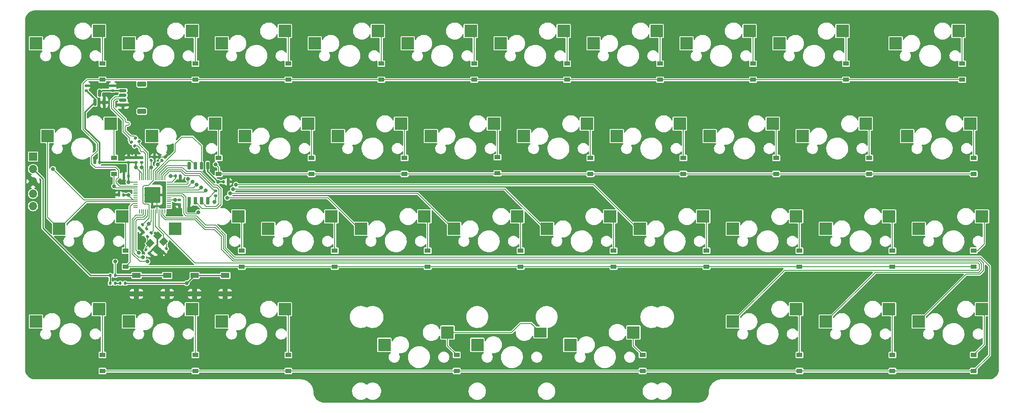
<source format=gbl>
%TF.GenerationSoftware,KiCad,Pcbnew,7.0.6*%
%TF.CreationDate,2023-07-16T16:10:07-04:00*%
%TF.ProjectId,cutiepie2040-hotswap,63757469-6570-4696-9532-3034302d686f,rev?*%
%TF.SameCoordinates,PX2d6b3a0PY6f46b48*%
%TF.FileFunction,Copper,L2,Bot*%
%TF.FilePolarity,Positive*%
%FSLAX46Y46*%
G04 Gerber Fmt 4.6, Leading zero omitted, Abs format (unit mm)*
G04 Created by KiCad (PCBNEW 7.0.6) date 2023-07-16 16:10:07*
%MOMM*%
%LPD*%
G01*
G04 APERTURE LIST*
G04 Aperture macros list*
%AMRoundRect*
0 Rectangle with rounded corners*
0 $1 Rounding radius*
0 $2 $3 $4 $5 $6 $7 $8 $9 X,Y pos of 4 corners*
0 Add a 4 corners polygon primitive as box body*
4,1,4,$2,$3,$4,$5,$6,$7,$8,$9,$2,$3,0*
0 Add four circle primitives for the rounded corners*
1,1,$1+$1,$2,$3*
1,1,$1+$1,$4,$5*
1,1,$1+$1,$6,$7*
1,1,$1+$1,$8,$9*
0 Add four rect primitives between the rounded corners*
20,1,$1+$1,$2,$3,$4,$5,0*
20,1,$1+$1,$4,$5,$6,$7,0*
20,1,$1+$1,$6,$7,$8,$9,0*
20,1,$1+$1,$8,$9,$2,$3,0*%
%AMRotRect*
0 Rectangle, with rotation*
0 The origin of the aperture is its center*
0 $1 length*
0 $2 width*
0 $3 Rotation angle, in degrees counterclockwise*
0 Add horizontal line*
21,1,$1,$2,0,0,$3*%
G04 Aperture macros list end*
%TA.AperFunction,SMDPad,CuDef*%
%ADD10R,2.550000X2.500000*%
%TD*%
%TA.AperFunction,SMDPad,CuDef*%
%ADD11RoundRect,0.140000X0.021213X-0.219203X0.219203X-0.021213X-0.021213X0.219203X-0.219203X0.021213X0*%
%TD*%
%TA.AperFunction,SMDPad,CuDef*%
%ADD12R,1.200000X0.900000*%
%TD*%
%TA.AperFunction,SMDPad,CuDef*%
%ADD13R,1.700000X1.000000*%
%TD*%
%TA.AperFunction,SMDPad,CuDef*%
%ADD14RoundRect,0.135000X0.035355X-0.226274X0.226274X-0.035355X-0.035355X0.226274X-0.226274X0.035355X0*%
%TD*%
%TA.AperFunction,SMDPad,CuDef*%
%ADD15RoundRect,0.135000X-0.135000X-0.185000X0.135000X-0.185000X0.135000X0.185000X-0.135000X0.185000X0*%
%TD*%
%TA.AperFunction,SMDPad,CuDef*%
%ADD16RoundRect,0.135000X0.185000X-0.135000X0.185000X0.135000X-0.185000X0.135000X-0.185000X-0.135000X0*%
%TD*%
%TA.AperFunction,SMDPad,CuDef*%
%ADD17RoundRect,0.140000X0.170000X-0.140000X0.170000X0.140000X-0.170000X0.140000X-0.170000X-0.140000X0*%
%TD*%
%TA.AperFunction,SMDPad,CuDef*%
%ADD18RoundRect,0.140000X-0.170000X0.140000X-0.170000X-0.140000X0.170000X-0.140000X0.170000X0.140000X0*%
%TD*%
%TA.AperFunction,SMDPad,CuDef*%
%ADD19RoundRect,0.140000X0.140000X0.170000X-0.140000X0.170000X-0.140000X-0.170000X0.140000X-0.170000X0*%
%TD*%
%TA.AperFunction,SMDPad,CuDef*%
%ADD20RoundRect,0.135000X-0.226274X-0.035355X-0.035355X-0.226274X0.226274X0.035355X0.035355X0.226274X0*%
%TD*%
%TA.AperFunction,SMDPad,CuDef*%
%ADD21R,2.550000X2.000000*%
%TD*%
%TA.AperFunction,SMDPad,CuDef*%
%ADD22RoundRect,0.140000X-0.021213X0.219203X-0.219203X0.021213X0.021213X-0.219203X0.219203X-0.021213X0*%
%TD*%
%TA.AperFunction,SMDPad,CuDef*%
%ADD23RoundRect,0.140000X-0.140000X-0.170000X0.140000X-0.170000X0.140000X0.170000X-0.140000X0.170000X0*%
%TD*%
%TA.AperFunction,SMDPad,CuDef*%
%ADD24RoundRect,0.150000X0.150000X-0.587500X0.150000X0.587500X-0.150000X0.587500X-0.150000X-0.587500X0*%
%TD*%
%TA.AperFunction,SMDPad,CuDef*%
%ADD25RoundRect,0.150000X0.150000X-0.650000X0.150000X0.650000X-0.150000X0.650000X-0.150000X-0.650000X0*%
%TD*%
%TA.AperFunction,SMDPad,CuDef*%
%ADD26RoundRect,0.050000X0.387500X0.050000X-0.387500X0.050000X-0.387500X-0.050000X0.387500X-0.050000X0*%
%TD*%
%TA.AperFunction,SMDPad,CuDef*%
%ADD27RoundRect,0.050000X0.050000X0.387500X-0.050000X0.387500X-0.050000X-0.387500X0.050000X-0.387500X0*%
%TD*%
%TA.AperFunction,ComponentPad*%
%ADD28C,0.650000*%
%TD*%
%TA.AperFunction,SMDPad,CuDef*%
%ADD29RoundRect,0.144000X1.456000X1.456000X-1.456000X1.456000X-1.456000X-1.456000X1.456000X-1.456000X0*%
%TD*%
%TA.AperFunction,ComponentPad*%
%ADD30R,1.700000X1.700000*%
%TD*%
%TA.AperFunction,ComponentPad*%
%ADD31O,1.700000X1.700000*%
%TD*%
%TA.AperFunction,SMDPad,CuDef*%
%ADD32RoundRect,0.140000X0.219203X0.021213X0.021213X0.219203X-0.219203X-0.021213X-0.021213X-0.219203X0*%
%TD*%
%TA.AperFunction,SMDPad,CuDef*%
%ADD33RoundRect,0.150000X-0.625000X0.150000X-0.625000X-0.150000X0.625000X-0.150000X0.625000X0.150000X0*%
%TD*%
%TA.AperFunction,SMDPad,CuDef*%
%ADD34RoundRect,0.229167X-0.670833X0.320833X-0.670833X-0.320833X0.670833X-0.320833X0.670833X0.320833X0*%
%TD*%
%TA.AperFunction,SMDPad,CuDef*%
%ADD35RotRect,1.400000X1.200000X45.000000*%
%TD*%
%TA.AperFunction,ViaPad*%
%ADD36C,0.800000*%
%TD*%
%TA.AperFunction,Conductor*%
%ADD37C,0.200000*%
%TD*%
%TA.AperFunction,Conductor*%
%ADD38C,0.300000*%
%TD*%
%TA.AperFunction,Conductor*%
%ADD39C,0.250000*%
%TD*%
G04 APERTURE END LIST*
D10*
%TO.P,MX35,1,COL*%
%TO.N,col9*%
X178652380Y73977794D03*
%TO.P,MX35,2,ROW*%
%TO.N,Net-(D35-A)*%
X191579380Y76517794D03*
%TD*%
D11*
%TO.P,C_1V-Decoup2,1*%
%TO.N,+1V1*%
X28235661Y49964622D03*
%TO.P,C_1V-Decoup2,2*%
%TO.N,GND*%
X28914483Y50643444D03*
%TD*%
D10*
%TO.P,MX4,1,COL*%
%TO.N,col0*%
X2439880Y16827794D03*
%TO.P,MX4,2,ROW*%
%TO.N,Net-(D4-A)*%
X15366880Y19367794D03*
%TD*%
%TO.P,MX1,1,COL*%
%TO.N,col0*%
X2439880Y73977794D03*
%TO.P,MX1,2,ROW*%
%TO.N,Net-(D1-A)*%
X15366880Y76517794D03*
%TD*%
D12*
%TO.P,D6,1,K*%
%TO.N,row1*%
X39885891Y47165862D03*
%TO.P,D6,2,A*%
%TO.N,Net-(D6-A)*%
X39885891Y50465862D03*
%TD*%
%TO.P,D14,1,K*%
%TO.N,row1*%
X77985923Y47165862D03*
%TO.P,D14,2,A*%
%TO.N,Net-(D14-A)*%
X77985923Y50465862D03*
%TD*%
D11*
%TO.P,C_Crystal1,1*%
%TO.N,GND*%
X28491564Y31170477D03*
%TO.P,C_Crystal1,2*%
%TO.N,XTAL_IN*%
X29170386Y31849299D03*
%TD*%
D13*
%TO.P,SW2,1,1*%
%TO.N,GND*%
X23043816Y22507874D03*
X29343816Y22507874D03*
%TO.P,SW2,2,2*%
%TO.N,RESET*%
X23043816Y26307874D03*
X29343816Y26307874D03*
%TD*%
D10*
%TO.P,MX22,1,COL*%
%TO.N,col5*%
X107214880Y35877794D03*
%TO.P,MX22,2,ROW*%
%TO.N,Net-(D22-A)*%
X120141880Y38417794D03*
%TD*%
D12*
%TO.P,D37,1,K*%
%TO.N,row2*%
X194667271Y28115846D03*
%TO.P,D37,2,A*%
%TO.N,Net-(D37-A)*%
X194667271Y31415846D03*
%TD*%
D14*
%TO.P,R_Crystal1,1*%
%TO.N,Net-(C_Crystal2-Pad2)*%
X25313221Y34306394D03*
%TO.P,R_Crystal1,2*%
%TO.N,XTAL_OUT*%
X26034469Y35027642D03*
%TD*%
D10*
%TO.P,MX17,1,COL*%
%TO.N,col4*%
X83402380Y54927794D03*
%TO.P,MX17,2,ROW*%
%TO.N,Net-(D17-A)*%
X96329380Y57467794D03*
%TD*%
%TO.P,MX2,1,COL*%
%TO.N,col0*%
X4821130Y54927794D03*
%TO.P,MX2,2,ROW*%
%TO.N,Net-(D2-A)*%
X17748130Y57467794D03*
%TD*%
%TO.P,MX11,1,COL*%
%TO.N,col2*%
X50064880Y35877794D03*
%TO.P,MX11,2,ROW*%
%TO.N,Net-(D11-A)*%
X62991880Y38417794D03*
%TD*%
D15*
%TO.P,R_Flash2,1*%
%TO.N,+3V3*%
X17647076Y24705531D03*
%TO.P,R_Flash2,2*%
%TO.N,Net-(R_Flash2-Pad2)*%
X18667076Y24705531D03*
%TD*%
D10*
%TO.P,MX10,1,COL*%
%TO.N,col2*%
X45302380Y54927794D03*
%TO.P,MX10,2,ROW*%
%TO.N,Net-(D10-A)*%
X58229380Y57467794D03*
%TD*%
%TO.P,MX18,1,COL*%
%TO.N,col4*%
X88164880Y35877794D03*
%TO.P,MX18,2,ROW*%
%TO.N,Net-(D18-A)*%
X101091880Y38417794D03*
%TD*%
D12*
%TO.P,D17,1,K*%
%TO.N,row1*%
X97035939Y47301801D03*
%TO.P,D17,2,A*%
%TO.N,Net-(D17-A)*%
X97035939Y50601801D03*
%TD*%
D10*
%TO.P,MX30,1,COL*%
%TO.N,col7*%
X145314880Y16827794D03*
%TO.P,MX30,2,ROW*%
%TO.N,Net-(D30-A)*%
X158241880Y19367794D03*
%TD*%
D16*
%TO.P,R_Flash1,1*%
%TO.N,Net-(R_Flash1-Pad1)*%
X39290724Y42650265D03*
%TO.P,R_Flash1,2*%
%TO.N,CS*%
X39290724Y43670265D03*
%TD*%
D13*
%TO.P,SW1,1,1*%
%TO.N,GND*%
X34950096Y22507874D03*
X41250096Y22507874D03*
%TO.P,SW1,2,2*%
%TO.N,Net-(R_Flash1-Pad1)*%
X34950096Y26307874D03*
X41250096Y26307874D03*
%TD*%
D15*
%TO.P,R_Flash3,1*%
%TO.N,Net-(R_Flash2-Pad2)*%
X19730676Y24705531D03*
%TO.P,R_Flash3,2*%
%TO.N,Net-(R_Flash1-Pad1)*%
X20750676Y24705531D03*
%TD*%
D12*
%TO.P,D8,1,K*%
%TO.N,row3*%
X35123387Y6684578D03*
%TO.P,D8,2,A*%
%TO.N,Net-(D8-A)*%
X35123387Y9984578D03*
%TD*%
%TO.P,D20,1,K*%
%TO.N,row0*%
X111323718Y66513453D03*
%TO.P,D20,2,A*%
%TO.N,Net-(D20-A)*%
X111323718Y69813453D03*
%TD*%
%TO.P,D15,1,K*%
%TO.N,row2*%
X82748427Y28115846D03*
%TO.P,D15,2,A*%
%TO.N,Net-(D15-A)*%
X82748427Y31415846D03*
%TD*%
%TO.P,D31,1,K*%
%TO.N,row0*%
X168473499Y66513453D03*
%TO.P,D31,2,A*%
%TO.N,Net-(D31-A)*%
X168473499Y69813453D03*
%TD*%
D17*
%TO.P,C_3V-Decoup2,1*%
%TO.N,+3V3*%
X21431304Y49526376D03*
%TO.P,C_3V-Decoup2,2*%
%TO.N,GND*%
X21431304Y50486376D03*
%TD*%
D10*
%TO.P,MX23,1,COL*%
%TO.N,col5*%
X111977380Y12065024D03*
%TO.P,MX23,2,ROW*%
%TO.N,Net-(D23-A)*%
X124904380Y14605024D03*
%TD*%
D12*
%TO.P,D13,1,K*%
%TO.N,row0*%
X73223622Y66513453D03*
%TO.P,D13,2,A*%
%TO.N,Net-(D13-A)*%
X73223622Y69813453D03*
%TD*%
%TO.P,D23,1,K*%
%TO.N,row3*%
X126801589Y6684578D03*
%TO.P,D23,2,A*%
%TO.N,Net-(D23-A)*%
X126801589Y9984578D03*
%TD*%
D10*
%TO.P,MX33,1,COL*%
%TO.N,col8*%
X164364880Y35877794D03*
%TO.P,MX33,2,ROW*%
%TO.N,Net-(D33-A)*%
X177291880Y38417794D03*
%TD*%
D17*
%TO.P,C_3V-Decoup7,1*%
%TO.N,+3V3*%
X22919589Y49526376D03*
%TO.P,C_3V-Decoup7,2*%
%TO.N,GND*%
X22919589Y50486376D03*
%TD*%
D12*
%TO.P,D32,1,K*%
%TO.N,row1*%
X173236003Y47165862D03*
%TO.P,D32,2,A*%
%TO.N,Net-(D32-A)*%
X173236003Y50465862D03*
%TD*%
%TO.P,D4,1,K*%
%TO.N,row3*%
X16073371Y6684578D03*
%TO.P,D4,2,A*%
%TO.N,Net-(D4-A)*%
X16073371Y9984578D03*
%TD*%
D10*
%TO.P,MX13,1,COL*%
%TO.N,col3*%
X59589880Y73977794D03*
%TO.P,MX13,2,ROW*%
%TO.N,Net-(D13-A)*%
X72516880Y76517794D03*
%TD*%
D18*
%TO.P,C_3V-Decoup9,1*%
%TO.N,+3V3*%
X31849299Y41854323D03*
%TO.P,C_3V-Decoup9,2*%
%TO.N,GND*%
X31849299Y40894323D03*
%TD*%
D19*
%TO.P,C_3V-Decoup4,1*%
%TO.N,+3V3*%
X20423019Y42862608D03*
%TO.P,C_3V-Decoup4,2*%
%TO.N,GND*%
X19463019Y42862608D03*
%TD*%
D12*
%TO.P,D26,1,K*%
%TO.N,row2*%
X139898475Y28115846D03*
%TO.P,D26,2,A*%
%TO.N,Net-(D26-A)*%
X139898475Y31415846D03*
%TD*%
D10*
%TO.P,MX29,1,COL*%
%TO.N,col7*%
X145314880Y35877794D03*
%TO.P,MX29,2,ROW*%
%TO.N,Net-(D29-A)*%
X158241880Y38417794D03*
%TD*%
D12*
%TO.P,D28,1,K*%
%TO.N,row1*%
X154185987Y47165862D03*
%TO.P,D28,2,A*%
%TO.N,Net-(D28-A)*%
X154185987Y50465862D03*
%TD*%
D10*
%TO.P,MX15,1,COL*%
%TO.N,col3*%
X69114880Y35877794D03*
%TO.P,MX15,2,ROW*%
%TO.N,Net-(D15-A)*%
X82041880Y38417794D03*
%TD*%
D20*
%TO.P,R_DATA1,1*%
%TO.N,D+*%
X22856622Y54534198D03*
%TO.P,R_DATA1,2*%
%TO.N,Net-(U1-USB_DP)*%
X23577870Y53812950D03*
%TD*%
D10*
%TO.P,MX39,1,COL*%
%TO.N,col4*%
X92927380Y12065024D03*
D21*
%TO.P,MX39,2,ROW*%
%TO.N,Net-(D19-A)*%
X105854380Y14605024D03*
%TD*%
D10*
%TO.P,MX14,1,COL*%
%TO.N,col3*%
X64352380Y54927794D03*
%TO.P,MX14,2,ROW*%
%TO.N,Net-(D14-A)*%
X77279380Y57467794D03*
%TD*%
%TO.P,MX16,1,COL*%
%TO.N,col4*%
X78639880Y73977794D03*
%TO.P,MX16,2,ROW*%
%TO.N,Net-(D16-A)*%
X91566880Y76517794D03*
%TD*%
%TO.P,MX5,1,COL*%
%TO.N,col1*%
X21489880Y73977794D03*
%TO.P,MX5,2,ROW*%
%TO.N,Net-(D5-A)*%
X34416880Y76517794D03*
%TD*%
D22*
%TO.P,C_3V-Decoup8,1*%
%TO.N,+3V3*%
X25120286Y35899399D03*
%TO.P,C_3V-Decoup8,2*%
%TO.N,GND*%
X24441464Y35220577D03*
%TD*%
D10*
%TO.P,MX24,1,COL*%
%TO.N,col6*%
X116739880Y73977794D03*
%TO.P,MX24,2,ROW*%
%TO.N,Net-(D24-A)*%
X129666880Y76517794D03*
%TD*%
D23*
%TO.P,C_Flash1,1*%
%TO.N,+3V3*%
X40894323Y45541521D03*
%TO.P,C_Flash1,2*%
%TO.N,GND*%
X41854323Y45541521D03*
%TD*%
D10*
%TO.P,MX21,1,COL*%
%TO.N,col5*%
X102452380Y54927794D03*
%TO.P,MX21,2,ROW*%
%TO.N,Net-(D21-A)*%
X115379380Y57467794D03*
%TD*%
%TO.P,MX32,1,COL*%
%TO.N,col8*%
X159602380Y54927794D03*
%TO.P,MX32,2,ROW*%
%TO.N,Net-(D32-A)*%
X172529380Y57467794D03*
%TD*%
%TO.P,MX38,1,COL*%
%TO.N,col9*%
X183414880Y16827794D03*
%TO.P,MX38,2,ROW*%
%TO.N,Net-(D38-A)*%
X196341880Y19367794D03*
%TD*%
D12*
%TO.P,D10,1,K*%
%TO.N,row1*%
X58935907Y47165862D03*
%TO.P,D10,2,A*%
%TO.N,Net-(D10-A)*%
X58935907Y50465862D03*
%TD*%
D10*
%TO.P,MX20,1,COL*%
%TO.N,col5*%
X97689880Y73977794D03*
%TO.P,MX20,2,ROW*%
%TO.N,Net-(D20-A)*%
X110616880Y76517794D03*
%TD*%
D12*
%TO.P,D35,1,K*%
%TO.N,row0*%
X192286019Y66513453D03*
%TO.P,D35,2,A*%
%TO.N,Net-(D35-A)*%
X192286019Y69813453D03*
%TD*%
D10*
%TO.P,MX6,1,COL*%
%TO.N,col1*%
X26252380Y54927794D03*
%TO.P,MX6,2,ROW*%
%TO.N,Net-(D6-A)*%
X39179380Y57467794D03*
%TD*%
D12*
%TO.P,D38,1,K*%
%TO.N,row3*%
X194667271Y6684578D03*
%TO.P,D38,2,A*%
%TO.N,Net-(D38-A)*%
X194667271Y9984578D03*
%TD*%
%TO.P,D19,1,K*%
%TO.N,row3*%
X88701557Y6684578D03*
%TO.P,D19,2,A*%
%TO.N,Net-(D19-A)*%
X88701557Y9984578D03*
%TD*%
D24*
%TO.P,U3,1,GND*%
%TO.N,GND*%
X16428164Y61868127D03*
%TO.P,U3,2,VO*%
%TO.N,+3V3*%
X14528164Y61868127D03*
%TO.P,U3,3,VI*%
%TO.N,+5V*%
X15478164Y63743127D03*
%TD*%
D10*
%TO.P,MX36,1,COL*%
%TO.N,col9*%
X181033630Y54927794D03*
%TO.P,MX36,2,ROW*%
%TO.N,Net-(D36-A)*%
X193960630Y57467794D03*
%TD*%
D12*
%TO.P,D25,1,K*%
%TO.N,row1*%
X135135971Y47165862D03*
%TO.P,D25,2,A*%
%TO.N,Net-(D25-A)*%
X135135971Y50465862D03*
%TD*%
D10*
%TO.P,MX37,1,COL*%
%TO.N,col9*%
X183414880Y35877794D03*
%TO.P,MX37,2,ROW*%
%TO.N,Net-(D37-A)*%
X196341880Y38417794D03*
%TD*%
%TO.P,MX8,1,COL*%
%TO.N,col1*%
X21489880Y16827794D03*
%TO.P,MX8,2,ROW*%
%TO.N,Net-(D8-A)*%
X34416880Y19367794D03*
%TD*%
D12*
%TO.P,D11,1,K*%
%TO.N,row2*%
X63698411Y28115846D03*
%TO.P,D11,2,A*%
%TO.N,Net-(D11-A)*%
X63698411Y31415846D03*
%TD*%
D22*
%TO.P,C_1V-Decoup3,1*%
%TO.N,+1V1*%
X24278385Y36741300D03*
%TO.P,C_1V-Decoup3,2*%
%TO.N,GND*%
X23599563Y36062478D03*
%TD*%
D10*
%TO.P,MX26,1,COL*%
%TO.N,col6*%
X126264880Y35877794D03*
%TO.P,MX26,2,ROW*%
%TO.N,Net-(D26-A)*%
X139191880Y38417794D03*
%TD*%
D12*
%TO.P,D18,1,K*%
%TO.N,row2*%
X101798443Y28115846D03*
%TO.P,D18,2,A*%
%TO.N,Net-(D18-A)*%
X101798443Y31415846D03*
%TD*%
D10*
%TO.P,MX9,1,COL*%
%TO.N,col2*%
X40539880Y73977794D03*
%TO.P,MX9,2,ROW*%
%TO.N,Net-(D9-A)*%
X53466880Y76517794D03*
%TD*%
D12*
%TO.P,D34,1,K*%
%TO.N,row3*%
X177998507Y6684578D03*
%TO.P,D34,2,A*%
%TO.N,Net-(D34-A)*%
X177998507Y9984578D03*
%TD*%
%TO.P,D2,1,K*%
%TO.N,row1*%
X18454623Y47165862D03*
%TO.P,D2,2,A*%
%TO.N,Net-(D2-A)*%
X18454623Y50465862D03*
%TD*%
%TO.P,D3,1,K*%
%TO.N,row2*%
X20835875Y28115846D03*
%TO.P,D3,2,A*%
%TO.N,Net-(D3-A)*%
X20835875Y31415846D03*
%TD*%
%TO.P,D29,1,K*%
%TO.N,row2*%
X158948491Y28115846D03*
%TO.P,D29,2,A*%
%TO.N,Net-(D29-A)*%
X158948491Y31415846D03*
%TD*%
%TO.P,D16,1,K*%
%TO.N,row0*%
X92273670Y66513453D03*
%TO.P,D16,2,A*%
%TO.N,Net-(D16-A)*%
X92273670Y69813453D03*
%TD*%
D23*
%TO.P,C_3V-Decoup6,1*%
%TO.N,+3V3*%
X31071642Y46732149D03*
%TO.P,C_3V-Decoup6,2*%
%TO.N,GND*%
X32031642Y46732149D03*
%TD*%
D12*
%TO.P,D30,1,K*%
%TO.N,row3*%
X158948491Y6684578D03*
%TO.P,D30,2,A*%
%TO.N,Net-(D30-A)*%
X158948491Y9984578D03*
%TD*%
%TO.P,D1,1,K*%
%TO.N,row0*%
X16073478Y66513453D03*
%TO.P,D1,2,A*%
%TO.N,Net-(D1-A)*%
X16073478Y69813453D03*
%TD*%
D19*
%TO.P,C_3V-Decoup1,1*%
%TO.N,+3V3*%
X15478164Y49526376D03*
%TO.P,C_3V-Decoup1,2*%
%TO.N,GND*%
X14518164Y49526376D03*
%TD*%
D17*
%TO.P,C_LD1,1*%
%TO.N,+5V*%
X18157077Y64305627D03*
%TO.P,C_LD1,2*%
%TO.N,GND*%
X18157077Y65265627D03*
%TD*%
D10*
%TO.P,MX7,1,COL*%
%TO.N,col1*%
X31014880Y35877794D03*
%TO.P,MX7,2,ROW*%
%TO.N,Net-(D7-A)*%
X43941880Y38417794D03*
%TD*%
D15*
%TO.P,R_RST1,1*%
%TO.N,+3V3*%
X17647077Y26307874D03*
%TO.P,R_RST1,2*%
%TO.N,RESET*%
X18667077Y26307874D03*
%TD*%
D10*
%TO.P,MX12,1,COL*%
%TO.N,col2*%
X40539880Y16827794D03*
%TO.P,MX12,2,ROW*%
%TO.N,Net-(D12-A)*%
X53466880Y19367794D03*
%TD*%
%TO.P,MX3,1,COL*%
%TO.N,col0*%
X7202380Y35877794D03*
%TO.P,MX3,2,ROW*%
%TO.N,Net-(D3-A)*%
X20129380Y38417794D03*
%TD*%
D25*
%TO.P,U2,1,~{CS}*%
%TO.N,CS*%
X37623700Y41643984D03*
%TO.P,U2,2,DO(IO1)*%
%TO.N,SD1*%
X36353700Y41643984D03*
%TO.P,U2,3,IO2*%
%TO.N,SD2*%
X35083700Y41643984D03*
%TO.P,U2,4,GND*%
%TO.N,GND*%
X33813700Y41643984D03*
%TO.P,U2,5,DI(IO0)*%
%TO.N,SD0*%
X33813700Y48843984D03*
%TO.P,U2,6,CLK*%
%TO.N,QSPI_CLK*%
X35083700Y48843984D03*
%TO.P,U2,7,IO3*%
%TO.N,SD3*%
X36353700Y48843984D03*
%TO.P,U2,8,VCC*%
%TO.N,+3V3*%
X37623700Y48843984D03*
%TD*%
D12*
%TO.P,D33,1,K*%
%TO.N,row2*%
X177998507Y28115846D03*
%TO.P,D33,2,A*%
%TO.N,Net-(D33-A)*%
X177998507Y31415846D03*
%TD*%
%TO.P,D36,1,K*%
%TO.N,row1*%
X194667271Y47165862D03*
%TO.P,D36,2,A*%
%TO.N,Net-(D36-A)*%
X194667271Y50465862D03*
%TD*%
%TO.P,D7,1,K*%
%TO.N,row2*%
X44648395Y28115846D03*
%TO.P,D7,2,A*%
%TO.N,Net-(D7-A)*%
X44648395Y31415846D03*
%TD*%
%TO.P,D12,1,K*%
%TO.N,row3*%
X54173403Y6684578D03*
%TO.P,D12,2,A*%
%TO.N,Net-(D12-A)*%
X54173403Y9984578D03*
%TD*%
D17*
%TO.P,C_1V-Decoup1,1*%
%TO.N,+1V1*%
X24110217Y49526376D03*
%TO.P,C_1V-Decoup1,2*%
%TO.N,GND*%
X24110217Y50486376D03*
%TD*%
D11*
%TO.P,C_3V-Decoup3,1*%
%TO.N,+3V3*%
X26078189Y49964622D03*
%TO.P,C_3V-Decoup3,2*%
%TO.N,GND*%
X26757011Y50643444D03*
%TD*%
D10*
%TO.P,MX27,1,COL*%
%TO.N,col7*%
X135789880Y73977794D03*
%TO.P,MX27,2,ROW*%
%TO.N,Net-(D27-A)*%
X148716880Y76517794D03*
%TD*%
D12*
%TO.P,D22,1,K*%
%TO.N,row2*%
X120848459Y28115846D03*
%TO.P,D22,2,A*%
%TO.N,Net-(D22-A)*%
X120848459Y31415846D03*
%TD*%
D26*
%TO.P,U1,1,IOVDD*%
%TO.N,+3V3*%
X29715688Y45462608D03*
%TO.P,U1,2,GPIO0*%
%TO.N,col6*%
X29715688Y45062608D03*
%TO.P,U1,3,GPIO1*%
%TO.N,col5*%
X29715688Y44662608D03*
%TO.P,U1,4,GPIO2*%
%TO.N,col4*%
X29715688Y44262608D03*
%TO.P,U1,5,GPIO3*%
%TO.N,col3*%
X29715688Y43862608D03*
%TO.P,U1,6,GPIO4*%
%TO.N,col2*%
X29715688Y43462608D03*
%TO.P,U1,7,GPIO5*%
%TO.N,col1*%
X29715688Y43062608D03*
%TO.P,U1,8,GPIO6*%
%TO.N,row3*%
X29715688Y42662608D03*
%TO.P,U1,9,GPIO7*%
%TO.N,unconnected-(U1-GPIO7-Pad9)*%
X29715688Y42262608D03*
%TO.P,U1,10,IOVDD*%
%TO.N,+3V3*%
X29715688Y41862608D03*
%TO.P,U1,11,GPIO8*%
%TO.N,unconnected-(U1-GPIO8-Pad11)*%
X29715688Y41462608D03*
%TO.P,U1,12,GPIO9*%
%TO.N,unconnected-(U1-GPIO9-Pad12)*%
X29715688Y41062608D03*
%TO.P,U1,13,GPIO10*%
%TO.N,unconnected-(U1-GPIO10-Pad13)*%
X29715688Y40662608D03*
%TO.P,U1,14,GPIO11*%
%TO.N,unconnected-(U1-GPIO11-Pad14)*%
X29715688Y40262608D03*
D27*
%TO.P,U1,15,GPIO12*%
%TO.N,unconnected-(U1-GPIO12-Pad15)*%
X28878188Y39425108D03*
%TO.P,U1,16,GPIO13*%
%TO.N,col9*%
X28478188Y39425108D03*
%TO.P,U1,17,GPIO14*%
%TO.N,col8*%
X28078188Y39425108D03*
%TO.P,U1,18,GPIO15*%
%TO.N,col7*%
X27678188Y39425108D03*
%TO.P,U1,19,TESTEN*%
%TO.N,GND*%
X27278188Y39425108D03*
%TO.P,U1,20,XIN*%
%TO.N,XTAL_IN*%
X26878188Y39425108D03*
%TO.P,U1,21,XOUT*%
%TO.N,XTAL_OUT*%
X26478188Y39425108D03*
%TO.P,U1,22,IOVDD*%
%TO.N,+3V3*%
X26078188Y39425108D03*
%TO.P,U1,23,DVDD*%
%TO.N,+1V1*%
X25678188Y39425108D03*
%TO.P,U1,24,SWCLK*%
%TO.N,SWCLK*%
X25278188Y39425108D03*
%TO.P,U1,25,SWD*%
%TO.N,SWDIO*%
X24878188Y39425108D03*
%TO.P,U1,26,RUN*%
%TO.N,RESET*%
X24478188Y39425108D03*
%TO.P,U1,27,GPIO16*%
%TO.N,unconnected-(U1-GPIO16-Pad27)*%
X24078188Y39425108D03*
%TO.P,U1,28,GPIO17*%
%TO.N,unconnected-(U1-GPIO17-Pad28)*%
X23678188Y39425108D03*
D26*
%TO.P,U1,29,GPIO18*%
%TO.N,unconnected-(U1-GPIO18-Pad29)*%
X22840688Y40262608D03*
%TO.P,U1,30,GPIO19*%
%TO.N,unconnected-(U1-GPIO19-Pad30)*%
X22840688Y40662608D03*
%TO.P,U1,31,GPIO20*%
%TO.N,row2*%
X22840688Y41062608D03*
%TO.P,U1,32,GPIO21*%
%TO.N,col0*%
X22840688Y41462608D03*
%TO.P,U1,33,IOVDD*%
%TO.N,+3V3*%
X22840688Y41862608D03*
%TO.P,U1,34,GPIO22*%
%TO.N,unconnected-(U1-GPIO22-Pad34)*%
X22840688Y42262608D03*
%TO.P,U1,35,GPIO23*%
%TO.N,unconnected-(U1-GPIO23-Pad35)*%
X22840688Y42662608D03*
%TO.P,U1,36,GPIO24*%
%TO.N,unconnected-(U1-GPIO24-Pad36)*%
X22840688Y43062608D03*
%TO.P,U1,37,GPIO25*%
%TO.N,unconnected-(U1-GPIO25-Pad37)*%
X22840688Y43462608D03*
%TO.P,U1,38,GPIO26_ADC0*%
%TO.N,unconnected-(U1-GPIO26_ADC0-Pad38)*%
X22840688Y43862608D03*
%TO.P,U1,39,GPIO27_ADC1*%
%TO.N,row1*%
X22840688Y44262608D03*
%TO.P,U1,40,GPIO28_ADC2*%
%TO.N,row0*%
X22840688Y44662608D03*
%TO.P,U1,41,GPIO29_ADC3*%
%TO.N,unconnected-(U1-GPIO29_ADC3-Pad41)*%
X22840688Y45062608D03*
%TO.P,U1,42,IOVDD*%
%TO.N,+3V3*%
X22840688Y45462608D03*
D27*
%TO.P,U1,43,ADC_AVDD*%
X23678188Y46300108D03*
%TO.P,U1,44,VREG_IN*%
X24078188Y46300108D03*
%TO.P,U1,45,VREG_VOUT*%
%TO.N,+1V1*%
X24478188Y46300108D03*
%TO.P,U1,46,USB_DM*%
%TO.N,Net-(U1-USB_DM)*%
X24878188Y46300108D03*
%TO.P,U1,47,USB_DP*%
%TO.N,Net-(U1-USB_DP)*%
X25278188Y46300108D03*
%TO.P,U1,48,USB_VDD*%
%TO.N,+3V3*%
X25678188Y46300108D03*
%TO.P,U1,49,IOVDD*%
X26078188Y46300108D03*
%TO.P,U1,50,DVDD*%
%TO.N,+1V1*%
X26478188Y46300108D03*
%TO.P,U1,51,QSPI_SD3*%
%TO.N,SD3*%
X26878188Y46300108D03*
%TO.P,U1,52,QSPI_SCLK*%
%TO.N,QSPI_CLK*%
X27278188Y46300108D03*
%TO.P,U1,53,QSPI_SD0*%
%TO.N,SD0*%
X27678188Y46300108D03*
%TO.P,U1,54,QSPI_SD2*%
%TO.N,SD2*%
X28078188Y46300108D03*
%TO.P,U1,55,QSPI_SD1*%
%TO.N,SD1*%
X28478188Y46300108D03*
%TO.P,U1,56,QSPI_SS*%
%TO.N,CS*%
X28878188Y46300108D03*
D28*
%TO.P,U1,57,GND*%
%TO.N,GND*%
X27553188Y41587608D03*
X27553188Y42862608D03*
X27553188Y44137608D03*
X26278188Y41587608D03*
X26278188Y42862608D03*
D29*
X26278188Y42862608D03*
D28*
X26278188Y44137608D03*
X25003188Y41587608D03*
X25003188Y42862608D03*
X25003188Y44137608D03*
%TD*%
D30*
%TO.P,J2,1,Pin_1*%
%TO.N,RESET*%
X1849880Y50712794D03*
D31*
%TO.P,J2,2,Pin_2*%
%TO.N,+3V3*%
X1849880Y48172794D03*
%TO.P,J2,3,Pin_3*%
%TO.N,GND*%
X1849880Y45632794D03*
%TO.P,J2,4,Pin_4*%
%TO.N,SWDIO*%
X1849880Y43092794D03*
%TO.P,J2,5,Pin_5*%
%TO.N,SWCLK*%
X1849880Y40552794D03*
%TD*%
D12*
%TO.P,D27,1,K*%
%TO.N,row0*%
X149423483Y66513453D03*
%TO.P,D27,2,A*%
%TO.N,Net-(D27-A)*%
X149423483Y69813453D03*
%TD*%
D32*
%TO.P,C_Crystal2,1*%
%TO.N,GND*%
X25673845Y30878463D03*
%TO.P,C_Crystal2,2*%
%TO.N,Net-(C_Crystal2-Pad2)*%
X24995023Y31557285D03*
%TD*%
D10*
%TO.P,MX28,1,COL*%
%TO.N,col7*%
X140552380Y54927794D03*
%TO.P,MX28,2,ROW*%
%TO.N,Net-(D28-A)*%
X153479380Y57467794D03*
%TD*%
%TO.P,MX25,1,COL*%
%TO.N,col6*%
X121502380Y54927794D03*
%TO.P,MX25,2,ROW*%
%TO.N,Net-(D25-A)*%
X134429380Y57467794D03*
%TD*%
D12*
%TO.P,D9,1,K*%
%TO.N,row0*%
X54173574Y66513453D03*
%TO.P,D9,2,A*%
%TO.N,Net-(D9-A)*%
X54173574Y69813453D03*
%TD*%
%TO.P,D24,1,K*%
%TO.N,row0*%
X130373467Y66513453D03*
%TO.P,D24,2,A*%
%TO.N,Net-(D24-A)*%
X130373467Y69813453D03*
%TD*%
D19*
%TO.P,C_3V-Decoup5,1*%
%TO.N,+3V3*%
X21431304Y46732149D03*
%TO.P,C_3V-Decoup5,2*%
%TO.N,GND*%
X20471304Y46732149D03*
%TD*%
D20*
%TO.P,R_DATA2,1*%
%TO.N,D-*%
X21963651Y53641227D03*
%TO.P,R_DATA2,2*%
%TO.N,Net-(U1-USB_DM)*%
X22684899Y52919979D03*
%TD*%
D10*
%TO.P,MX34,1,COL*%
%TO.N,col8*%
X164364880Y16827794D03*
%TO.P,MX34,2,ROW*%
%TO.N,Net-(D34-A)*%
X177291880Y19367794D03*
%TD*%
D17*
%TO.P,C_LD2,1*%
%TO.N,+3V3*%
X12799251Y64305627D03*
%TO.P,C_LD2,2*%
%TO.N,GND*%
X12799251Y65265627D03*
%TD*%
D33*
%TO.P,J1,1,Pin_1*%
%TO.N,+5V*%
X20249880Y64305627D03*
%TO.P,J1,2,Pin_2*%
%TO.N,D-*%
X20249880Y63305627D03*
%TO.P,J1,3,Pin_3*%
%TO.N,D+*%
X20249880Y62305627D03*
%TO.P,J1,4,Pin_4*%
%TO.N,GND*%
X20249880Y61305627D03*
D34*
%TO.P,J1,MP*%
%TO.N,N/C*%
X24124880Y65605627D03*
X24124880Y60005627D03*
%TD*%
D10*
%TO.P,MX19,1,COL*%
%TO.N,col4*%
X73877380Y12065294D03*
%TO.P,MX19,2,ROW*%
%TO.N,Net-(D19-A)*%
X86804380Y14605294D03*
%TD*%
D12*
%TO.P,D21,1,K*%
%TO.N,row1*%
X116085955Y47165862D03*
%TO.P,D21,2,A*%
%TO.N,Net-(D21-A)*%
X116085955Y50465862D03*
%TD*%
D35*
%TO.P,Y1,1,1*%
%TO.N,Net-(C_Crystal2-Pad2)*%
X25849854Y32935374D03*
%TO.P,Y1,2,2*%
%TO.N,GND*%
X27405489Y34491009D03*
%TO.P,Y1,3,3*%
%TO.N,XTAL_IN*%
X28607570Y33288928D03*
%TO.P,Y1,4,4*%
%TO.N,GND*%
X27051935Y31733293D03*
%TD*%
D12*
%TO.P,D5,1,K*%
%TO.N,row0*%
X35123526Y66513453D03*
%TO.P,D5,2,A*%
%TO.N,Net-(D5-A)*%
X35123526Y69813453D03*
%TD*%
D10*
%TO.P,MX31,1,COL*%
%TO.N,col8*%
X154839880Y73977794D03*
%TO.P,MX31,2,ROW*%
%TO.N,Net-(D31-A)*%
X167766880Y76517794D03*
%TD*%
D36*
%TO.N,+1V1*%
X24110217Y48518091D03*
X27384444Y49113405D03*
%TO.N,GND*%
X24110217Y33635241D03*
X31849299Y38993067D03*
X27384444Y34528212D03*
X16428164Y60126714D03*
X20471304Y47922777D03*
X27086787Y31849299D03*
X32031642Y45839178D03*
X14518164Y50304033D03*
X34230555Y39886038D03*
X30063357Y51792318D03*
X22919589Y51792318D03*
%TO.N,+3V3*%
X39760232Y45541521D03*
X22919589Y48518091D03*
X5953140Y48172794D03*
X30956328Y41862608D03*
X30063357Y46732149D03*
X25598502Y36909468D03*
X26078189Y48518091D03*
X21431304Y45462608D03*
X21431304Y42862608D03*
%TO.N,row1*%
X18454734Y44648550D03*
X39290724Y49113405D03*
%TO.N,RESET*%
X18667077Y29170386D03*
X25300845Y29170386D03*
%TO.N,SWDIO*%
X24407874Y30063357D03*
%TO.N,SWCLK*%
X23514903Y30956328D03*
%TO.N,col0*%
X2381130Y16669044D03*
X7143630Y35719044D03*
X2381130Y73819044D03*
X4762380Y54769044D03*
%TO.N,col1*%
X30956130Y35719044D03*
X21431130Y73819044D03*
X35718840Y39290724D03*
X26193630Y54769044D03*
X21431130Y16669044D03*
%TO.N,col2*%
X40481130Y16669044D03*
X37207125Y43755579D03*
X45243630Y54769044D03*
X40481130Y73819044D03*
X50006130Y35719044D03*
%TO.N,col3*%
X36314154Y44350893D03*
X64293630Y54769044D03*
X41671980Y42267294D03*
X59531130Y73819044D03*
X69056130Y35719044D03*
%TO.N,col4*%
X35421183Y44946207D03*
X92868630Y11906544D03*
X83343630Y54769044D03*
X78581130Y73819044D03*
X73818630Y11906544D03*
X88106130Y35719044D03*
X42267294Y43160265D03*
%TO.N,col5*%
X97631130Y73819044D03*
X34528212Y45541521D03*
X102393630Y54769044D03*
X42862608Y44053236D03*
X111918630Y11906544D03*
X107156130Y35719044D03*
%TO.N,col6*%
X121443630Y54769044D03*
X43457922Y44946207D03*
X116681130Y73819044D03*
X33635241Y46136835D03*
X126206130Y35719044D03*
%TO.N,col7*%
X135731130Y73819044D03*
X145256130Y16669044D03*
X145256130Y35719044D03*
X140493630Y54769044D03*
%TO.N,col8*%
X154781130Y73819044D03*
X164306130Y16669044D03*
X164306130Y35719044D03*
X159543630Y54769044D03*
%TO.N,col9*%
X178593630Y73819044D03*
X183356130Y35719044D03*
X180974880Y54769044D03*
X183356712Y16668792D03*
%TO.N,Net-(R_Flash1-Pad1)*%
X33337584Y24705531D03*
X38993067Y41374323D03*
%TD*%
D37*
%TO.N,+1V1*%
X24278385Y36741300D02*
X25678188Y38141103D01*
X24110217Y49526376D02*
X24110217Y48518091D01*
X27384444Y48667607D02*
X26478189Y47761352D01*
X24638277Y40962608D02*
X24378188Y41222697D01*
X24378188Y41222697D02*
X24378188Y44502519D01*
X24378188Y44502519D02*
X24638277Y44762608D01*
X26478188Y45767633D02*
X26478188Y46300108D01*
X24638277Y44762608D02*
X25473163Y44762608D01*
X25678188Y39425108D02*
X25678188Y40699323D01*
X25678188Y38141103D02*
X25678188Y39425108D01*
X24478188Y46300108D02*
X24478188Y48150120D01*
X24478188Y48150120D02*
X24110217Y48518091D01*
X26478189Y47761352D02*
X26478188Y46300108D01*
X25678188Y40699323D02*
X25414903Y40962608D01*
X25473163Y44762608D02*
X26478188Y45767633D01*
X28235661Y49964622D02*
X27384444Y49113405D01*
X27384444Y49113405D02*
X27384444Y48667607D01*
X25414903Y40962608D02*
X24638277Y40962608D01*
D38*
%TO.N,GND*%
X27812742Y31849299D02*
X28491564Y31170477D01*
X33813700Y40302893D02*
X34230555Y39886038D01*
D37*
X26757011Y50643444D02*
X28914483Y50643444D01*
D38*
X27086787Y31849299D02*
X27812742Y31849299D01*
D37*
X14518164Y50304033D02*
X14518164Y49526376D01*
D38*
X27338331Y34423851D02*
X27338331Y32100843D01*
X26644681Y31849299D02*
X25673845Y30878463D01*
D37*
X27278188Y39425108D02*
X27278188Y41862608D01*
D38*
X33813700Y41643984D02*
X33813700Y40302893D01*
D37*
%TO.N,+3V3*%
X24078188Y46300108D02*
X24078188Y47359492D01*
X25120286Y35899399D02*
X25120286Y36431252D01*
D38*
X22919589Y49526376D02*
X22919589Y48518091D01*
X14528164Y61868127D02*
X14528164Y62576714D01*
D37*
X22308213Y41862608D02*
X22840688Y41862608D01*
X26078188Y39425108D02*
X26078188Y37389154D01*
X31581642Y41862608D02*
X31581642Y41854323D01*
D38*
X21431304Y49526376D02*
X21431304Y45462608D01*
D37*
X29715688Y45462608D02*
X30282101Y45462608D01*
D38*
X21431304Y49526376D02*
X15478164Y49526376D01*
D39*
X17647077Y26307874D02*
X17647077Y24705532D01*
D37*
X5953140Y48172794D02*
X12263326Y41862608D01*
X26078188Y37389154D02*
X25598502Y36909468D01*
D38*
X15478164Y53578260D02*
X12542130Y56514294D01*
D39*
X1849880Y48172794D02*
X3869541Y46153133D01*
D37*
X23678188Y46300108D02*
X23678188Y47759492D01*
D39*
X3869541Y46153133D02*
X3869541Y36035633D01*
D37*
X25678188Y48118090D02*
X26078189Y48518091D01*
D39*
X13597300Y26307874D02*
X17647077Y26307874D01*
D38*
X15478164Y49526376D02*
X15478164Y53578260D01*
D37*
X21431304Y42739517D02*
X22308213Y41862608D01*
X29715688Y41862608D02*
X31581642Y41862608D01*
D38*
X12542130Y59882093D02*
X14528164Y61868127D01*
D37*
X23678188Y47759492D02*
X22919589Y48518091D01*
X26078189Y49964622D02*
X26078189Y48518091D01*
D38*
X21431304Y42862608D02*
X20423019Y42862608D01*
D37*
X25678188Y46300108D02*
X25678188Y48118090D01*
X22840688Y45462608D02*
X21431304Y45462608D01*
X30282101Y45462608D02*
X31071642Y46252149D01*
D38*
X21431304Y49526376D02*
X22919589Y49526376D01*
D37*
X26078188Y48518090D02*
X26078189Y48518091D01*
X30063357Y46732149D02*
X31071642Y46732149D01*
X12263326Y41862608D02*
X22840688Y41862608D01*
D38*
X39760232Y45541521D02*
X37623700Y47678053D01*
D37*
X26078188Y46300108D02*
X26078188Y48518090D01*
D38*
X12542130Y56514294D02*
X12542130Y59882093D01*
X40894323Y45541521D02*
X39760232Y45541521D01*
X14528164Y62576714D02*
X12799251Y64305627D01*
D37*
X25120286Y36431252D02*
X25598502Y36909468D01*
D38*
X37623700Y47678053D02*
X37623700Y48843984D01*
D37*
X24078188Y47359492D02*
X22919589Y48518091D01*
D39*
X3869541Y36035633D02*
X13597300Y26307874D01*
D37*
X31071642Y46252149D02*
X31071642Y46732149D01*
%TO.N,XTAL_IN*%
X29170386Y31849299D02*
X29170386Y32726112D01*
X26878188Y39425108D02*
X26878188Y36432526D01*
X28624728Y34685986D02*
X28624728Y33306086D01*
X26878188Y36432526D02*
X28624728Y34685986D01*
X29170386Y32726112D02*
X28607570Y33288928D01*
%TO.N,Net-(C_Crystal2-Pad2)*%
X25313221Y34306394D02*
X25313221Y33472007D01*
X24995023Y31557285D02*
X24995023Y32080543D01*
X24995023Y32080543D02*
X25849854Y32935374D01*
X25313221Y33472007D02*
X25849854Y32935374D01*
D38*
%TO.N,+5V*%
X20249880Y64305627D02*
X16040664Y64305627D01*
X16040664Y64305627D02*
X15478164Y63743127D01*
D37*
%TO.N,row0*%
X18854734Y45409550D02*
X19601676Y44662608D01*
X19354623Y46441410D02*
X18854734Y45941521D01*
X12092130Y65670390D02*
X12092130Y56327898D01*
X12935193Y66513453D02*
X12092130Y65670390D01*
X16073478Y66513453D02*
X192286019Y66513453D01*
X13818164Y50727633D02*
X13818164Y49294122D01*
X14594195Y48518091D02*
X18752394Y48518091D01*
X19601676Y44662608D02*
X22840688Y44662608D01*
X19354623Y47915862D02*
X19354623Y46441410D01*
X15028164Y53391864D02*
X15028164Y51937632D01*
X18752394Y48518091D02*
X19354623Y47915862D01*
X18854734Y45941521D02*
X18854734Y45409550D01*
X15028164Y51937632D02*
X13818164Y50727633D01*
X16073478Y66513453D02*
X12935193Y66513453D01*
X13818164Y49294122D02*
X14594195Y48518091D01*
X12092130Y56327898D02*
X15028164Y53391864D01*
%TO.N,row1*%
X39885891Y47165862D02*
X39885891Y48518238D01*
X39885891Y48518238D02*
X39290724Y49113405D01*
X18454623Y44648661D02*
X18454623Y47165862D01*
X18454734Y44648550D02*
X18840676Y44262608D01*
X18454734Y44648550D02*
X18454623Y44648661D01*
X18840676Y44262608D02*
X22840688Y44262608D01*
X194667271Y47165862D02*
X39885891Y47165862D01*
%TO.N,row2*%
X21735875Y29015846D02*
X20835875Y28115846D01*
X22308213Y41062608D02*
X21735875Y40490270D01*
X21735875Y40490270D02*
X21735875Y29015846D01*
X20835875Y28115846D02*
X194667271Y28115846D01*
X22840688Y41062608D02*
X22308213Y41062608D01*
%TO.N,row3*%
X29715688Y42662608D02*
X32346956Y42662608D01*
X197916880Y9934187D02*
X194667271Y6684578D01*
X43190036Y30072729D02*
X196057446Y30072728D01*
X33203543Y38531794D02*
X35389203Y38531794D01*
X41247780Y34654755D02*
X41247780Y32014985D01*
X32742270Y42267294D02*
X32742270Y38993067D01*
X196057446Y30072728D02*
X197916880Y28213294D01*
X16073371Y6684578D02*
X194667271Y6684578D01*
X37258156Y36662842D02*
X39239694Y36662842D01*
X32742270Y38993067D02*
X33203543Y38531794D01*
X41247780Y32014985D02*
X43190036Y30072729D01*
X32346956Y42662608D02*
X32742270Y42267294D01*
X197916880Y28213294D02*
X197916880Y9934187D01*
X39239694Y36662842D02*
X41247780Y34654755D01*
X35389203Y38531794D02*
X37258156Y36662842D01*
%TO.N,D-*%
X19499880Y63030627D02*
X18659191Y63030627D01*
X21580461Y54024417D02*
X21963651Y53641227D01*
X19774880Y63305627D02*
X19499880Y63030627D01*
X21123378Y55056274D02*
X21580461Y54599191D01*
X21123375Y55056274D02*
X21123378Y55056274D01*
X20313333Y55866316D02*
X21123375Y55056274D01*
X17932077Y60628828D02*
X20313333Y58247572D01*
X17932077Y62303513D02*
X17932077Y60628828D01*
X20313333Y58247572D02*
X20313333Y55866316D01*
X18659191Y63030627D02*
X17932077Y62303513D01*
X21580461Y54599191D02*
X21580461Y54024417D01*
%TO.N,D+*%
X19499880Y62580627D02*
X19774880Y62305627D01*
X20763333Y56052716D02*
X20763333Y56852487D01*
X22473432Y54917388D02*
X21898658Y54917388D01*
X21280129Y57752487D02*
X21063333Y57752487D01*
X21898658Y54917388D02*
X21441575Y55374471D01*
X22856622Y54534198D02*
X22473432Y54917388D01*
X21441575Y55374474D02*
X20763333Y56052716D01*
X20763333Y58433972D02*
X18382077Y60815228D01*
X21441575Y55374471D02*
X21441575Y55374474D01*
X18382077Y62117113D02*
X18845591Y62580627D01*
X20763333Y58052487D02*
X20763333Y58433972D01*
X21063333Y57152487D02*
X21280129Y57152487D01*
X18382077Y60815228D02*
X18382077Y62117113D01*
X18845591Y62580627D02*
X19499880Y62580627D01*
X20763423Y58052487D02*
G75*
G03*
X21063333Y57752487I299957J-43D01*
G01*
X21063333Y57152491D02*
G75*
G03*
X20763333Y56852487I47J-300047D01*
G01*
X21580123Y57452487D02*
G75*
G03*
X21280129Y57752487I-300043J-43D01*
G01*
X21280129Y57152395D02*
G75*
G03*
X21580129Y57452487I-49J300049D01*
G01*
%TO.N,RESET*%
X24478188Y39425108D02*
X24478188Y38892633D01*
D39*
X29343816Y26307874D02*
X23043816Y26307874D01*
D37*
X22140360Y30775235D02*
X23745209Y29170386D01*
X22971044Y38687608D02*
X22140360Y37856923D01*
D39*
X18667077Y26307874D02*
X23043816Y26307874D01*
D37*
X18667077Y29170386D02*
X18667077Y26307874D01*
X24478188Y38892633D02*
X24273163Y38687608D01*
X22140360Y37856923D02*
X22140360Y30775235D01*
X24273163Y38687608D02*
X22971044Y38687608D01*
X23745209Y29170386D02*
X25300845Y29170386D01*
%TO.N,SWDIO*%
X24878188Y39425108D02*
X24878188Y38726947D01*
X22540360Y37691238D02*
X22540360Y30940921D01*
X22540360Y30940921D02*
X23417924Y30063357D01*
X23136730Y38287609D02*
X22540360Y37691238D01*
X23417924Y30063357D02*
X24407874Y30063357D01*
X24878188Y38726947D02*
X24438848Y38287608D01*
X24438848Y38287608D02*
X23136730Y38287609D01*
%TO.N,SWCLK*%
X25278187Y38561261D02*
X24604535Y37887609D01*
X23302416Y37887609D02*
X22940360Y37525553D01*
X25278188Y39425108D02*
X25278187Y38561261D01*
X22940360Y37525553D02*
X22940360Y31530871D01*
X22940360Y31530871D02*
X23514903Y30956328D01*
X24604535Y37887609D02*
X23302416Y37887609D01*
%TO.N,col0*%
X22840688Y41462608D02*
X12787194Y41462608D01*
X12787194Y41462608D02*
X7202380Y35877794D01*
X4821130Y38259044D02*
X4821130Y54927794D01*
X4821130Y38259044D02*
X7202380Y35877794D01*
%TO.N,col1*%
X33142270Y39188381D02*
X33337584Y38993067D01*
X32512642Y43062608D02*
X33142270Y42432979D01*
X33337584Y38993067D02*
X33398857Y38931794D01*
X33398857Y38931794D02*
X35359910Y38931794D01*
X29715688Y43062608D02*
X32512642Y43062608D01*
X35359910Y38931794D02*
X35718840Y39290724D01*
X33142270Y42432979D02*
X33142270Y39188381D01*
%TO.N,col2*%
X29715688Y43462608D02*
X36914154Y43462608D01*
X36914154Y43462608D02*
X37207125Y43755579D01*
%TO.N,col3*%
X35825869Y43862608D02*
X29715688Y43862608D01*
X41671980Y42267294D02*
X62267380Y42267294D01*
X62267380Y42267294D02*
X68656880Y35877794D01*
X36314154Y44350893D02*
X35825869Y43862608D01*
%TO.N,col4*%
X29715688Y44262608D02*
X34737584Y44262608D01*
X34737584Y44262608D02*
X35421183Y44946207D01*
X42267294Y43160265D02*
X80664909Y43160265D01*
X80664909Y43160265D02*
X88106130Y35719044D01*
%TO.N,col5*%
X33649299Y44662608D02*
X34528212Y45541521D01*
X98581438Y44053236D02*
X106915630Y35719044D01*
X42862608Y44053236D02*
X98581438Y44053236D01*
X29715688Y44662608D02*
X33649299Y44662608D01*
%TO.N,col6*%
X29715688Y45062608D02*
X33453985Y45062608D01*
X33453985Y45062608D02*
X33635241Y45243864D01*
X116738467Y44946207D02*
X125806880Y35877794D01*
X43457922Y44946207D02*
X116738467Y44946207D01*
X33635241Y45243864D02*
X33635241Y46136835D01*
%TO.N,col7*%
X145314880Y16827794D02*
X155852932Y27365846D01*
X195542051Y27365846D02*
X195858306Y27682101D01*
X35003671Y28872729D02*
X195560388Y28872729D01*
X27678188Y36198212D02*
X35003671Y28872729D01*
X155852932Y27365846D02*
X195542051Y27365846D01*
X27678188Y39425108D02*
X27678188Y36198212D01*
X195858306Y28574811D02*
X195858306Y27682101D01*
X195560388Y28872729D02*
X195858306Y28574811D01*
%TO.N,col8*%
X35057832Y37731794D02*
X37047686Y35741940D01*
X195726074Y29272729D02*
X196258306Y28740496D01*
X28078188Y38626608D02*
X28973002Y37731794D01*
X28078188Y39425108D02*
X28078188Y38626608D01*
X39016167Y35741940D02*
X40447780Y34310326D01*
X174502932Y26965846D02*
X164364880Y16827794D01*
X196258306Y28740496D02*
X196258306Y27516415D01*
X37047686Y35741940D02*
X39016167Y35741940D01*
X40447780Y34310326D02*
X40447780Y31683613D01*
X195707737Y26965846D02*
X174502932Y26965846D01*
X40447780Y31683613D02*
X42858664Y29272729D01*
X28973002Y37731794D02*
X35057832Y37731794D01*
X42858664Y29272729D02*
X195726074Y29272729D01*
X196258306Y27516415D02*
X195707737Y26965846D01*
%TO.N,col9*%
X28478188Y38792294D02*
X29138688Y38131794D01*
X196658306Y28906181D02*
X196658306Y27350729D01*
X37181701Y36173611D02*
X39150181Y36173611D01*
X43024350Y29672729D02*
X195891760Y29672728D01*
X196658306Y27350729D02*
X195873422Y26565846D01*
X35223518Y38131794D02*
X37181701Y36173611D01*
X195873422Y26565846D02*
X193152932Y26565846D01*
X40847780Y31849299D02*
X43024350Y29672729D01*
X40847780Y34476011D02*
X40847780Y31849299D01*
X29138688Y38131794D02*
X35223518Y38131794D01*
X28478188Y39425108D02*
X28478188Y38792294D01*
X195891760Y29672728D02*
X196658306Y28906181D01*
X39150181Y36173611D02*
X40847780Y34476011D01*
X193152932Y26565846D02*
X183414880Y16827794D01*
%TO.N,XTAL_OUT*%
X26478188Y35471361D02*
X26478188Y39425108D01*
X26034469Y35027642D02*
X26478188Y35471361D01*
%TO.N,Net-(D1-A)*%
X16073478Y75811196D02*
X16073478Y69515878D01*
%TO.N,Net-(D2-A)*%
X18454623Y56761301D02*
X18454623Y50465862D01*
%TO.N,Net-(R_Flash1-Pad1)*%
X39290724Y42650265D02*
X39290724Y41671980D01*
X39290724Y41671980D02*
X38993067Y41374323D01*
D39*
X33347753Y24705531D02*
X34950096Y26307874D01*
X20750676Y24705531D02*
X33347753Y24705531D01*
X41250096Y26307874D02*
X34950096Y26307874D01*
D37*
%TO.N,CS*%
X33006212Y46836835D02*
X35874088Y46836835D01*
X28878188Y46767236D02*
X29754936Y47643984D01*
X28878188Y46300108D02*
X28878188Y46767236D01*
X29754936Y47643984D02*
X32199063Y47643984D01*
X32199063Y47643984D02*
X33006212Y46836835D01*
X39290724Y43670265D02*
X37623700Y42003241D01*
X35874088Y46836835D02*
X39040658Y43670265D01*
X39040658Y43670265D02*
X39290724Y43670265D01*
%TO.N,Net-(D3-A)*%
X20835875Y37711299D02*
X20835875Y31415846D01*
%TO.N,Net-(D4-A)*%
X16073371Y18661303D02*
X16073371Y9984578D01*
%TO.N,Net-(D5-A)*%
X35123526Y75811148D02*
X35123526Y69515878D01*
%TO.N,Net-(D6-A)*%
X39885891Y56761283D02*
X39885891Y50465862D01*
%TO.N,Net-(D7-A)*%
X44648395Y37711279D02*
X44648395Y31415846D01*
%TO.N,Net-(D8-A)*%
X35123387Y18661287D02*
X35123387Y9984578D01*
%TO.N,Net-(D9-A)*%
X54173403Y75811271D02*
X54173403Y69515878D01*
%TO.N,Net-(D10-A)*%
X58935907Y56761267D02*
X58935907Y50465862D01*
%TO.N,Net-(D11-A)*%
X63698411Y37711263D02*
X63698411Y31415846D01*
%TO.N,Net-(D12-A)*%
X54173403Y18661271D02*
X54173403Y9984578D01*
%TO.N,Net-(D13-A)*%
X73223419Y75811255D02*
X73223419Y69515878D01*
%TO.N,Net-(D14-A)*%
X77985923Y56761251D02*
X77985923Y50465862D01*
%TO.N,Net-(D15-A)*%
X82748427Y37711247D02*
X82748427Y31415846D01*
%TO.N,Net-(D16-A)*%
X92273435Y75811239D02*
X92273435Y69515878D01*
%TO.N,Net-(D17-A)*%
X97035939Y56761235D02*
X97035939Y50601801D01*
%TO.N,Net-(D18-A)*%
X101798443Y37711231D02*
X101798443Y31415846D01*
%TO.N,SD3*%
X36353700Y52943400D02*
X36353700Y48843984D01*
X30989480Y53360326D02*
X32364848Y54735694D01*
X26878188Y46300108D02*
X26878189Y47595666D01*
X34561406Y54735694D02*
X36353700Y52943400D01*
X30989480Y51706957D02*
X30989480Y53360326D01*
X26878189Y47595666D02*
X30989480Y51706957D01*
X32364848Y54735694D02*
X34561406Y54735694D01*
%TO.N,QSPI_CLK*%
X29792193Y49943984D02*
X34150096Y49943984D01*
X27278188Y46300108D02*
X27278189Y47429980D01*
X27278189Y47429980D02*
X29792193Y49943984D01*
X34150096Y49943984D02*
X35083700Y49010380D01*
%TO.N,SD0*%
X27678189Y47264294D02*
X29257879Y48843984D01*
X29257879Y48843984D02*
X33813700Y48843984D01*
X27678188Y46300108D02*
X27678189Y47264294D01*
%TO.N,SD2*%
X32530435Y48443984D02*
X33337584Y47636835D01*
X36479936Y40081352D02*
X35083700Y41477588D01*
X39620337Y44841521D02*
X40390724Y44071133D01*
X39000774Y44841521D02*
X39620337Y44841521D01*
X40390724Y40918687D02*
X39553388Y40081352D01*
X36205460Y47636835D02*
X39000774Y44841521D01*
X28078188Y46300108D02*
X28078188Y47098608D01*
X40390724Y44071133D02*
X40390724Y40918687D01*
X33337584Y47636835D02*
X36205460Y47636835D01*
X39553388Y40081352D02*
X36479936Y40081352D01*
X29423565Y48443984D02*
X32530435Y48443984D01*
X28078188Y47098608D02*
X29423565Y48443984D01*
%TO.N,SD1*%
X39387703Y40481352D02*
X37349936Y40481352D01*
X28478188Y46932922D02*
X29589250Y48043984D01*
X39454651Y44441521D02*
X39990724Y43905448D01*
X29589250Y48043984D02*
X32364749Y48043984D01*
X37349936Y40481352D02*
X36353700Y41477588D01*
X36039774Y47236835D02*
X38835089Y44441521D01*
X32364749Y48043984D02*
X33171898Y47236835D01*
X38835089Y44441521D02*
X39454651Y44441521D01*
X33171898Y47236835D02*
X36039774Y47236835D01*
X28478188Y46300108D02*
X28478188Y46932922D01*
X39990724Y43905448D02*
X39990724Y41084373D01*
X39990724Y41084373D02*
X39387703Y40481352D01*
%TO.N,Net-(D19-A)*%
X104000380Y16459024D02*
X105854380Y14605024D01*
X86804380Y14605294D02*
X86804380Y11881755D01*
X86804380Y14605294D02*
X99930158Y14605294D01*
X99930158Y14605294D02*
X101783888Y16459024D01*
X101783888Y16459024D02*
X104000380Y16459024D01*
X86804380Y11881755D02*
X88701557Y9984578D01*
%TO.N,Net-(D20-A)*%
X111323451Y75811223D02*
X111323451Y69515878D01*
X111323718Y75810956D02*
X111323718Y69515878D01*
%TO.N,Net-(D21-A)*%
X116085955Y56761219D02*
X116085955Y50465862D01*
%TO.N,Net-(D22-A)*%
X120848459Y37711215D02*
X120848459Y31415846D01*
%TO.N,Net-(D23-A)*%
X124904380Y14605294D02*
X124904380Y11881787D01*
X124904380Y11881787D02*
X126801589Y9984578D01*
%TO.N,Net-(D24-A)*%
X130373467Y75811207D02*
X130373467Y69515878D01*
%TO.N,Net-(D25-A)*%
X135135971Y56761203D02*
X135135971Y50465862D01*
%TO.N,Net-(D26-A)*%
X139898475Y37711199D02*
X139898475Y31415846D01*
%TO.N,Net-(D27-A)*%
X149423483Y75811191D02*
X149423483Y69515878D01*
%TO.N,Net-(D28-A)*%
X154185987Y56761187D02*
X154185987Y50465862D01*
%TO.N,Net-(D29-A)*%
X158948491Y37711183D02*
X158948491Y31415846D01*
%TO.N,Net-(D30-A)*%
X158948491Y18661183D02*
X158948491Y9984578D01*
%TO.N,Net-(D31-A)*%
X168473499Y75811175D02*
X168473499Y69515878D01*
%TO.N,Net-(D32-A)*%
X173236003Y56761171D02*
X173236003Y50465862D01*
%TO.N,Net-(D33-A)*%
X177998507Y37711167D02*
X177998507Y31415846D01*
%TO.N,Net-(D34-A)*%
X177998507Y18661167D02*
X177998507Y9984578D01*
%TO.N,Net-(D35-A)*%
X192286019Y75811155D02*
X192286019Y69515878D01*
%TO.N,Net-(D36-A)*%
X194667271Y56761153D02*
X194667271Y50465862D01*
%TO.N,Net-(D37-A)*%
X196808880Y37950794D02*
X196808880Y32757455D01*
X195467271Y31415846D02*
X194667271Y31415846D01*
X196808880Y32757455D02*
X195467271Y31415846D01*
%TO.N,Net-(D38-A)*%
X196808880Y12126187D02*
X194667271Y9984578D01*
X196808880Y18900794D02*
X196808880Y12126187D01*
%TO.N,Net-(U1-USB_DP)*%
X25278188Y46300108D02*
X25278188Y51517318D01*
X23577870Y53217636D02*
X23577870Y53812950D01*
X25278188Y51517318D02*
X23577870Y53217636D01*
%TO.N,Net-(U1-USB_DM)*%
X24236823Y51752741D02*
X24236824Y51752742D01*
X22684899Y52919979D02*
X23280213Y52919979D01*
X23280213Y52919979D02*
X23812560Y52387632D01*
X24447451Y51752742D02*
X24878188Y51322004D01*
X24878188Y51322004D02*
X24878188Y46300108D01*
X23812559Y52177005D02*
X23812560Y52177005D01*
X23812560Y51966378D02*
X24026196Y51752742D01*
X23812560Y51966379D02*
X23812560Y51966378D01*
X24447450Y51752742D02*
X24447451Y51752742D01*
X23812608Y52176957D02*
G75*
G03*
X23812560Y51966379I105272J-105313D01*
G01*
X24026166Y51752712D02*
G75*
G03*
X24236823Y51752741I105314J105332D01*
G01*
X24447450Y51752742D02*
G75*
G03*
X24236824Y51752742I-105313J-105313D01*
G01*
X23812534Y52177030D02*
G75*
G03*
X23812560Y52387632I-105254J105314D01*
G01*
D39*
%TO.N,Net-(R_Flash2-Pad2)*%
X18667076Y24705531D02*
X19730676Y24705531D01*
%TD*%
%TA.AperFunction,Conductor*%
%TO.N,GND*%
G36*
X29904436Y33540745D02*
G01*
X29930756Y33520673D01*
X34746749Y28704680D01*
X34752392Y28698196D01*
X34759712Y28688503D01*
X34759713Y28688501D01*
X34784330Y28666060D01*
X34795046Y28656290D01*
X34797094Y28654335D01*
X34805579Y28645850D01*
X34810875Y28640554D01*
X34815287Y28636890D01*
X34813892Y28635212D01*
X34852008Y28588512D01*
X34859910Y28519090D01*
X34829025Y28456417D01*
X34769159Y28420391D01*
X34737745Y28416346D01*
X25668948Y28416346D01*
X25601909Y28436031D01*
X25556154Y28488835D01*
X25546210Y28557993D01*
X25575235Y28621549D01*
X25597794Y28640176D01*
X25597237Y28640902D01*
X25603684Y28645850D01*
X25603686Y28645850D01*
X25729127Y28742104D01*
X25825381Y28867545D01*
X25885889Y29013624D01*
X25906527Y29170386D01*
X25885889Y29327148D01*
X25825381Y29473227D01*
X25729127Y29598668D01*
X25603686Y29694922D01*
X25457607Y29755430D01*
X25457605Y29755431D01*
X25300846Y29776068D01*
X25300844Y29776068D01*
X25223739Y29765917D01*
X25144083Y29755430D01*
X25144082Y29755430D01*
X25136025Y29754369D01*
X25135822Y29755905D01*
X25075186Y29757352D01*
X25017325Y29796518D01*
X24989825Y29860748D01*
X24992524Y29898450D01*
X24991857Y29898537D01*
X24992918Y29906595D01*
X25013556Y30063357D01*
X25011221Y30081090D01*
X25021985Y30150123D01*
X25068364Y30202379D01*
X25135633Y30221266D01*
X25202434Y30200787D01*
X25221841Y30184956D01*
X25245795Y30161002D01*
X25273459Y30137374D01*
X25415157Y30059474D01*
X25571775Y30019261D01*
X25571781Y30019260D01*
X25733479Y30019260D01*
X25733486Y30019261D01*
X25890097Y30059472D01*
X25890107Y30059475D01*
X26023512Y30132815D01*
X26023513Y30132815D01*
X25365546Y30790782D01*
X25332061Y30852105D01*
X25337045Y30921797D01*
X25365546Y30966144D01*
X25586163Y31186762D01*
X25647486Y31220247D01*
X25717177Y31215263D01*
X25761525Y31186762D01*
X26419490Y30528797D01*
X26480606Y30537494D01*
X26549751Y30527452D01*
X26585759Y30502412D01*
X26661491Y30426680D01*
X26708126Y30389100D01*
X26838907Y30329374D01*
X26981223Y30308913D01*
X27123540Y30329374D01*
X27254321Y30389100D01*
X27254323Y30389101D01*
X27300958Y30426682D01*
X27405488Y30531213D01*
X27139386Y30797315D01*
X28511174Y30797315D01*
X28511174Y30311274D01*
X28593628Y30311274D01*
X28593633Y30311275D01*
X28750251Y30351488D01*
X28883659Y30424830D01*
X28511174Y30797315D01*
X27139386Y30797315D01*
X26291088Y31645613D01*
X26257603Y31706936D01*
X26262587Y31776628D01*
X26291088Y31820975D01*
X26964254Y32494140D01*
X27025577Y32527625D01*
X27095269Y32522641D01*
X27139616Y32494140D01*
X28300645Y31333111D01*
X28403883Y31436349D01*
X28465206Y31469834D01*
X28534898Y31464850D01*
X28579245Y31436349D01*
X29237211Y30778383D01*
X29310553Y30911790D01*
X29350766Y31068408D01*
X29350767Y31068413D01*
X29350767Y31230111D01*
X29349789Y31237851D01*
X29352248Y31238162D01*
X29354214Y31295792D01*
X29393971Y31353248D01*
X29396359Y31355131D01*
X29404155Y31361112D01*
X29658572Y31615530D01*
X29689020Y31655209D01*
X29730089Y31768047D01*
X29730089Y31888125D01*
X29689020Y32000963D01*
X29681779Y32010399D01*
X29658579Y32040634D01*
X29658571Y32040643D01*
X29507205Y32192009D01*
X29473720Y32253332D01*
X29470886Y32279690D01*
X29470886Y32663274D01*
X29471481Y32671850D01*
X29473157Y32683873D01*
X29473159Y32683877D01*
X29470952Y32731622D01*
X29470886Y32734485D01*
X29470886Y32753953D01*
X29470885Y32753959D01*
X29470395Y32756579D01*
X29469402Y32765132D01*
X29468793Y32778312D01*
X29467971Y32796104D01*
X29465174Y32802437D01*
X29456718Y32829744D01*
X29455447Y32836545D01*
X29442837Y32856911D01*
X29424284Y32924270D01*
X29445092Y32990969D01*
X29460579Y33009861D01*
X29682548Y33231828D01*
X29715676Y33281407D01*
X29731236Y33359639D01*
X29721457Y33408804D01*
X29727686Y33478394D01*
X29770549Y33533570D01*
X29836439Y33556814D01*
X29904436Y33540745D01*
G37*
%TD.AperFunction*%
%TA.AperFunction,Conductor*%
G36*
X23642897Y36399278D02*
G01*
X23687244Y36370777D01*
X24749762Y35308259D01*
X24783247Y35246936D01*
X24778263Y35177244D01*
X24749762Y35132897D01*
X24091794Y34474930D01*
X24091795Y34474929D01*
X24225202Y34401588D01*
X24381822Y34361375D01*
X24381830Y34361374D01*
X24543528Y34361374D01*
X24543532Y34361375D01*
X24599450Y34375732D01*
X24669278Y34373338D01*
X24726728Y34333572D01*
X24745642Y34292024D01*
X24747737Y34292786D01*
X24791912Y34171412D01*
X24791913Y34171411D01*
X24821912Y34132316D01*
X24976403Y33977825D01*
X25009887Y33916503D01*
X25012721Y33890145D01*
X25012721Y33534849D01*
X25012126Y33526275D01*
X25010448Y33514244D01*
X25012655Y33466498D01*
X25012721Y33463635D01*
X25012721Y33444162D01*
X25013214Y33441525D01*
X25014203Y33432992D01*
X25015636Y33402016D01*
X25015637Y33402010D01*
X25018435Y33395673D01*
X25026885Y33368387D01*
X25028158Y33361578D01*
X25031311Y33353440D01*
X25037173Y33283817D01*
X25004463Y33222077D01*
X25003365Y33220965D01*
X24774878Y32992478D01*
X24774872Y32992470D01*
X24741749Y32942899D01*
X24741748Y32942896D01*
X24726188Y32864664D01*
X24741748Y32786431D01*
X24774877Y32736850D01*
X24912936Y32598791D01*
X24946421Y32537468D01*
X24941437Y32467776D01*
X24912936Y32423429D01*
X24826971Y32337463D01*
X24820487Y32331821D01*
X24810791Y32324499D01*
X24778582Y32289169D01*
X24776608Y32287101D01*
X24762850Y32273343D01*
X24762845Y32273337D01*
X24761329Y32271123D01*
X24755999Y32264395D01*
X24735106Y32241477D01*
X24735106Y32241476D01*
X24732601Y32235010D01*
X24719282Y32209741D01*
X24715368Y32204028D01*
X24715366Y32204022D01*
X24708267Y32173844D01*
X24705725Y32165636D01*
X24694523Y32136717D01*
X24694523Y32129792D01*
X24691229Y32101402D01*
X24689644Y32094666D01*
X24689644Y32094662D01*
X24693844Y32064551D01*
X24693928Y32063953D01*
X24694523Y32055377D01*
X24694523Y31987676D01*
X24674838Y31920637D01*
X24658208Y31900000D01*
X24599527Y31841317D01*
X24506832Y31748622D01*
X24476391Y31708953D01*
X24476387Y31708946D01*
X24435320Y31596112D01*
X24435320Y31596111D01*
X24435320Y31476033D01*
X24476389Y31363195D01*
X24482524Y31355200D01*
X24506832Y31323521D01*
X24506840Y31323512D01*
X24761252Y31069101D01*
X24761261Y31069093D01*
X24768963Y31063183D01*
X24810165Y31006755D01*
X24813779Y30946076D01*
X24815620Y30945843D01*
X24814642Y30938100D01*
X24814642Y30776394D01*
X24819454Y30757653D01*
X24817058Y30687824D01*
X24777291Y30630376D01*
X24712777Y30603547D01*
X24651897Y30612257D01*
X24564639Y30648400D01*
X24564634Y30648402D01*
X24407875Y30669039D01*
X24407873Y30669039D01*
X24330768Y30658888D01*
X24251112Y30648401D01*
X24251111Y30648401D01*
X24243054Y30647340D01*
X24242851Y30648876D01*
X24182215Y30650323D01*
X24124354Y30689489D01*
X24096854Y30753719D01*
X24099553Y30791421D01*
X24098886Y30791508D01*
X24102808Y30821294D01*
X24111539Y30887617D01*
X24120585Y30956327D01*
X24120585Y30956330D01*
X24099947Y31113089D01*
X24099947Y31113090D01*
X24039439Y31259169D01*
X23943185Y31384610D01*
X23817744Y31480864D01*
X23811264Y31483548D01*
X23671665Y31541372D01*
X23671663Y31541373D01*
X23514904Y31562010D01*
X23514902Y31562010D01*
X23415841Y31548969D01*
X23346805Y31559735D01*
X23311976Y31584226D01*
X23277177Y31619025D01*
X23243693Y31680349D01*
X23240860Y31706705D01*
X23240860Y35120202D01*
X23260545Y35187241D01*
X23313349Y35232996D01*
X23382507Y35242940D01*
X23395697Y35240306D01*
X23502581Y35212863D01*
X23562619Y35177125D01*
X23591848Y35123597D01*
X23622474Y35004317D01*
X23695814Y34870910D01*
X23695815Y34870910D01*
X24045484Y35220577D01*
X23291263Y35974797D01*
X23257778Y36036120D01*
X23262762Y36105811D01*
X23291263Y36150159D01*
X23511882Y36370777D01*
X23573205Y36404262D01*
X23642897Y36399278D01*
G37*
%TD.AperFunction*%
%TA.AperFunction,Conductor*%
G36*
X26917733Y35331627D02*
G01*
X26925861Y35324191D01*
X27405488Y34844563D01*
X27405489Y34844563D01*
X27635653Y35074728D01*
X27696976Y35108213D01*
X27766667Y35103229D01*
X27811015Y35074728D01*
X27989207Y34896536D01*
X28022692Y34835213D01*
X28017708Y34765521D01*
X27989207Y34721174D01*
X27493170Y34225137D01*
X27431847Y34191652D01*
X27362155Y34196636D01*
X27317808Y34225137D01*
X26632562Y34910383D01*
X26599077Y34971706D01*
X26596243Y34998064D01*
X26596243Y35051442D01*
X26596242Y35051446D01*
X26593107Y35060058D01*
X26588674Y35129784D01*
X26621945Y35190149D01*
X26646247Y35214451D01*
X26652720Y35220082D01*
X26662412Y35227402D01*
X26662416Y35227403D01*
X26694647Y35262761D01*
X26696555Y35264759D01*
X26710362Y35278564D01*
X26711872Y35280769D01*
X26717211Y35287510D01*
X26722396Y35293199D01*
X26738104Y35310428D01*
X26738104Y35310429D01*
X26745846Y35318921D01*
X26748837Y35316194D01*
X26784706Y35348387D01*
X26853680Y35359537D01*
X26917733Y35331627D01*
G37*
%TD.AperFunction*%
%TA.AperFunction,Conductor*%
G36*
X30508749Y41441426D02*
G01*
X30542978Y41422869D01*
X30653487Y41338072D01*
X30799566Y41277564D01*
X30909371Y41263108D01*
X30943666Y41258593D01*
X31007563Y41230327D01*
X31026642Y41210107D01*
X31053510Y41174323D01*
X32005299Y41174323D01*
X32072338Y41154638D01*
X32118093Y41101834D01*
X32129299Y41050323D01*
X32129299Y40119820D01*
X32282986Y40164468D01*
X32283946Y40161161D01*
X32337750Y40167853D01*
X32400742Y40137622D01*
X32437390Y40078136D01*
X32441769Y40045473D01*
X32441769Y39055904D01*
X32441174Y39047333D01*
X32439497Y39035305D01*
X32441704Y38987558D01*
X32441770Y38984695D01*
X32441770Y38965222D01*
X32442263Y38962585D01*
X32443252Y38954052D01*
X32444685Y38923076D01*
X32444686Y38923070D01*
X32447484Y38916733D01*
X32455934Y38889447D01*
X32457207Y38882638D01*
X32457208Y38882636D01*
X32457208Y38882635D01*
X32457209Y38882634D01*
X32473535Y38856265D01*
X32477535Y38848675D01*
X32490064Y38820302D01*
X32494959Y38815407D01*
X32512703Y38793007D01*
X32516352Y38787114D01*
X32541096Y38768428D01*
X32547574Y38762792D01*
X32607159Y38703207D01*
X32666391Y38643975D01*
X32699876Y38582652D01*
X32694892Y38512960D01*
X32653020Y38457027D01*
X32587556Y38432610D01*
X32578710Y38432294D01*
X29314521Y38432294D01*
X29247482Y38451979D01*
X29226840Y38468613D01*
X29053569Y38641884D01*
X29020084Y38703207D01*
X29025068Y38772899D01*
X29066940Y38828832D01*
X29072310Y38832634D01*
X29108789Y38857007D01*
X29164154Y38939868D01*
X29178688Y39012934D01*
X29178688Y39837282D01*
X29178688Y39837283D01*
X29178688Y39838108D01*
X29198373Y39905147D01*
X29251177Y39950902D01*
X29302688Y39962108D01*
X30127864Y39962108D01*
X30127865Y39962109D01*
X30200928Y39976642D01*
X30283789Y40032007D01*
X30339154Y40114868D01*
X30353688Y40187934D01*
X30353688Y40337282D01*
X30353688Y40337283D01*
X30353688Y40337285D01*
X30353687Y40337287D01*
X30339155Y40410344D01*
X30339154Y40410345D01*
X30339154Y40410348D01*
X30339152Y40410351D01*
X30337164Y40415151D01*
X30329692Y40484620D01*
X30337166Y40510072D01*
X30339150Y40514863D01*
X30339154Y40514868D01*
X30344058Y40539519D01*
X30353687Y40587930D01*
X30353688Y40587932D01*
X30353688Y40614322D01*
X31053508Y40614322D01*
X31087264Y40498133D01*
X31087266Y40498130D01*
X31169577Y40358949D01*
X31169584Y40358940D01*
X31283915Y40244609D01*
X31283924Y40244602D01*
X31423103Y40162292D01*
X31569299Y40119819D01*
X31569299Y40614323D01*
X31053510Y40614323D01*
X31053508Y40614322D01*
X30353688Y40614322D01*
X30353688Y40737285D01*
X30353687Y40737287D01*
X30339155Y40810344D01*
X30339154Y40810345D01*
X30339154Y40810348D01*
X30339152Y40810351D01*
X30337164Y40815151D01*
X30329692Y40884620D01*
X30337166Y40910072D01*
X30339150Y40914863D01*
X30339154Y40914868D01*
X30348276Y40960724D01*
X30353687Y40987930D01*
X30353688Y40987932D01*
X30353688Y41137285D01*
X30353687Y41137287D01*
X30339155Y41210344D01*
X30339154Y41210345D01*
X30339154Y41210348D01*
X30339152Y41210351D01*
X30337164Y41215151D01*
X30329692Y41284620D01*
X30337166Y41310072D01*
X30339149Y41314862D01*
X30339154Y41314868D01*
X30345879Y41348681D01*
X30378264Y41410591D01*
X30438979Y41445165D01*
X30508749Y41441426D01*
G37*
%TD.AperFunction*%
%TA.AperFunction,Conductor*%
G36*
X34056739Y41924299D02*
G01*
X34102494Y41871495D01*
X34113700Y41819984D01*
X34113700Y40360689D01*
X34223898Y40392703D01*
X34365252Y40476299D01*
X34365261Y40476306D01*
X34481378Y40592423D01*
X34481387Y40592434D01*
X34533119Y40679909D01*
X34584187Y40727593D01*
X34652929Y40740097D01*
X34717518Y40713452D01*
X34727037Y40704914D01*
X34727213Y40704789D01*
X34727214Y40704789D01*
X34727217Y40704786D01*
X34832307Y40653411D01*
X34853611Y40650307D01*
X34900439Y40643484D01*
X34900440Y40643484D01*
X35266955Y40643484D01*
X35266960Y40643484D01*
X35335093Y40653411D01*
X35354832Y40663062D01*
X35423705Y40674821D01*
X35488002Y40647478D01*
X35496975Y40639342D01*
X36091945Y40044372D01*
X36125430Y39983049D01*
X36120446Y39913357D01*
X36078574Y39857424D01*
X36013110Y39833007D01*
X35956811Y39842130D01*
X35875602Y39875768D01*
X35875600Y39875769D01*
X35718841Y39896406D01*
X35718839Y39896406D01*
X35562079Y39875769D01*
X35562077Y39875768D01*
X35416000Y39815261D01*
X35290558Y39719006D01*
X35194303Y39593564D01*
X35133796Y39447487D01*
X35133796Y39447485D01*
X35119659Y39340108D01*
X35091392Y39276212D01*
X35033067Y39237741D01*
X34996720Y39232294D01*
X33574691Y39232294D01*
X33507652Y39251979D01*
X33487004Y39268618D01*
X33479083Y39276540D01*
X33445602Y39337866D01*
X33442770Y39364216D01*
X33442770Y40245473D01*
X33462455Y40312512D01*
X33492319Y40344634D01*
X33513700Y40360688D01*
X33513700Y41819984D01*
X33533385Y41887023D01*
X33586189Y41932778D01*
X33637700Y41943984D01*
X33989700Y41943984D01*
X34056739Y41924299D01*
G37*
%TD.AperFunction*%
%TA.AperFunction,Conductor*%
G36*
X28725645Y45678632D02*
G01*
X28730445Y45676644D01*
X28730448Y45676642D01*
X28730451Y45676642D01*
X28730452Y45676641D01*
X28803509Y45662109D01*
X28803512Y45662108D01*
X28953688Y45662108D01*
X29020727Y45642423D01*
X29066482Y45589619D01*
X29077688Y45538108D01*
X29077688Y45387930D01*
X29092220Y45314870D01*
X29094214Y45310057D01*
X29101680Y45240587D01*
X29094215Y45215162D01*
X29092221Y45210350D01*
X29077688Y45137285D01*
X29077688Y44987930D01*
X29092220Y44914870D01*
X29094214Y44910057D01*
X29101680Y44840587D01*
X29094215Y44815162D01*
X29092221Y44810350D01*
X29077688Y44737285D01*
X29077688Y44587930D01*
X29092220Y44514870D01*
X29094214Y44510057D01*
X29101680Y44440587D01*
X29094215Y44415162D01*
X29092221Y44410350D01*
X29077688Y44337285D01*
X29077688Y44187930D01*
X29092220Y44114870D01*
X29094214Y44110057D01*
X29101680Y44040587D01*
X29094215Y44015162D01*
X29092221Y44010350D01*
X29077688Y43937285D01*
X29077688Y43787930D01*
X29092220Y43714870D01*
X29094214Y43710057D01*
X29101680Y43640587D01*
X29094215Y43615162D01*
X29092221Y43610350D01*
X29077688Y43537285D01*
X29077688Y43387930D01*
X29092220Y43314870D01*
X29094214Y43310057D01*
X29101680Y43240587D01*
X29094215Y43215162D01*
X29092221Y43210350D01*
X29077688Y43137285D01*
X29077688Y42987930D01*
X29092220Y42914870D01*
X29094214Y42910057D01*
X29101680Y42840587D01*
X29094215Y42815162D01*
X29092221Y42810350D01*
X29077688Y42737285D01*
X29077688Y42587930D01*
X29092220Y42514870D01*
X29094214Y42510057D01*
X29101680Y42440587D01*
X29094215Y42415162D01*
X29092221Y42410350D01*
X29077688Y42337285D01*
X29077688Y42187930D01*
X29092220Y42114870D01*
X29094214Y42110057D01*
X29101680Y42040587D01*
X29094215Y42015162D01*
X29092221Y42010350D01*
X29077688Y41937285D01*
X29077688Y41787930D01*
X29092220Y41714870D01*
X29094214Y41710057D01*
X29101680Y41640587D01*
X29094215Y41615162D01*
X29092221Y41610350D01*
X29077688Y41537285D01*
X29077688Y41387930D01*
X29092220Y41314870D01*
X29094214Y41310057D01*
X29101680Y41240587D01*
X29094215Y41215162D01*
X29092221Y41210350D01*
X29077688Y41137285D01*
X29077688Y40987930D01*
X29092220Y40914870D01*
X29094214Y40910057D01*
X29101680Y40840587D01*
X29094215Y40815162D01*
X29092221Y40810350D01*
X29077688Y40737285D01*
X29077688Y40587930D01*
X29092220Y40514870D01*
X29094214Y40510057D01*
X29101680Y40440587D01*
X29094215Y40415162D01*
X29092221Y40410350D01*
X29077688Y40337285D01*
X29077688Y40187108D01*
X29058003Y40120069D01*
X29005199Y40074314D01*
X28953688Y40063108D01*
X28803512Y40063108D01*
X28730447Y40048575D01*
X28725640Y40046583D01*
X28656171Y40039114D01*
X28630736Y40046583D01*
X28625928Y40048575D01*
X28552864Y40063108D01*
X28552862Y40063108D01*
X28403514Y40063108D01*
X28403512Y40063108D01*
X28330447Y40048575D01*
X28325640Y40046583D01*
X28256171Y40039114D01*
X28230736Y40046583D01*
X28225928Y40048575D01*
X28152864Y40063108D01*
X28152862Y40063108D01*
X28003514Y40063108D01*
X28003511Y40063108D01*
X27927533Y40047995D01*
X27857942Y40054222D01*
X27804538Y40094687D01*
X27720754Y40205172D01*
X27600283Y40296529D01*
X27459631Y40351995D01*
X27371242Y40362608D01*
X27185134Y40362608D01*
X27096744Y40351995D01*
X26956092Y40296529D01*
X26835620Y40205171D01*
X26751836Y40094686D01*
X26695644Y40053163D01*
X26628841Y40047995D01*
X26552864Y40063108D01*
X26552862Y40063108D01*
X26403514Y40063108D01*
X26403512Y40063108D01*
X26330447Y40048575D01*
X26325640Y40046583D01*
X26256171Y40039114D01*
X26230736Y40046583D01*
X26225928Y40048575D01*
X26152864Y40063108D01*
X26152862Y40063108D01*
X26102688Y40063108D01*
X26035649Y40082793D01*
X25989894Y40135597D01*
X25978688Y40187108D01*
X25978688Y40636485D01*
X25979283Y40645061D01*
X25980959Y40657084D01*
X25980961Y40657088D01*
X25980913Y40658117D01*
X25981358Y40659942D01*
X25982548Y40668466D01*
X25983410Y40668346D01*
X25997481Y40725991D01*
X26017101Y40751522D01*
X26028188Y40762609D01*
X26028188Y41587608D01*
X26122897Y41587608D01*
X26143702Y41509963D01*
X26200543Y41453122D01*
X26258442Y41437608D01*
X26297934Y41437608D01*
X26355833Y41453122D01*
X26412674Y41509962D01*
X26433479Y41587608D01*
X26412674Y41665253D01*
X26355833Y41722094D01*
X26297934Y41737608D01*
X26258442Y41737608D01*
X26200543Y41722094D01*
X26143702Y41665254D01*
X26122897Y41587608D01*
X26028188Y41587608D01*
X26028188Y42612608D01*
X26528188Y42612608D01*
X26528188Y40762608D01*
X27799219Y40762608D01*
X27835730Y40765482D01*
X27835736Y40765483D01*
X27991979Y40810876D01*
X27991984Y40810878D01*
X28132034Y40893703D01*
X28132042Y40893709D01*
X28247087Y41008754D01*
X28247093Y41008762D01*
X28329918Y41148812D01*
X28329920Y41148817D01*
X28375313Y41305060D01*
X28375314Y41305066D01*
X28378188Y41341577D01*
X28378188Y41541122D01*
X28378528Y41547607D01*
X28382731Y41587609D01*
X28378528Y41627611D01*
X28378188Y41634096D01*
X28378188Y42612608D01*
X26528188Y42612608D01*
X26028188Y42612608D01*
X26028188Y42862608D01*
X26122897Y42862608D01*
X26143702Y42784963D01*
X26200543Y42728122D01*
X26258442Y42712608D01*
X26297934Y42712608D01*
X26355833Y42728122D01*
X26412674Y42784962D01*
X26433479Y42862608D01*
X27397897Y42862608D01*
X27418702Y42784963D01*
X27475543Y42728122D01*
X27533442Y42712608D01*
X27572934Y42712608D01*
X27630833Y42728122D01*
X27687674Y42784962D01*
X27708479Y42862608D01*
X27687674Y42940253D01*
X27630833Y42997094D01*
X27572934Y43012608D01*
X27533442Y43012608D01*
X27475543Y42997094D01*
X27418702Y42940254D01*
X27397897Y42862608D01*
X26433479Y42862608D01*
X26412674Y42940253D01*
X26355833Y42997094D01*
X26297934Y43012608D01*
X26258442Y43012608D01*
X26200543Y42997094D01*
X26143702Y42940254D01*
X26122897Y42862608D01*
X26028188Y42862608D01*
X26028188Y42988608D01*
X26047873Y43055647D01*
X26100677Y43101402D01*
X26152188Y43112608D01*
X28378188Y43112608D01*
X28378188Y44091122D01*
X28378528Y44097607D01*
X28382731Y44137609D01*
X28378528Y44177611D01*
X28378188Y44184096D01*
X28378188Y44383639D01*
X28375314Y44420151D01*
X28375313Y44420157D01*
X28329920Y44576400D01*
X28329918Y44576405D01*
X28247093Y44716455D01*
X28247087Y44716463D01*
X28132042Y44831508D01*
X28132034Y44831514D01*
X27991984Y44914339D01*
X27991979Y44914341D01*
X27835736Y44959734D01*
X27835730Y44959735D01*
X27799219Y44962608D01*
X26397495Y44962608D01*
X26330456Y44982293D01*
X26284701Y45035097D01*
X26274757Y45104255D01*
X26303782Y45167811D01*
X26309814Y45174289D01*
X26387111Y45251586D01*
X26646247Y45510723D01*
X26652720Y45516354D01*
X26662412Y45523674D01*
X26662416Y45523675D01*
X26694647Y45559033D01*
X26696555Y45561031D01*
X26710362Y45574836D01*
X26711872Y45577041D01*
X26717211Y45583782D01*
X26722532Y45589619D01*
X26738104Y45606700D01*
X26738104Y45606701D01*
X26745846Y45615193D01*
X26747521Y45613666D01*
X26788083Y45650022D01*
X26841479Y45662108D01*
X26952864Y45662108D01*
X26952865Y45662109D01*
X26992457Y45669984D01*
X27025920Y45676640D01*
X27025921Y45676641D01*
X27025928Y45676642D01*
X27025933Y45676646D01*
X27030724Y45678630D01*
X27100192Y45686105D01*
X27125645Y45678632D01*
X27130445Y45676644D01*
X27130448Y45676642D01*
X27130451Y45676642D01*
X27130452Y45676641D01*
X27203509Y45662109D01*
X27203512Y45662108D01*
X27203514Y45662108D01*
X27352864Y45662108D01*
X27352865Y45662109D01*
X27392457Y45669984D01*
X27425920Y45676640D01*
X27425921Y45676641D01*
X27425928Y45676642D01*
X27425933Y45676646D01*
X27430724Y45678630D01*
X27500192Y45686105D01*
X27525645Y45678632D01*
X27530445Y45676644D01*
X27530448Y45676642D01*
X27530451Y45676642D01*
X27530452Y45676641D01*
X27603509Y45662109D01*
X27603512Y45662108D01*
X27603514Y45662108D01*
X27752864Y45662108D01*
X27752865Y45662109D01*
X27792457Y45669984D01*
X27825920Y45676640D01*
X27825921Y45676641D01*
X27825928Y45676642D01*
X27825933Y45676646D01*
X27830724Y45678630D01*
X27900192Y45686105D01*
X27925645Y45678632D01*
X27930445Y45676644D01*
X27930448Y45676642D01*
X27930451Y45676642D01*
X27930452Y45676641D01*
X28003509Y45662109D01*
X28003512Y45662108D01*
X28003514Y45662108D01*
X28152864Y45662108D01*
X28152865Y45662109D01*
X28192457Y45669984D01*
X28225920Y45676640D01*
X28225921Y45676641D01*
X28225928Y45676642D01*
X28225933Y45676646D01*
X28230724Y45678630D01*
X28300192Y45686105D01*
X28325645Y45678632D01*
X28330445Y45676644D01*
X28330448Y45676642D01*
X28330451Y45676642D01*
X28330452Y45676641D01*
X28403509Y45662109D01*
X28403512Y45662108D01*
X28403514Y45662108D01*
X28552864Y45662108D01*
X28552865Y45662109D01*
X28592457Y45669984D01*
X28625920Y45676640D01*
X28625921Y45676641D01*
X28625928Y45676642D01*
X28625933Y45676646D01*
X28630724Y45678630D01*
X28700192Y45686105D01*
X28725645Y45678632D01*
G37*
%TD.AperFunction*%
%TA.AperFunction,Conductor*%
G36*
X21005941Y49156191D02*
G01*
X21026583Y49139557D01*
X21044485Y49121655D01*
X21077970Y49060332D01*
X21080804Y49033974D01*
X21080804Y47585428D01*
X21061119Y47518389D01*
X21008315Y47472634D01*
X20939157Y47462690D01*
X20893684Y47478695D01*
X20867495Y47494183D01*
X20867494Y47494184D01*
X20751305Y47527940D01*
X20751304Y47527939D01*
X20751304Y45936362D01*
X20760538Y45939043D01*
X20830408Y45938844D01*
X20889078Y45900902D01*
X20917921Y45837263D01*
X20909694Y45772515D01*
X20846261Y45619374D01*
X20846259Y45619369D01*
X20825622Y45462610D01*
X20825622Y45462607D01*
X20846259Y45305848D01*
X20846260Y45305846D01*
X20900868Y45174010D01*
X20906769Y45159765D01*
X20910832Y45152727D01*
X20908855Y45151586D01*
X20929793Y45097415D01*
X20915749Y45028971D01*
X20866931Y44978985D01*
X20806222Y44963108D01*
X19777509Y44963108D01*
X19710470Y44982793D01*
X19689828Y44999427D01*
X19191553Y45497702D01*
X19158068Y45559025D01*
X19155234Y45585383D01*
X19155234Y45765689D01*
X19174919Y45832728D01*
X19191549Y45853366D01*
X19522682Y46184500D01*
X19529155Y46190131D01*
X19538847Y46197451D01*
X19538851Y46197452D01*
X19571082Y46232810D01*
X19572990Y46234808D01*
X19586797Y46248613D01*
X19586796Y46248613D01*
X19590858Y46252673D01*
X19593097Y46250433D01*
X19638982Y46282533D01*
X19708797Y46285276D01*
X19769013Y46249837D01*
X19785291Y46228140D01*
X19821582Y46166775D01*
X19821589Y46166766D01*
X19935920Y46052435D01*
X19935929Y46052428D01*
X20075108Y45970118D01*
X20191304Y45936361D01*
X20191304Y47527939D01*
X20191302Y47527940D01*
X20075113Y47494184D01*
X20075110Y47494182D01*
X19935929Y47411871D01*
X19935920Y47411864D01*
X19866804Y47342747D01*
X19805481Y47309262D01*
X19735789Y47314246D01*
X19679856Y47356118D01*
X19655439Y47421582D01*
X19655123Y47430428D01*
X19655123Y47853024D01*
X19655718Y47861600D01*
X19657394Y47873623D01*
X19657396Y47873627D01*
X19655189Y47921372D01*
X19655123Y47924235D01*
X19655123Y47943703D01*
X19655122Y47943709D01*
X19654632Y47946329D01*
X19653639Y47954882D01*
X19653092Y47966720D01*
X19652208Y47985854D01*
X19649409Y47992192D01*
X19640956Y48019489D01*
X19639684Y48026295D01*
X19638584Y48028071D01*
X19623366Y48052649D01*
X19619357Y48060254D01*
X19606829Y48088628D01*
X19601932Y48093525D01*
X19584184Y48115931D01*
X19580541Y48121815D01*
X19555799Y48140500D01*
X19549321Y48146136D01*
X19009309Y48686147D01*
X19003672Y48692626D01*
X18996350Y48702321D01*
X18961018Y48734531D01*
X18958967Y48736489D01*
X18945191Y48750265D01*
X18942980Y48751780D01*
X18936247Y48757113D01*
X18913327Y48778007D01*
X18906864Y48780511D01*
X18881586Y48793835D01*
X18875875Y48797747D01*
X18875872Y48797748D01*
X18875873Y48797748D01*
X18845696Y48804847D01*
X18837488Y48807388D01*
X18808567Y48818591D01*
X18801643Y48818591D01*
X18773252Y48821885D01*
X18766513Y48823470D01*
X18735803Y48819186D01*
X18727228Y48818591D01*
X15829900Y48818591D01*
X15762861Y48838276D01*
X15717106Y48891080D01*
X15707162Y48960238D01*
X15736187Y49023794D01*
X15777495Y49054973D01*
X15778726Y49055547D01*
X15816480Y49073152D01*
X15882885Y49139558D01*
X15944208Y49173042D01*
X15970566Y49175876D01*
X20938902Y49175876D01*
X21005941Y49156191D01*
G37*
%TD.AperFunction*%
%TA.AperFunction,Conductor*%
G36*
X32254681Y46992464D02*
G01*
X32300436Y46939660D01*
X32311642Y46888149D01*
X32311642Y45936362D01*
X32427837Y45970118D01*
X32567016Y46052428D01*
X32567025Y46052435D01*
X32681356Y46166766D01*
X32681363Y46166775D01*
X32763673Y46305954D01*
X32805394Y46449561D01*
X32843000Y46508447D01*
X32906473Y46537654D01*
X32947261Y46536855D01*
X32950036Y46536337D01*
X32950039Y46536335D01*
X32956963Y46536335D01*
X32985344Y46533044D01*
X32992093Y46531456D01*
X32992094Y46531457D01*
X32992819Y46531286D01*
X33053572Y46496778D01*
X33086026Y46434903D01*
X33079875Y46365305D01*
X33078996Y46363126D01*
X33050198Y46293601D01*
X33050196Y46293596D01*
X33029559Y46136837D01*
X33029559Y46136834D01*
X33050196Y45980075D01*
X33050197Y45980073D01*
X33107124Y45842638D01*
X33110705Y45833994D01*
X33206959Y45708553D01*
X33283238Y45650022D01*
X33286227Y45647729D01*
X33327430Y45591301D01*
X33334741Y45549353D01*
X33334741Y45487108D01*
X33315056Y45420069D01*
X33262252Y45374314D01*
X33210741Y45363108D01*
X30906934Y45363108D01*
X30839895Y45382793D01*
X30794140Y45435597D01*
X30784196Y45504755D01*
X30813221Y45568311D01*
X30819253Y45574789D01*
X30923096Y45678632D01*
X31239705Y45995242D01*
X31246178Y46000873D01*
X31255866Y46008190D01*
X31255870Y46008191D01*
X31288091Y46043538D01*
X31289999Y46045536D01*
X31303817Y46059352D01*
X31303816Y46059352D01*
X31307880Y46063414D01*
X31309547Y46061746D01*
X31359015Y46095051D01*
X31428869Y46096543D01*
X31484165Y46064528D01*
X31496258Y46052435D01*
X31496267Y46052428D01*
X31635446Y45970118D01*
X31751642Y45936361D01*
X31751642Y46888149D01*
X31771327Y46955188D01*
X31824131Y47000943D01*
X31875642Y47012149D01*
X32187642Y47012149D01*
X32254681Y46992464D01*
G37*
%TD.AperFunction*%
%TA.AperFunction,Conductor*%
G36*
X15046997Y51428982D02*
G01*
X15102930Y51387110D01*
X15127347Y51321646D01*
X15127663Y51312800D01*
X15127663Y50379656D01*
X15107978Y50312617D01*
X15055174Y50266862D01*
X14986016Y50256918D01*
X14940544Y50272923D01*
X14914359Y50288408D01*
X14914354Y50288410D01*
X14798164Y50322167D01*
X14798163Y50322166D01*
X14798164Y49370376D01*
X14778480Y49303337D01*
X14725676Y49257582D01*
X14674164Y49246376D01*
X14362163Y49246376D01*
X14295124Y49266061D01*
X14249369Y49318865D01*
X14238163Y49370376D01*
X14238163Y50322166D01*
X14222824Y50333682D01*
X14207386Y50333726D01*
X14148717Y50371670D01*
X14119876Y50435309D01*
X14118664Y50452601D01*
X14118664Y50486439D01*
X14118664Y50551803D01*
X14138347Y50618838D01*
X14154977Y50639476D01*
X14915984Y51400483D01*
X14977305Y51433966D01*
X15046997Y51428982D01*
G37*
%TD.AperFunction*%
%TA.AperFunction,Conductor*%
G36*
X19428832Y58706656D02*
G01*
X19435310Y58700624D01*
X19976514Y58159420D01*
X20009999Y58098097D01*
X20012833Y58071739D01*
X20012833Y55929158D01*
X20012238Y55920584D01*
X20010560Y55908553D01*
X20012767Y55860807D01*
X20012833Y55857944D01*
X20012833Y55838471D01*
X20013326Y55835834D01*
X20014315Y55827301D01*
X20015748Y55796325D01*
X20015749Y55796319D01*
X20018547Y55789982D01*
X20026997Y55762696D01*
X20028270Y55755887D01*
X20028270Y55755886D01*
X20028272Y55755883D01*
X20038932Y55738665D01*
X20044593Y55729523D01*
X20048596Y55721930D01*
X20061127Y55693551D01*
X20061128Y55693550D01*
X20061129Y55693548D01*
X20066022Y55688655D01*
X20083768Y55666251D01*
X20087410Y55660368D01*
X20087413Y55660365D01*
X20112159Y55641677D01*
X20118644Y55636034D01*
X20866453Y54888225D01*
X20872096Y54881741D01*
X20879416Y54872048D01*
X20879417Y54872046D01*
X20904034Y54849605D01*
X20914750Y54839835D01*
X20916799Y54837879D01*
X20930578Y54824100D01*
X20932714Y54821964D01*
X20932745Y54821936D01*
X21243642Y54511039D01*
X21277127Y54449716D01*
X21279961Y54423358D01*
X21279961Y54087259D01*
X21279366Y54078685D01*
X21277688Y54066654D01*
X21279895Y54018908D01*
X21279961Y54016045D01*
X21279961Y53996572D01*
X21280454Y53993935D01*
X21281443Y53985402D01*
X21282876Y53954426D01*
X21282877Y53954420D01*
X21285675Y53948083D01*
X21294125Y53920797D01*
X21295398Y53913988D01*
X21295398Y53913987D01*
X21311721Y53887624D01*
X21315724Y53880031D01*
X21328255Y53851652D01*
X21328256Y53851651D01*
X21328257Y53851649D01*
X21333150Y53846756D01*
X21350896Y53824352D01*
X21354538Y53818469D01*
X21354540Y53818467D01*
X21354541Y53818466D01*
X21354542Y53818465D01*
X21362333Y53812582D01*
X21403969Y53756473D01*
X21408660Y53686761D01*
X21404131Y53671226D01*
X21401878Y53665035D01*
X21401877Y53665029D01*
X21401877Y53546714D01*
X21442342Y53435534D01*
X21442343Y53435533D01*
X21472342Y53396438D01*
X21472344Y53396436D01*
X21472348Y53396431D01*
X21718854Y53149925D01*
X21718858Y53149922D01*
X21718862Y53149918D01*
X21757957Y53119919D01*
X21869138Y53079453D01*
X21869140Y53079453D01*
X21998301Y53079453D01*
X21998301Y53075447D01*
X22047133Y53070033D01*
X22101391Y53026012D01*
X22123236Y52959645D01*
X22122880Y52954629D01*
X22123125Y52954629D01*
X22123125Y52825466D01*
X22163590Y52714286D01*
X22163591Y52714285D01*
X22193590Y52675190D01*
X22193592Y52675188D01*
X22193596Y52675183D01*
X22440102Y52428677D01*
X22440106Y52428674D01*
X22440110Y52428670D01*
X22479205Y52398671D01*
X22590386Y52358205D01*
X22590388Y52358205D01*
X22708699Y52358205D01*
X22708701Y52358205D01*
X22819882Y52398671D01*
X22858977Y52428670D01*
X23013468Y52583162D01*
X23074790Y52616645D01*
X23101148Y52619479D01*
X23104380Y52619479D01*
X23171419Y52599794D01*
X23192061Y52583160D01*
X23455033Y52320188D01*
X23488518Y52258865D01*
X23487120Y52200387D01*
X23468487Y52130910D01*
X23468487Y52130908D01*
X23468459Y52012584D01*
X23468460Y52012579D01*
X23499055Y51898288D01*
X23499058Y51898281D01*
X23558193Y51795796D01*
X23558264Y51795704D01*
X23560353Y51793615D01*
X23560354Y51793613D01*
X23565250Y51788717D01*
X23582994Y51766315D01*
X23586641Y51760426D01*
X23611355Y51741763D01*
X23617840Y51736119D01*
X23633664Y51720286D01*
X23633665Y51720286D01*
X23640654Y51713293D01*
X23640788Y51713179D01*
X23773652Y51580315D01*
X23773704Y51580255D01*
X23777382Y51576577D01*
X23777452Y51576448D01*
X23813699Y51540209D01*
X23813699Y51540208D01*
X23855546Y51498370D01*
X23867724Y51491341D01*
X23868936Y51490641D01*
X23917157Y51440079D01*
X23930387Y51371473D01*
X23904425Y51306606D01*
X23847515Y51266072D01*
X23841542Y51264172D01*
X23684026Y51218410D01*
X23684021Y51218408D01*
X23578024Y51155721D01*
X23510300Y51138538D01*
X23451782Y51155721D01*
X23345782Y51218409D01*
X23345779Y51218411D01*
X23199590Y51260883D01*
X23199589Y51260882D01*
X23199589Y50766376D01*
X24266217Y50766376D01*
X24333256Y50746691D01*
X24379011Y50693887D01*
X24390217Y50642376D01*
X24390217Y50330376D01*
X24370532Y50263337D01*
X24317728Y50217582D01*
X24266217Y50206376D01*
X20635515Y50206376D01*
X20635513Y50206375D01*
X20669269Y50090186D01*
X20669270Y50090185D01*
X20684758Y50063996D01*
X20701940Y49996272D01*
X20679779Y49930010D01*
X20625313Y49886247D01*
X20578025Y49876876D01*
X19379123Y49876876D01*
X19312084Y49896561D01*
X19266329Y49949365D01*
X19255123Y50000876D01*
X19255123Y50766378D01*
X20635513Y50766378D01*
X20635515Y50766376D01*
X21151304Y50766376D01*
X21711304Y50766376D01*
X22639589Y50766376D01*
X22639589Y51260882D01*
X22639587Y51260883D01*
X22493398Y51218411D01*
X22493395Y51218409D01*
X22354214Y51136098D01*
X22354209Y51136094D01*
X22263127Y51045012D01*
X22201803Y51011528D01*
X22132112Y51016512D01*
X22087765Y51045013D01*
X21996687Y51136091D01*
X21996678Y51136098D01*
X21857497Y51218409D01*
X21857494Y51218411D01*
X21711305Y51260883D01*
X21711304Y51260882D01*
X21711304Y50766376D01*
X21151304Y50766376D01*
X21151304Y51260882D01*
X21151302Y51260883D01*
X21005113Y51218411D01*
X21005110Y51218409D01*
X20865929Y51136098D01*
X20865920Y51136091D01*
X20751589Y51021760D01*
X20751582Y51021751D01*
X20669271Y50882570D01*
X20669269Y50882567D01*
X20635513Y50766378D01*
X19255123Y50766378D01*
X19255123Y50935613D01*
X19255122Y50935615D01*
X19243491Y50994092D01*
X19243490Y50994093D01*
X19199175Y51060415D01*
X19132853Y51104730D01*
X19132852Y51104731D01*
X19074375Y51116362D01*
X19074371Y51116362D01*
X18879123Y51116362D01*
X18812084Y51136047D01*
X18766329Y51188851D01*
X18755123Y51240362D01*
X18755123Y55893294D01*
X18774808Y55960333D01*
X18827612Y56006088D01*
X18879123Y56017294D01*
X19042880Y56017294D01*
X19042881Y56017295D01*
X19057698Y56020242D01*
X19101359Y56028926D01*
X19101359Y56028927D01*
X19101361Y56028927D01*
X19167682Y56073242D01*
X19211997Y56139563D01*
X19211997Y56139565D01*
X19211998Y56139565D01*
X19223629Y56198042D01*
X19223630Y56198046D01*
X19223630Y58612947D01*
X19243314Y58679982D01*
X19296117Y58725737D01*
X19365276Y58735681D01*
X19428832Y58706656D01*
G37*
%TD.AperFunction*%
%TA.AperFunction,Conductor*%
G36*
X30633436Y53456752D02*
G01*
X30676626Y53401831D01*
X30684320Y53372876D01*
X30688385Y53343737D01*
X30688980Y53335160D01*
X30688980Y51882792D01*
X30669295Y51815753D01*
X30652661Y51795111D01*
X29844500Y50986951D01*
X29783177Y50953466D01*
X29713485Y50958450D01*
X29668836Y50991875D01*
X29660131Y50993114D01*
X29002163Y50335146D01*
X28940840Y50301661D01*
X28871148Y50306645D01*
X28826801Y50335146D01*
X28606183Y50555764D01*
X28572698Y50617087D01*
X28577682Y50686779D01*
X28606183Y50731126D01*
X29264150Y51389093D01*
X29264150Y51389094D01*
X29142830Y51455789D01*
X29093566Y51505334D01*
X29078909Y51573649D01*
X29103512Y51639044D01*
X29108838Y51645635D01*
X29181629Y51729639D01*
X29289483Y51916448D01*
X29360034Y52120293D01*
X29390733Y52333806D01*
X29380469Y52549270D01*
X29329614Y52758898D01*
X29240005Y52955113D01*
X29236695Y52959761D01*
X29216722Y52987810D01*
X29193869Y53053837D01*
X29210342Y53121737D01*
X29260909Y53169953D01*
X29326996Y53183390D01*
X29461720Y53173294D01*
X29461726Y53173294D01*
X29593040Y53173294D01*
X29789598Y53188024D01*
X29789600Y53188025D01*
X29789608Y53188025D01*
X30045978Y53246540D01*
X30290764Y53342611D01*
X30499511Y53463132D01*
X30567409Y53479604D01*
X30633436Y53456752D01*
G37*
%TD.AperFunction*%
%TA.AperFunction,Conductor*%
G36*
X2396595Y80762224D02*
G01*
X2410155Y80761582D01*
X2430223Y80760630D01*
X2430229Y80760633D01*
X2432158Y80760921D01*
X2450562Y80762294D01*
X197927621Y80762294D01*
X197946556Y80760840D01*
X198190224Y80723191D01*
X198197942Y80721488D01*
X198445227Y80650152D01*
X198452663Y80647484D01*
X198688879Y80545266D01*
X198695907Y80541676D01*
X198917191Y80410246D01*
X198923722Y80405781D01*
X199126491Y80247267D01*
X199132400Y80242007D01*
X199313352Y80058994D01*
X199318532Y80053040D01*
X199400904Y79945176D01*
X199474741Y79848487D01*
X199479132Y79841906D01*
X199608044Y79619156D01*
X199611562Y79612070D01*
X199628156Y79572501D01*
X199711095Y79374723D01*
X199713681Y79367254D01*
X199782212Y79119178D01*
X199783829Y79111434D01*
X199820245Y78856662D01*
X199820863Y78848776D01*
X199824380Y78604972D01*
X199824380Y78584059D01*
X199824305Y78581022D01*
X199822927Y78553111D01*
X199822657Y78547640D01*
X199823043Y78545036D01*
X199824380Y78526873D01*
X199824380Y6897478D01*
X199822999Y6879021D01*
X199785615Y6630658D01*
X199783941Y6622926D01*
X199712464Y6371473D01*
X199709820Y6364016D01*
X199694023Y6327117D01*
X199609050Y6128639D01*
X199606941Y6123714D01*
X199603370Y6116655D01*
X199470750Y5891381D01*
X199466310Y5884833D01*
X199306113Y5678266D01*
X199300876Y5672336D01*
X199115700Y5487822D01*
X199109750Y5482606D01*
X198902603Y5323151D01*
X198896040Y5318734D01*
X198703038Y5206044D01*
X198670503Y5187047D01*
X198670297Y5186927D01*
X198663224Y5183382D01*
X198422548Y5081364D01*
X198415082Y5078747D01*
X198163373Y5008173D01*
X198155640Y5006529D01*
X198000193Y4983703D01*
X197897005Y4968550D01*
X197889121Y4967902D01*
X197636512Y4963294D01*
X197620635Y4963294D01*
X197617842Y4963358D01*
X197603950Y4963991D01*
X197583954Y4964903D01*
X197582637Y4964702D01*
X197564003Y4963294D01*
X142925587Y4963294D01*
X142907406Y4964634D01*
X142904856Y4965012D01*
X142871462Y4963369D01*
X142868419Y4963294D01*
X142852290Y4963294D01*
X142852289Y4963294D01*
X142845375Y4962515D01*
X142845334Y4962873D01*
X142836734Y4961690D01*
X142717664Y4955829D01*
X142574026Y4932443D01*
X142426425Y4908412D01*
X142426417Y4908410D01*
X142426418Y4908410D01*
X142142329Y4828687D01*
X141868936Y4717647D01*
X141609719Y4576707D01*
X141609714Y4576705D01*
X141609711Y4576702D01*
X141454438Y4468130D01*
X141367884Y4407609D01*
X141146526Y4212517D01*
X141146524Y4212515D01*
X140948394Y3993855D01*
X140948393Y3993852D01*
X140775997Y3754389D01*
X140775994Y3754384D01*
X140631491Y3497120D01*
X140516701Y3225285D01*
X140506747Y3191605D01*
X140433071Y2942314D01*
X140401680Y2764934D01*
X140381649Y2651745D01*
X140363088Y2357272D01*
X140369155Y2234168D01*
X140368501Y2213970D01*
X140341338Y1976526D01*
X140340038Y1969146D01*
X140281454Y1724178D01*
X140279274Y1717008D01*
X140191586Y1480878D01*
X140188558Y1474023D01*
X140073050Y1250191D01*
X140069218Y1243751D01*
X139927573Y1035474D01*
X139922992Y1029543D01*
X139757275Y839860D01*
X139752012Y834525D01*
X139564631Y666192D01*
X139558764Y661529D01*
X139352474Y517022D01*
X139346088Y513101D01*
X139123866Y394502D01*
X139117060Y391383D01*
X138982438Y339260D01*
X138882173Y300440D01*
X138875034Y298161D01*
X138679230Y248462D01*
X138630892Y236193D01*
X138623533Y234792D01*
X138373699Y202704D01*
X138366222Y202200D01*
X138128495Y200558D01*
X138123998Y200794D01*
X138122470Y200794D01*
X138106912Y200794D01*
X138103596Y200883D01*
X138070774Y202641D01*
X138066719Y202057D01*
X138049068Y200794D01*
X61661497Y200794D01*
X61653063Y201370D01*
X61642436Y202828D01*
X61615557Y201210D01*
X61610502Y200906D01*
X61606784Y200794D01*
X61590924Y200794D01*
X61585853Y200524D01*
X61497506Y200998D01*
X61327536Y201911D01*
X61319438Y202485D01*
X61050909Y239304D01*
X61042955Y240930D01*
X60781542Y312481D01*
X60773869Y315131D01*
X60589316Y392737D01*
X60524026Y420192D01*
X60516768Y423820D01*
X60282775Y560592D01*
X60276049Y565138D01*
X60061907Y731284D01*
X60055832Y736669D01*
X59956539Y837030D01*
X59865211Y929341D01*
X59859898Y935465D01*
X59696049Y1151377D01*
X59691579Y1158147D01*
X59557320Y1393586D01*
X59553769Y1400886D01*
X59451384Y1651846D01*
X59448817Y1659541D01*
X59380065Y1921719D01*
X59378527Y1929675D01*
X59346396Y2184207D01*
X59345608Y2206525D01*
X59352270Y2327740D01*
X59347722Y2407009D01*
X67245880Y2407009D01*
X67266498Y2270220D01*
X67285609Y2143431D01*
X67285610Y2143429D01*
X67285611Y2143423D01*
X67364180Y1888710D01*
X67479830Y1648560D01*
X67479831Y1648558D01*
X67479832Y1648557D01*
X67479835Y1648551D01*
X67596551Y1477360D01*
X67629994Y1428308D01*
X67811296Y1232910D01*
X67811300Y1232907D01*
X67811301Y1232906D01*
X68019706Y1066708D01*
X68250554Y933428D01*
X68498688Y836042D01*
X68758565Y776727D01*
X68808382Y772994D01*
X68957827Y761794D01*
X68957833Y761794D01*
X69090933Y761794D01*
X69223772Y771750D01*
X69290195Y776727D01*
X69550072Y836042D01*
X69798206Y933428D01*
X70029054Y1066708D01*
X70153397Y1165870D01*
X70218083Y1192278D01*
X70286778Y1179523D01*
X70308021Y1165872D01*
X70432706Y1066438D01*
X70663554Y933158D01*
X70911688Y835772D01*
X71171565Y776457D01*
X71221381Y772724D01*
X71370827Y761524D01*
X71370833Y761524D01*
X71503933Y761524D01*
X71636772Y771480D01*
X71703195Y776457D01*
X71963072Y835772D01*
X72211206Y933158D01*
X72442054Y1066438D01*
X72650459Y1232636D01*
X72650714Y1232910D01*
X72691060Y1276395D01*
X72831766Y1428038D01*
X72981925Y1648280D01*
X72982059Y1648557D01*
X73006190Y1698669D01*
X73097581Y1888443D01*
X73176151Y2143161D01*
X73215880Y2406744D01*
X73215880Y2407009D01*
X91121880Y2407009D01*
X91142498Y2270220D01*
X91161609Y2143431D01*
X91161610Y2143429D01*
X91161611Y2143423D01*
X91240180Y1888710D01*
X91355830Y1648560D01*
X91355831Y1648558D01*
X91355832Y1648557D01*
X91355835Y1648551D01*
X91472551Y1477360D01*
X91505994Y1428308D01*
X91687296Y1232910D01*
X91687300Y1232907D01*
X91687301Y1232906D01*
X91895706Y1066708D01*
X92126554Y933428D01*
X92374688Y836042D01*
X92634565Y776727D01*
X92684381Y772994D01*
X92833827Y761794D01*
X92833833Y761794D01*
X92966933Y761794D01*
X93099772Y771750D01*
X93166195Y776727D01*
X93426072Y836042D01*
X93674206Y933428D01*
X93905054Y1066708D01*
X94113459Y1232906D01*
X94294766Y1428308D01*
X94444925Y1648550D01*
X94448324Y1655607D01*
X94469190Y1698939D01*
X94560581Y1888713D01*
X94639151Y2143431D01*
X94678839Y2406739D01*
X105345880Y2406739D01*
X105353337Y2357268D01*
X105385609Y2143161D01*
X105385610Y2143159D01*
X105385611Y2143153D01*
X105464180Y1888440D01*
X105579830Y1648290D01*
X105579831Y1648288D01*
X105579832Y1648287D01*
X105579835Y1648281D01*
X105696367Y1477360D01*
X105729994Y1428038D01*
X105911296Y1232640D01*
X105911300Y1232637D01*
X105911301Y1232636D01*
X106119706Y1066438D01*
X106350554Y933158D01*
X106598688Y835772D01*
X106858565Y776457D01*
X106908381Y772724D01*
X107057827Y761524D01*
X107057833Y761524D01*
X107190933Y761524D01*
X107323772Y771480D01*
X107390195Y776457D01*
X107650072Y835772D01*
X107898206Y933158D01*
X108129054Y1066438D01*
X108337459Y1232636D01*
X108337714Y1232910D01*
X108378060Y1276395D01*
X108518766Y1428038D01*
X108668925Y1648280D01*
X108669059Y1648557D01*
X108693190Y1698669D01*
X108784581Y1888443D01*
X108863151Y2143161D01*
X108902879Y2406739D01*
X126808880Y2406739D01*
X126816337Y2357268D01*
X126848609Y2143161D01*
X126848610Y2143159D01*
X126848611Y2143153D01*
X126927180Y1888440D01*
X127042830Y1648290D01*
X127042831Y1648288D01*
X127042832Y1648287D01*
X127042835Y1648281D01*
X127159367Y1477360D01*
X127192994Y1428038D01*
X127374296Y1232640D01*
X127374300Y1232637D01*
X127374301Y1232636D01*
X127582706Y1066438D01*
X127813554Y933158D01*
X128061688Y835772D01*
X128321565Y776457D01*
X128371381Y772724D01*
X128520827Y761524D01*
X128520833Y761524D01*
X128653933Y761524D01*
X128786772Y771480D01*
X128853195Y776457D01*
X129113072Y835772D01*
X129361206Y933158D01*
X129592054Y1066438D01*
X129716568Y1165736D01*
X129781253Y1192143D01*
X129849949Y1179388D01*
X129871189Y1165738D01*
X129995706Y1066438D01*
X130226554Y933158D01*
X130474688Y835772D01*
X130734565Y776457D01*
X130784382Y772724D01*
X130933827Y761524D01*
X130933833Y761524D01*
X131066933Y761524D01*
X131199772Y771480D01*
X131266195Y776457D01*
X131526072Y835772D01*
X131774206Y933158D01*
X132005054Y1066438D01*
X132213459Y1232636D01*
X132213714Y1232910D01*
X132254060Y1276395D01*
X132394766Y1428038D01*
X132544925Y1648280D01*
X132545059Y1648557D01*
X132569190Y1698669D01*
X132660581Y1888443D01*
X132739151Y2143161D01*
X132778880Y2406744D01*
X132778880Y2673304D01*
X132739151Y2936887D01*
X132660581Y3191605D01*
X132544925Y3431767D01*
X132394766Y3652010D01*
X132317473Y3735312D01*
X132213463Y3847409D01*
X132162512Y3888041D01*
X132005054Y4013610D01*
X131774206Y4146890D01*
X131526072Y4244276D01*
X131526063Y4244278D01*
X131526060Y4244279D01*
X131266192Y4303592D01*
X131066933Y4318524D01*
X131066927Y4318524D01*
X130933833Y4318524D01*
X130933827Y4318524D01*
X130734567Y4303592D01*
X130474699Y4244279D01*
X130474691Y4244277D01*
X130474688Y4244276D01*
X130474685Y4244276D01*
X130474682Y4244274D01*
X130226553Y4146890D01*
X129995706Y4013611D01*
X129871191Y3914314D01*
X129806504Y3887906D01*
X129737809Y3900663D01*
X129716566Y3914315D01*
X129664014Y3956223D01*
X129592054Y4013610D01*
X129361206Y4146890D01*
X129113072Y4244276D01*
X129113063Y4244278D01*
X129113060Y4244279D01*
X128853192Y4303592D01*
X128653933Y4318524D01*
X128653927Y4318524D01*
X128520833Y4318524D01*
X128520827Y4318524D01*
X128321567Y4303592D01*
X128061699Y4244279D01*
X128061691Y4244277D01*
X128061688Y4244276D01*
X128061685Y4244276D01*
X128061682Y4244274D01*
X127813553Y4146890D01*
X127582706Y4013610D01*
X127374296Y3847409D01*
X127192994Y3652011D01*
X127042831Y3431762D01*
X127042830Y3431761D01*
X126927180Y3191609D01*
X126848611Y2936896D01*
X126848610Y2936891D01*
X126848609Y2936887D01*
X126845548Y2916577D01*
X126808880Y2673310D01*
X126808880Y2406739D01*
X108902879Y2406739D01*
X108902880Y2406744D01*
X108902880Y2673304D01*
X108863151Y2936887D01*
X108784581Y3191605D01*
X108668925Y3431767D01*
X108518766Y3652010D01*
X108441473Y3735312D01*
X108337463Y3847409D01*
X108286512Y3888041D01*
X108129054Y4013610D01*
X107898206Y4146890D01*
X107650072Y4244276D01*
X107650063Y4244278D01*
X107650060Y4244279D01*
X107390192Y4303592D01*
X107190933Y4318524D01*
X107190927Y4318524D01*
X107057833Y4318524D01*
X107057827Y4318524D01*
X106858567Y4303592D01*
X106598699Y4244279D01*
X106598691Y4244277D01*
X106598688Y4244276D01*
X106598685Y4244276D01*
X106598682Y4244274D01*
X106350553Y4146890D01*
X106119706Y4013610D01*
X105911296Y3847409D01*
X105729994Y3652011D01*
X105579831Y3431762D01*
X105579830Y3431761D01*
X105464180Y3191609D01*
X105385611Y2936896D01*
X105385610Y2936891D01*
X105385609Y2936887D01*
X105382548Y2916577D01*
X105345880Y2673310D01*
X105345880Y2406739D01*
X94678839Y2406739D01*
X94678880Y2407014D01*
X94678880Y2673574D01*
X94639151Y2937157D01*
X94560581Y3191875D01*
X94445058Y3431761D01*
X94444929Y3432029D01*
X94444928Y3432031D01*
X94444927Y3432032D01*
X94444925Y3432037D01*
X94294766Y3652280D01*
X94284615Y3663220D01*
X94113463Y3847679D01*
X94029735Y3914450D01*
X93905054Y4013880D01*
X93674206Y4147160D01*
X93426072Y4244546D01*
X93426063Y4244548D01*
X93426060Y4244549D01*
X93166192Y4303862D01*
X92966933Y4318794D01*
X92966927Y4318794D01*
X92833833Y4318794D01*
X92833827Y4318794D01*
X92634567Y4303862D01*
X92374699Y4244549D01*
X92374691Y4244547D01*
X92374688Y4244546D01*
X92374685Y4244546D01*
X92374682Y4244544D01*
X92126553Y4147160D01*
X91895706Y4013880D01*
X91687296Y3847679D01*
X91505994Y3652281D01*
X91355831Y3432032D01*
X91355830Y3432031D01*
X91240180Y3191879D01*
X91161611Y2937166D01*
X91161610Y2937161D01*
X91161609Y2937157D01*
X91158507Y2916577D01*
X91121880Y2673580D01*
X91121880Y2407009D01*
X73215880Y2407009D01*
X73215880Y2673304D01*
X73176151Y2936887D01*
X73097581Y3191605D01*
X72981925Y3431767D01*
X72831766Y3652010D01*
X72754473Y3735312D01*
X72650463Y3847409D01*
X72599512Y3888041D01*
X72442054Y4013610D01*
X72211206Y4146890D01*
X71963072Y4244276D01*
X71963063Y4244278D01*
X71963060Y4244279D01*
X71703192Y4303592D01*
X71503933Y4318524D01*
X71503927Y4318524D01*
X71370833Y4318524D01*
X71370827Y4318524D01*
X71171567Y4303592D01*
X70911699Y4244279D01*
X70911691Y4244277D01*
X70911688Y4244276D01*
X70911685Y4244276D01*
X70911682Y4244274D01*
X70663553Y4146890D01*
X70432706Y4013611D01*
X70308361Y3914449D01*
X70243674Y3888041D01*
X70174979Y3900798D01*
X70153737Y3914450D01*
X70029057Y4013878D01*
X69798206Y4147160D01*
X69550077Y4244544D01*
X69550072Y4244546D01*
X69550063Y4244548D01*
X69550060Y4244549D01*
X69290192Y4303862D01*
X69090933Y4318794D01*
X69090927Y4318794D01*
X68957833Y4318794D01*
X68957827Y4318794D01*
X68758567Y4303862D01*
X68498699Y4244549D01*
X68498691Y4244547D01*
X68498688Y4244546D01*
X68498685Y4244546D01*
X68498682Y4244544D01*
X68250553Y4147160D01*
X68019706Y4013880D01*
X67811296Y3847679D01*
X67629994Y3652281D01*
X67479831Y3432032D01*
X67479830Y3432031D01*
X67364180Y3191879D01*
X67285611Y2937166D01*
X67285610Y2937161D01*
X67285609Y2937157D01*
X67282507Y2916577D01*
X67245880Y2673580D01*
X67245880Y2407009D01*
X59347722Y2407009D01*
X59335271Y2624043D01*
X59285204Y2916580D01*
X59202698Y3201671D01*
X59088790Y3475733D01*
X59068640Y3512088D01*
X58944917Y3735312D01*
X58944913Y3735319D01*
X58817584Y3914314D01*
X58772878Y3977161D01*
X58665915Y4096563D01*
X58574851Y4198218D01*
X58574848Y4198220D01*
X58522885Y4244544D01*
X58353308Y4395720D01*
X58250995Y4468130D01*
X58111056Y4567169D01*
X58111043Y4567177D01*
X57851120Y4710422D01*
X57851107Y4710428D01*
X57576786Y4823669D01*
X57576785Y4823670D01*
X57291499Y4905487D01*
X57291500Y4905487D01*
X57291496Y4905488D01*
X57196265Y4921551D01*
X56998851Y4954849D01*
X56998833Y4954851D01*
X56878192Y4961480D01*
X56869199Y4962742D01*
X56869174Y4962515D01*
X56862257Y4963294D01*
X56862256Y4963294D01*
X56846868Y4963294D01*
X56843490Y4963387D01*
X56810845Y4965180D01*
X56801959Y4963914D01*
X56793206Y4963294D01*
X2122522Y4963294D01*
X2103328Y4964789D01*
X1855819Y5003568D01*
X1848096Y5005289D01*
X1596866Y5078346D01*
X1589425Y5081035D01*
X1349526Y5185467D01*
X1342490Y5189079D01*
X1125287Y5318734D01*
X1117829Y5323186D01*
X1111317Y5327659D01*
X905537Y5489267D01*
X899644Y5494536D01*
X721885Y5675131D01*
X716099Y5681010D01*
X710928Y5686981D01*
X552605Y5895290D01*
X548230Y5901879D01*
X417698Y6128639D01*
X414201Y6135722D01*
X313576Y6377260D01*
X311012Y6384723D01*
X241933Y6637112D01*
X240344Y6644823D01*
X203940Y6903945D01*
X203342Y6911826D01*
X202463Y6985078D01*
X200380Y7158801D01*
X200380Y7180991D01*
X200463Y7184201D01*
X200599Y7186839D01*
X202176Y7217242D01*
X202174Y7217246D01*
X201673Y7220699D01*
X200380Y7238559D01*
X200380Y15558042D01*
X964380Y15558042D01*
X976011Y15499565D01*
X976012Y15499564D01*
X1020327Y15433242D01*
X1086649Y15388927D01*
X1086650Y15388926D01*
X1145127Y15377295D01*
X1145130Y15377294D01*
X3644817Y15377294D01*
X3711856Y15357609D01*
X3757611Y15304805D01*
X3767555Y15235647D01*
X3738530Y15172091D01*
X3721469Y15155824D01*
X3661892Y15108973D01*
X3661889Y15108969D01*
X3520635Y14945954D01*
X3520626Y14945943D01*
X3412777Y14759142D01*
X3342227Y14555301D01*
X3342226Y14555296D01*
X3342226Y14555295D01*
X3311527Y14341782D01*
X3321791Y14126318D01*
X3372636Y13916733D01*
X3372647Y13916687D01*
X3423748Y13804793D01*
X3462255Y13720475D01*
X3587378Y13544764D01*
X3743493Y13395908D01*
X3924959Y13279288D01*
X4125216Y13199117D01*
X4231120Y13178706D01*
X4337025Y13158294D01*
X4337026Y13158294D01*
X4498682Y13158294D01*
X4498689Y13158294D01*
X4659612Y13173660D01*
X4866582Y13234432D01*
X5058312Y13333276D01*
X5061194Y13335542D01*
X5137955Y13395908D01*
X5227870Y13466618D01*
X5369129Y13629639D01*
X5476983Y13816448D01*
X5547534Y14020293D01*
X5575168Y14212492D01*
X7272706Y14212492D01*
X7302837Y13912985D01*
X7302838Y13912978D01*
X7372619Y13620165D01*
X7372622Y13620153D01*
X7480809Y13339253D01*
X7480812Y13339246D01*
X7625480Y13075262D01*
X7625482Y13075259D01*
X7625484Y13075256D01*
X7721654Y12944734D01*
X7804042Y12832916D01*
X8005945Y12624148D01*
X8013311Y12616532D01*
X8013318Y12616526D01*
X8215922Y12456532D01*
X8249557Y12429971D01*
X8508559Y12276563D01*
X8785698Y12159046D01*
X8785701Y12159046D01*
X8785704Y12159044D01*
X9076018Y12079519D01*
X9076023Y12079519D01*
X9076028Y12079517D01*
X9374367Y12039394D01*
X9374372Y12039394D01*
X9600058Y12039394D01*
X9763819Y12050357D01*
X9825233Y12054468D01*
X10120226Y12114428D01*
X10404596Y12213172D01*
X10673266Y12348938D01*
X10921444Y12519302D01*
X11144700Y12721225D01*
X11339051Y12951104D01*
X11501027Y13204836D01*
X11627739Y13477893D01*
X11716926Y13765403D01*
X11766995Y14062235D01*
X11777054Y14363092D01*
X11746922Y14662606D01*
X11677139Y14955431D01*
X11568948Y15236342D01*
X11424280Y15500326D01*
X11401219Y15531624D01*
X11332802Y15624481D01*
X11245718Y15742672D01*
X11036448Y15959057D01*
X11036441Y15959063D01*
X10800206Y16145615D01*
X10778411Y16158524D01*
X10541201Y16299025D01*
X10541197Y16299027D01*
X10264055Y16416545D01*
X9973741Y16496070D01*
X9902639Y16505633D01*
X9675393Y16536194D01*
X9449710Y16536194D01*
X9449702Y16536194D01*
X9224529Y16521121D01*
X9224520Y16521119D01*
X8929531Y16461160D01*
X8645166Y16362417D01*
X8376495Y16226651D01*
X8376493Y16226650D01*
X8128314Y16056285D01*
X7905061Y15854365D01*
X7710706Y15624481D01*
X7548732Y15370752D01*
X7548731Y15370750D01*
X7422025Y15097704D01*
X7422021Y15097695D01*
X7332834Y14810186D01*
X7282764Y14513354D01*
X7282765Y14513353D01*
X7273419Y14233806D01*
X7272706Y14212492D01*
X5575168Y14212492D01*
X5578233Y14233806D01*
X5567969Y14449270D01*
X5517114Y14658898D01*
X5427505Y14855113D01*
X5404222Y14887810D01*
X5381369Y14953837D01*
X5397842Y15021737D01*
X5448409Y15069953D01*
X5514496Y15083390D01*
X5649220Y15073294D01*
X5649226Y15073294D01*
X5780540Y15073294D01*
X5977098Y15088024D01*
X5977100Y15088025D01*
X5977108Y15088025D01*
X6233478Y15146540D01*
X6478264Y15242611D01*
X6705997Y15374093D01*
X6911590Y15538048D01*
X7090450Y15730814D01*
X7238582Y15948084D01*
X7352678Y16185006D01*
X7430188Y16436286D01*
X7431251Y16443334D01*
X7469379Y16696305D01*
X7469380Y16696314D01*
X7469380Y16959275D01*
X7469379Y16959284D01*
X7430189Y17219298D01*
X7430187Y17219304D01*
X7372843Y17405208D01*
X7352678Y17470582D01*
X7238582Y17707504D01*
X7090450Y17924774D01*
X6911590Y18117540D01*
X6705997Y18281495D01*
X6478264Y18412977D01*
X6233478Y18509048D01*
X6233473Y18509050D01*
X6233464Y18509052D01*
X6015381Y18558828D01*
X5977108Y18567563D01*
X5977107Y18567564D01*
X5977103Y18567564D01*
X5977098Y18567565D01*
X5780540Y18582294D01*
X5780534Y18582294D01*
X5649226Y18582294D01*
X5649220Y18582294D01*
X5452661Y18567565D01*
X5452656Y18567564D01*
X5196295Y18509052D01*
X5196276Y18509046D01*
X4951495Y18412977D01*
X4723763Y18281495D01*
X4518170Y18117540D01*
X4518168Y18117538D01*
X4339310Y17924775D01*
X4191175Y17707500D01*
X4151100Y17624282D01*
X4104277Y17572423D01*
X4036850Y17554110D01*
X3970226Y17575158D01*
X3925558Y17628885D01*
X3915380Y17678084D01*
X3915380Y18097545D01*
X3915379Y18097547D01*
X3903748Y18156024D01*
X3903747Y18156025D01*
X3859432Y18222347D01*
X3793110Y18266662D01*
X3793109Y18266663D01*
X3734632Y18278294D01*
X3734628Y18278294D01*
X1145132Y18278294D01*
X1145127Y18278294D01*
X1086650Y18266663D01*
X1086649Y18266662D01*
X1020327Y18222347D01*
X976012Y18156025D01*
X976011Y18156024D01*
X964380Y18097547D01*
X964380Y15558042D01*
X200380Y15558042D01*
X200380Y19236305D01*
X10310380Y19236305D01*
X10349570Y18976291D01*
X10349572Y18976285D01*
X10427082Y18725006D01*
X10541175Y18488089D01*
X10541177Y18488087D01*
X10541178Y18488084D01*
X10689310Y18270814D01*
X10868170Y18078048D01*
X11073763Y17914093D01*
X11301496Y17782611D01*
X11546282Y17686540D01*
X11802652Y17628025D01*
X11802658Y17628025D01*
X11802661Y17628024D01*
X11999220Y17613294D01*
X11999226Y17613294D01*
X12130540Y17613294D01*
X12327098Y17628024D01*
X12327100Y17628025D01*
X12327108Y17628025D01*
X12583478Y17686540D01*
X12828264Y17782611D01*
X13055997Y17914093D01*
X13261590Y18078048D01*
X13440450Y18270814D01*
X13588582Y18488084D01*
X13655660Y18627374D01*
X13702482Y18679233D01*
X13769909Y18697546D01*
X13836533Y18676498D01*
X13881202Y18622772D01*
X13891380Y18573572D01*
X13891380Y18098042D01*
X13903011Y18039565D01*
X13903012Y18039564D01*
X13947327Y17973242D01*
X14013649Y17928927D01*
X14013650Y17928926D01*
X14072127Y17917295D01*
X14072130Y17917294D01*
X14072132Y17917294D01*
X15648871Y17917294D01*
X15715910Y17897609D01*
X15761665Y17844805D01*
X15772871Y17793294D01*
X15772871Y14982709D01*
X15753186Y14915670D01*
X15700382Y14869915D01*
X15631224Y14859971D01*
X15567668Y14888996D01*
X15547864Y14910782D01*
X15462386Y15030820D01*
X15462380Y15030826D01*
X15417841Y15073294D01*
X15306267Y15179680D01*
X15124801Y15296300D01*
X15101061Y15305804D01*
X14924542Y15376472D01*
X14712735Y15417294D01*
X14712734Y15417294D01*
X14551071Y15417294D01*
X14390148Y15401928D01*
X14390144Y15401927D01*
X14183181Y15341158D01*
X13991443Y15242310D01*
X13821892Y15108973D01*
X13821889Y15108969D01*
X13680635Y14945954D01*
X13680626Y14945943D01*
X13572777Y14759142D01*
X13502227Y14555301D01*
X13502226Y14555296D01*
X13502226Y14555295D01*
X13471527Y14341782D01*
X13481791Y14126318D01*
X13532636Y13916733D01*
X13532647Y13916687D01*
X13583748Y13804793D01*
X13622255Y13720475D01*
X13747378Y13544764D01*
X13903493Y13395908D01*
X14084959Y13279288D01*
X14285216Y13199117D01*
X14391120Y13178706D01*
X14497025Y13158294D01*
X14497026Y13158294D01*
X14658682Y13158294D01*
X14658689Y13158294D01*
X14819612Y13173660D01*
X15026582Y13234432D01*
X15218312Y13333276D01*
X15221194Y13335542D01*
X15297955Y13395908D01*
X15387870Y13466618D01*
X15529129Y13629639D01*
X15541484Y13651040D01*
X15592050Y13699254D01*
X15660656Y13712478D01*
X15725521Y13686511D01*
X15766051Y13629597D01*
X15772871Y13589039D01*
X15772871Y10759078D01*
X15753186Y10692039D01*
X15700382Y10646284D01*
X15648871Y10635078D01*
X15453618Y10635078D01*
X15395141Y10623447D01*
X15395140Y10623446D01*
X15328818Y10579131D01*
X15284503Y10512809D01*
X15284502Y10512808D01*
X15272871Y10454331D01*
X15272871Y9514826D01*
X15284502Y9456349D01*
X15284503Y9456348D01*
X15328818Y9390026D01*
X15395140Y9345711D01*
X15395141Y9345710D01*
X15453618Y9334079D01*
X15453621Y9334078D01*
X15453623Y9334078D01*
X16693121Y9334078D01*
X16693122Y9334079D01*
X16707939Y9337026D01*
X16751600Y9345710D01*
X16751600Y9345711D01*
X16751602Y9345711D01*
X16817923Y9390026D01*
X16862238Y9456347D01*
X16862238Y9456349D01*
X16862239Y9456349D01*
X16873870Y9514826D01*
X16873871Y9514828D01*
X16873871Y10454329D01*
X16873870Y10454331D01*
X16862239Y10512808D01*
X16862238Y10512809D01*
X16817923Y10579131D01*
X16751601Y10623446D01*
X16751600Y10623447D01*
X16693123Y10635078D01*
X16693119Y10635078D01*
X16497871Y10635078D01*
X16430832Y10654763D01*
X16385077Y10707567D01*
X16373871Y10759078D01*
X16373871Y15558042D01*
X20014380Y15558042D01*
X20026011Y15499565D01*
X20026012Y15499564D01*
X20070327Y15433242D01*
X20136649Y15388927D01*
X20136650Y15388926D01*
X20195127Y15377295D01*
X20195130Y15377294D01*
X22694817Y15377294D01*
X22761856Y15357609D01*
X22807611Y15304805D01*
X22817555Y15235647D01*
X22788530Y15172091D01*
X22771469Y15155824D01*
X22711892Y15108973D01*
X22711889Y15108969D01*
X22570635Y14945954D01*
X22570626Y14945943D01*
X22462777Y14759142D01*
X22392227Y14555301D01*
X22392226Y14555296D01*
X22392226Y14555295D01*
X22361527Y14341782D01*
X22371791Y14126318D01*
X22422636Y13916733D01*
X22422647Y13916687D01*
X22473748Y13804793D01*
X22512255Y13720475D01*
X22637378Y13544764D01*
X22793493Y13395908D01*
X22974959Y13279288D01*
X23175216Y13199117D01*
X23281121Y13178706D01*
X23387025Y13158294D01*
X23387026Y13158294D01*
X23548682Y13158294D01*
X23548689Y13158294D01*
X23709612Y13173660D01*
X23916582Y13234432D01*
X24108312Y13333276D01*
X24111194Y13335542D01*
X24187955Y13395908D01*
X24277870Y13466618D01*
X24419129Y13629639D01*
X24526983Y13816448D01*
X24597534Y14020293D01*
X24625168Y14212492D01*
X26322706Y14212492D01*
X26352837Y13912985D01*
X26352838Y13912978D01*
X26422619Y13620165D01*
X26422622Y13620153D01*
X26530809Y13339253D01*
X26530812Y13339246D01*
X26675480Y13075262D01*
X26675482Y13075259D01*
X26675484Y13075256D01*
X26771654Y12944734D01*
X26854042Y12832916D01*
X27055945Y12624148D01*
X27063311Y12616532D01*
X27063318Y12616526D01*
X27265922Y12456532D01*
X27299557Y12429971D01*
X27558559Y12276563D01*
X27835698Y12159046D01*
X27835701Y12159046D01*
X27835704Y12159044D01*
X28126018Y12079519D01*
X28126023Y12079519D01*
X28126028Y12079517D01*
X28424367Y12039394D01*
X28424372Y12039394D01*
X28650058Y12039394D01*
X28813819Y12050357D01*
X28875233Y12054468D01*
X29170226Y12114428D01*
X29454596Y12213172D01*
X29723266Y12348938D01*
X29971444Y12519302D01*
X30194700Y12721225D01*
X30389051Y12951104D01*
X30551027Y13204836D01*
X30677739Y13477893D01*
X30766926Y13765403D01*
X30816995Y14062235D01*
X30827054Y14363092D01*
X30796922Y14662606D01*
X30727139Y14955431D01*
X30618948Y15236342D01*
X30474280Y15500326D01*
X30451219Y15531624D01*
X30382802Y15624481D01*
X30295718Y15742672D01*
X30086448Y15959057D01*
X30086441Y15959063D01*
X29850206Y16145615D01*
X29828411Y16158524D01*
X29591201Y16299025D01*
X29591197Y16299027D01*
X29314055Y16416545D01*
X29023741Y16496070D01*
X28952639Y16505633D01*
X28725393Y16536194D01*
X28499710Y16536194D01*
X28499702Y16536194D01*
X28274529Y16521121D01*
X28274520Y16521119D01*
X27979531Y16461160D01*
X27695166Y16362417D01*
X27426495Y16226651D01*
X27426493Y16226650D01*
X27178314Y16056285D01*
X26955061Y15854365D01*
X26760706Y15624481D01*
X26598732Y15370752D01*
X26598731Y15370750D01*
X26472025Y15097704D01*
X26472021Y15097695D01*
X26382834Y14810186D01*
X26332765Y14513354D01*
X26332765Y14513353D01*
X26323419Y14233806D01*
X26322706Y14212492D01*
X24625168Y14212492D01*
X24628233Y14233806D01*
X24617969Y14449270D01*
X24567114Y14658898D01*
X24477505Y14855113D01*
X24454222Y14887810D01*
X24431369Y14953837D01*
X24447842Y15021737D01*
X24498409Y15069953D01*
X24564496Y15083390D01*
X24699220Y15073294D01*
X24699226Y15073294D01*
X24830540Y15073294D01*
X25027098Y15088024D01*
X25027100Y15088025D01*
X25027108Y15088025D01*
X25283478Y15146540D01*
X25528264Y15242611D01*
X25755997Y15374093D01*
X25961590Y15538048D01*
X26140450Y15730814D01*
X26288582Y15948084D01*
X26402678Y16185006D01*
X26480188Y16436286D01*
X26481251Y16443334D01*
X26519379Y16696305D01*
X26519380Y16696314D01*
X26519380Y16959275D01*
X26519379Y16959284D01*
X26480189Y17219298D01*
X26480187Y17219304D01*
X26422843Y17405208D01*
X26402678Y17470582D01*
X26288582Y17707504D01*
X26140450Y17924774D01*
X25961590Y18117540D01*
X25755997Y18281495D01*
X25528264Y18412977D01*
X25283478Y18509048D01*
X25283473Y18509050D01*
X25283464Y18509052D01*
X25065381Y18558828D01*
X25027108Y18567563D01*
X25027107Y18567564D01*
X25027103Y18567564D01*
X25027098Y18567565D01*
X24830540Y18582294D01*
X24830534Y18582294D01*
X24699226Y18582294D01*
X24699220Y18582294D01*
X24502661Y18567565D01*
X24502656Y18567564D01*
X24246295Y18509052D01*
X24246276Y18509046D01*
X24001495Y18412977D01*
X23773763Y18281495D01*
X23568170Y18117540D01*
X23568168Y18117538D01*
X23389310Y17924775D01*
X23241175Y17707500D01*
X23201100Y17624282D01*
X23154277Y17572423D01*
X23086850Y17554110D01*
X23020226Y17575158D01*
X22975558Y17628885D01*
X22965380Y17678084D01*
X22965380Y18097545D01*
X22965379Y18097547D01*
X22953748Y18156024D01*
X22953747Y18156025D01*
X22909432Y18222347D01*
X22843110Y18266662D01*
X22843109Y18266663D01*
X22784632Y18278294D01*
X22784628Y18278294D01*
X20195132Y18278294D01*
X20195127Y18278294D01*
X20136650Y18266663D01*
X20136649Y18266662D01*
X20070327Y18222347D01*
X20026012Y18156025D01*
X20026011Y18156024D01*
X20014380Y18097547D01*
X20014380Y15558042D01*
X16373871Y15558042D01*
X16373871Y17793294D01*
X16393556Y17860333D01*
X16446360Y17906088D01*
X16497871Y17917294D01*
X16661630Y17917294D01*
X16661631Y17917295D01*
X16676448Y17920242D01*
X16720109Y17928926D01*
X16720109Y17928927D01*
X16720111Y17928927D01*
X16786432Y17973242D01*
X16830747Y18039563D01*
X16830747Y18039565D01*
X16830748Y18039565D01*
X16842379Y18098042D01*
X16842380Y18098044D01*
X16842380Y19236305D01*
X29360380Y19236305D01*
X29399570Y18976291D01*
X29399572Y18976285D01*
X29477082Y18725006D01*
X29591175Y18488089D01*
X29591177Y18488087D01*
X29591178Y18488084D01*
X29739310Y18270814D01*
X29918170Y18078048D01*
X30123763Y17914093D01*
X30351496Y17782611D01*
X30596282Y17686540D01*
X30852652Y17628025D01*
X30852658Y17628025D01*
X30852661Y17628024D01*
X31049220Y17613294D01*
X31049226Y17613294D01*
X31180540Y17613294D01*
X31377098Y17628024D01*
X31377100Y17628025D01*
X31377108Y17628025D01*
X31633478Y17686540D01*
X31878264Y17782611D01*
X32105997Y17914093D01*
X32311590Y18078048D01*
X32490450Y18270814D01*
X32638582Y18488084D01*
X32705660Y18627374D01*
X32752482Y18679233D01*
X32819909Y18697546D01*
X32886533Y18676498D01*
X32931202Y18622772D01*
X32941380Y18573572D01*
X32941380Y18098042D01*
X32953011Y18039565D01*
X32953012Y18039564D01*
X32997327Y17973242D01*
X33063649Y17928927D01*
X33063650Y17928926D01*
X33122127Y17917295D01*
X33122130Y17917294D01*
X33122132Y17917294D01*
X34698887Y17917294D01*
X34765926Y17897609D01*
X34811681Y17844805D01*
X34822887Y17793294D01*
X34822887Y14982687D01*
X34803202Y14915648D01*
X34750398Y14869893D01*
X34681240Y14859949D01*
X34617684Y14888974D01*
X34597880Y14910760D01*
X34512386Y15030820D01*
X34512380Y15030826D01*
X34467841Y15073294D01*
X34356267Y15179680D01*
X34174801Y15296300D01*
X34151061Y15305804D01*
X33974542Y15376472D01*
X33762735Y15417294D01*
X33762734Y15417294D01*
X33601071Y15417294D01*
X33440147Y15401928D01*
X33440148Y15401928D01*
X33440144Y15401927D01*
X33233181Y15341158D01*
X33041443Y15242310D01*
X32871892Y15108973D01*
X32871889Y15108969D01*
X32730635Y14945954D01*
X32730626Y14945943D01*
X32622777Y14759142D01*
X32552227Y14555301D01*
X32552226Y14555296D01*
X32552226Y14555295D01*
X32521527Y14341782D01*
X32531791Y14126318D01*
X32582636Y13916733D01*
X32582647Y13916687D01*
X32633748Y13804793D01*
X32672255Y13720475D01*
X32797378Y13544764D01*
X32953493Y13395908D01*
X33134959Y13279288D01*
X33335216Y13199117D01*
X33441120Y13178706D01*
X33547025Y13158294D01*
X33547026Y13158294D01*
X33708682Y13158294D01*
X33708689Y13158294D01*
X33869612Y13173660D01*
X34076582Y13234432D01*
X34268312Y13333276D01*
X34271194Y13335542D01*
X34347955Y13395908D01*
X34437870Y13466618D01*
X34579129Y13629639D01*
X34591499Y13651066D01*
X34642067Y13699282D01*
X34710674Y13712505D01*
X34775539Y13686537D01*
X34816067Y13629623D01*
X34822887Y13589066D01*
X34822887Y10759078D01*
X34803202Y10692039D01*
X34750398Y10646284D01*
X34698887Y10635078D01*
X34503634Y10635078D01*
X34445157Y10623447D01*
X34445156Y10623446D01*
X34378834Y10579131D01*
X34334519Y10512809D01*
X34334518Y10512808D01*
X34322887Y10454331D01*
X34322887Y9514826D01*
X34334518Y9456349D01*
X34334519Y9456348D01*
X34378834Y9390026D01*
X34445156Y9345711D01*
X34445157Y9345710D01*
X34503634Y9334079D01*
X34503637Y9334078D01*
X34503639Y9334078D01*
X35743137Y9334078D01*
X35743138Y9334079D01*
X35757955Y9337026D01*
X35801616Y9345710D01*
X35801616Y9345711D01*
X35801618Y9345711D01*
X35867939Y9390026D01*
X35912254Y9456347D01*
X35912254Y9456349D01*
X35912255Y9456349D01*
X35923886Y9514826D01*
X35923887Y9514828D01*
X35923887Y10454329D01*
X35923886Y10454331D01*
X35912255Y10512808D01*
X35912254Y10512809D01*
X35867939Y10579131D01*
X35801617Y10623446D01*
X35801616Y10623447D01*
X35743139Y10635078D01*
X35743135Y10635078D01*
X35547887Y10635078D01*
X35480848Y10654763D01*
X35435093Y10707567D01*
X35423887Y10759078D01*
X35423887Y15558042D01*
X39064380Y15558042D01*
X39076011Y15499565D01*
X39076012Y15499564D01*
X39120327Y15433242D01*
X39186649Y15388927D01*
X39186650Y15388926D01*
X39245127Y15377295D01*
X39245130Y15377294D01*
X41744817Y15377294D01*
X41811856Y15357609D01*
X41857611Y15304805D01*
X41867555Y15235647D01*
X41838530Y15172091D01*
X41821469Y15155824D01*
X41761892Y15108973D01*
X41761889Y15108969D01*
X41620635Y14945954D01*
X41620626Y14945943D01*
X41512777Y14759142D01*
X41442227Y14555301D01*
X41442226Y14555296D01*
X41442226Y14555295D01*
X41411527Y14341782D01*
X41421791Y14126318D01*
X41472636Y13916733D01*
X41472647Y13916687D01*
X41523748Y13804793D01*
X41562255Y13720475D01*
X41687378Y13544764D01*
X41843493Y13395908D01*
X42024959Y13279288D01*
X42225216Y13199117D01*
X42331120Y13178706D01*
X42437025Y13158294D01*
X42437026Y13158294D01*
X42598682Y13158294D01*
X42598689Y13158294D01*
X42759612Y13173660D01*
X42966582Y13234432D01*
X43158312Y13333276D01*
X43161194Y13335542D01*
X43237955Y13395908D01*
X43327870Y13466618D01*
X43469129Y13629639D01*
X43576983Y13816448D01*
X43647534Y14020293D01*
X43675168Y14212492D01*
X45372706Y14212492D01*
X45402837Y13912985D01*
X45402838Y13912978D01*
X45472619Y13620165D01*
X45472622Y13620153D01*
X45580809Y13339253D01*
X45580812Y13339246D01*
X45725480Y13075262D01*
X45725482Y13075259D01*
X45725484Y13075256D01*
X45821654Y12944734D01*
X45904042Y12832916D01*
X46105945Y12624148D01*
X46113311Y12616532D01*
X46113318Y12616526D01*
X46315922Y12456532D01*
X46349557Y12429971D01*
X46608559Y12276563D01*
X46885698Y12159046D01*
X46885701Y12159046D01*
X46885704Y12159044D01*
X47176018Y12079519D01*
X47176023Y12079519D01*
X47176028Y12079517D01*
X47474367Y12039394D01*
X47474372Y12039394D01*
X47700058Y12039394D01*
X47863819Y12050357D01*
X47925233Y12054468D01*
X48220226Y12114428D01*
X48504596Y12213172D01*
X48773266Y12348938D01*
X49021444Y12519302D01*
X49244700Y12721225D01*
X49439051Y12951104D01*
X49601027Y13204836D01*
X49727739Y13477893D01*
X49816926Y13765403D01*
X49866995Y14062235D01*
X49877054Y14363092D01*
X49846922Y14662606D01*
X49777139Y14955431D01*
X49668948Y15236342D01*
X49524280Y15500326D01*
X49501219Y15531624D01*
X49432802Y15624481D01*
X49345718Y15742672D01*
X49136448Y15959057D01*
X49136441Y15959063D01*
X48900206Y16145615D01*
X48878411Y16158524D01*
X48641201Y16299025D01*
X48641197Y16299027D01*
X48364055Y16416545D01*
X48073741Y16496070D01*
X48002639Y16505633D01*
X47775393Y16536194D01*
X47549710Y16536194D01*
X47549702Y16536194D01*
X47324529Y16521121D01*
X47324520Y16521119D01*
X47029531Y16461160D01*
X46745166Y16362417D01*
X46476495Y16226651D01*
X46476493Y16226650D01*
X46228314Y16056285D01*
X46005061Y15854365D01*
X45810706Y15624481D01*
X45648732Y15370752D01*
X45648731Y15370750D01*
X45522025Y15097704D01*
X45522021Y15097695D01*
X45432834Y14810186D01*
X45382765Y14513353D01*
X45373419Y14233806D01*
X45372706Y14212492D01*
X43675168Y14212492D01*
X43678233Y14233806D01*
X43667969Y14449270D01*
X43617114Y14658898D01*
X43527505Y14855113D01*
X43504222Y14887810D01*
X43481369Y14953837D01*
X43497842Y15021737D01*
X43548409Y15069953D01*
X43614496Y15083390D01*
X43749220Y15073294D01*
X43749226Y15073294D01*
X43880540Y15073294D01*
X44077098Y15088024D01*
X44077100Y15088025D01*
X44077108Y15088025D01*
X44333478Y15146540D01*
X44578264Y15242611D01*
X44805997Y15374093D01*
X45011590Y15538048D01*
X45190450Y15730814D01*
X45338582Y15948084D01*
X45452678Y16185006D01*
X45530188Y16436286D01*
X45531251Y16443334D01*
X45569379Y16696305D01*
X45569380Y16696314D01*
X45569380Y16959275D01*
X45569379Y16959284D01*
X45530189Y17219298D01*
X45530187Y17219304D01*
X45472843Y17405208D01*
X45452678Y17470582D01*
X45338582Y17707504D01*
X45190450Y17924774D01*
X45011590Y18117540D01*
X44805997Y18281495D01*
X44578264Y18412977D01*
X44333478Y18509048D01*
X44333473Y18509050D01*
X44333464Y18509052D01*
X44115381Y18558828D01*
X44077108Y18567563D01*
X44077107Y18567564D01*
X44077103Y18567564D01*
X44077098Y18567565D01*
X43880540Y18582294D01*
X43880534Y18582294D01*
X43749226Y18582294D01*
X43749220Y18582294D01*
X43552661Y18567565D01*
X43552656Y18567564D01*
X43296295Y18509052D01*
X43296276Y18509046D01*
X43051495Y18412977D01*
X42823763Y18281495D01*
X42618170Y18117540D01*
X42618168Y18117538D01*
X42439310Y17924775D01*
X42291175Y17707500D01*
X42251100Y17624282D01*
X42204277Y17572423D01*
X42136850Y17554110D01*
X42070226Y17575158D01*
X42025558Y17628885D01*
X42015380Y17678084D01*
X42015380Y18097545D01*
X42015379Y18097547D01*
X42003748Y18156024D01*
X42003747Y18156025D01*
X41959432Y18222347D01*
X41893110Y18266662D01*
X41893109Y18266663D01*
X41834632Y18278294D01*
X41834628Y18278294D01*
X39245132Y18278294D01*
X39245127Y18278294D01*
X39186650Y18266663D01*
X39186649Y18266662D01*
X39120327Y18222347D01*
X39076012Y18156025D01*
X39076011Y18156024D01*
X39064380Y18097547D01*
X39064380Y15558042D01*
X35423887Y15558042D01*
X35423887Y17793294D01*
X35443572Y17860333D01*
X35496376Y17906088D01*
X35547887Y17917294D01*
X35711630Y17917294D01*
X35711631Y17917295D01*
X35726448Y17920242D01*
X35770109Y17928926D01*
X35770109Y17928927D01*
X35770111Y17928927D01*
X35836432Y17973242D01*
X35880747Y18039563D01*
X35880747Y18039565D01*
X35880748Y18039565D01*
X35892379Y18098042D01*
X35892380Y18098044D01*
X35892380Y19236305D01*
X48410380Y19236305D01*
X48449570Y18976291D01*
X48449572Y18976285D01*
X48527082Y18725006D01*
X48641175Y18488089D01*
X48641177Y18488087D01*
X48641178Y18488084D01*
X48789310Y18270814D01*
X48968170Y18078048D01*
X49173763Y17914093D01*
X49401496Y17782611D01*
X49646282Y17686540D01*
X49902652Y17628025D01*
X49902658Y17628025D01*
X49902661Y17628024D01*
X50099220Y17613294D01*
X50099226Y17613294D01*
X50230540Y17613294D01*
X50427098Y17628024D01*
X50427100Y17628025D01*
X50427108Y17628025D01*
X50683478Y17686540D01*
X50928264Y17782611D01*
X51155997Y17914093D01*
X51361590Y18078048D01*
X51540450Y18270814D01*
X51688582Y18488084D01*
X51755660Y18627374D01*
X51802482Y18679233D01*
X51869909Y18697546D01*
X51936533Y18676498D01*
X51981202Y18622772D01*
X51991380Y18573572D01*
X51991380Y18098042D01*
X52003011Y18039565D01*
X52003012Y18039564D01*
X52047327Y17973242D01*
X52113649Y17928927D01*
X52113650Y17928926D01*
X52172127Y17917295D01*
X52172130Y17917294D01*
X52172132Y17917294D01*
X53748903Y17917294D01*
X53815942Y17897609D01*
X53861697Y17844805D01*
X53872903Y17793294D01*
X53872903Y14982664D01*
X53853218Y14915625D01*
X53800414Y14869870D01*
X53731256Y14859926D01*
X53667700Y14888951D01*
X53647896Y14910737D01*
X53562385Y15030820D01*
X53562380Y15030826D01*
X53517841Y15073294D01*
X53406267Y15179680D01*
X53224801Y15296300D01*
X53201061Y15305804D01*
X53024542Y15376472D01*
X52812735Y15417294D01*
X52812734Y15417294D01*
X52651071Y15417294D01*
X52490148Y15401928D01*
X52490144Y15401927D01*
X52283181Y15341158D01*
X52091443Y15242310D01*
X51921892Y15108973D01*
X51921889Y15108969D01*
X51780635Y14945954D01*
X51780626Y14945943D01*
X51672777Y14759142D01*
X51602227Y14555301D01*
X51602226Y14555296D01*
X51602226Y14555295D01*
X51571527Y14341782D01*
X51581791Y14126318D01*
X51632636Y13916733D01*
X51632647Y13916687D01*
X51683748Y13804793D01*
X51722255Y13720475D01*
X51847378Y13544764D01*
X52003493Y13395908D01*
X52184959Y13279288D01*
X52385216Y13199117D01*
X52491121Y13178706D01*
X52597025Y13158294D01*
X52597026Y13158294D01*
X52758682Y13158294D01*
X52758689Y13158294D01*
X52919612Y13173660D01*
X53126582Y13234432D01*
X53318312Y13333276D01*
X53321194Y13335542D01*
X53397955Y13395908D01*
X53487870Y13466618D01*
X53629129Y13629639D01*
X53629133Y13629647D01*
X53629137Y13629651D01*
X53641516Y13651093D01*
X53692082Y13699309D01*
X53760689Y13712533D01*
X53825554Y13686565D01*
X53866083Y13629651D01*
X53872903Y13589094D01*
X53872903Y10759078D01*
X53853218Y10692039D01*
X53800414Y10646284D01*
X53748903Y10635078D01*
X53553650Y10635078D01*
X53495173Y10623447D01*
X53495172Y10623446D01*
X53428850Y10579131D01*
X53384535Y10512809D01*
X53384534Y10512808D01*
X53372903Y10454331D01*
X53372903Y9514826D01*
X53384534Y9456349D01*
X53384535Y9456348D01*
X53428850Y9390026D01*
X53495172Y9345711D01*
X53495173Y9345710D01*
X53553650Y9334079D01*
X53553653Y9334078D01*
X53553655Y9334078D01*
X54793153Y9334078D01*
X54793154Y9334079D01*
X54807971Y9337026D01*
X54851632Y9345710D01*
X54851632Y9345711D01*
X54851634Y9345711D01*
X54917955Y9390026D01*
X54962270Y9456347D01*
X54962270Y9456349D01*
X54962271Y9456349D01*
X54973902Y9514826D01*
X54973903Y9514828D01*
X54973903Y10454329D01*
X54973902Y10454331D01*
X54962271Y10512808D01*
X54962270Y10512809D01*
X54917955Y10579131D01*
X54851633Y10623446D01*
X54851632Y10623447D01*
X54793155Y10635078D01*
X54793151Y10635078D01*
X54597903Y10635078D01*
X54530864Y10654763D01*
X54485109Y10707567D01*
X54473903Y10759078D01*
X54473903Y10795542D01*
X72401880Y10795542D01*
X72413511Y10737065D01*
X72413512Y10737064D01*
X72457827Y10670742D01*
X72524149Y10626427D01*
X72524150Y10626426D01*
X72582627Y10614795D01*
X72582630Y10614794D01*
X75082317Y10614794D01*
X75149356Y10595109D01*
X75195111Y10542305D01*
X75205055Y10473147D01*
X75176030Y10409591D01*
X75158969Y10393324D01*
X75099392Y10346473D01*
X75099389Y10346469D01*
X74958135Y10183454D01*
X74958126Y10183443D01*
X74850277Y9996642D01*
X74779727Y9792801D01*
X74779726Y9792796D01*
X74779726Y9792795D01*
X74749027Y9579282D01*
X74759291Y9363818D01*
X74785078Y9257523D01*
X74810147Y9154187D01*
X74856049Y9053677D01*
X74899755Y8957975D01*
X75024878Y8782264D01*
X75180993Y8633408D01*
X75362459Y8516788D01*
X75562716Y8436617D01*
X75668621Y8416206D01*
X75774525Y8395794D01*
X75774526Y8395794D01*
X75936182Y8395794D01*
X75936189Y8395794D01*
X76097112Y8411160D01*
X76304082Y8471932D01*
X76495812Y8570776D01*
X76503404Y8576746D01*
X76575455Y8633408D01*
X76665370Y8704118D01*
X76806629Y8867139D01*
X76914483Y9053948D01*
X76985034Y9257793D01*
X77012668Y9449992D01*
X78710206Y9449992D01*
X78740337Y9150485D01*
X78740338Y9150478D01*
X78810119Y8857665D01*
X78810122Y8857653D01*
X78896592Y8633140D01*
X78918312Y8576746D01*
X79062980Y8312762D01*
X79241542Y8070416D01*
X79349822Y7958455D01*
X79450811Y7854032D01*
X79450818Y7854026D01*
X79574277Y7756532D01*
X79687057Y7667471D01*
X79946059Y7514063D01*
X80223198Y7396546D01*
X80223201Y7396546D01*
X80223204Y7396544D01*
X80513518Y7317019D01*
X80513523Y7317019D01*
X80513528Y7317017D01*
X80811867Y7276894D01*
X80811872Y7276894D01*
X81037558Y7276894D01*
X81201319Y7287857D01*
X81262733Y7291968D01*
X81557726Y7351928D01*
X81842096Y7450672D01*
X82110766Y7586438D01*
X82358944Y7756802D01*
X82582200Y7958725D01*
X82776551Y8188604D01*
X82938527Y8442336D01*
X83065239Y8715393D01*
X83154426Y9002903D01*
X83204495Y9299735D01*
X83213842Y9579282D01*
X84909027Y9579282D01*
X84919291Y9363818D01*
X84945078Y9257523D01*
X84970147Y9154187D01*
X85016049Y9053677D01*
X85059755Y8957975D01*
X85184878Y8782264D01*
X85340993Y8633408D01*
X85522459Y8516788D01*
X85722716Y8436617D01*
X85828621Y8416206D01*
X85934525Y8395794D01*
X85934526Y8395794D01*
X86096182Y8395794D01*
X86096189Y8395794D01*
X86257112Y8411160D01*
X86464082Y8471932D01*
X86655812Y8570776D01*
X86663404Y8576746D01*
X86735455Y8633408D01*
X86825370Y8704118D01*
X86966629Y8867139D01*
X87074483Y9053948D01*
X87145034Y9257793D01*
X87175733Y9471306D01*
X87165469Y9686770D01*
X87114614Y9896398D01*
X87025005Y10092613D01*
X86899882Y10268324D01*
X86743767Y10417180D01*
X86562301Y10533800D01*
X86450926Y10578388D01*
X86362042Y10613972D01*
X86150235Y10654794D01*
X86150234Y10654794D01*
X85988571Y10654794D01*
X85827647Y10639428D01*
X85827648Y10639428D01*
X85827644Y10639427D01*
X85620681Y10578658D01*
X85428943Y10479810D01*
X85259392Y10346473D01*
X85259389Y10346469D01*
X85118135Y10183454D01*
X85118126Y10183443D01*
X85010277Y9996642D01*
X84939727Y9792801D01*
X84939726Y9792796D01*
X84939726Y9792795D01*
X84909027Y9579282D01*
X83213842Y9579282D01*
X83214554Y9600592D01*
X83184422Y9900106D01*
X83114639Y10192931D01*
X83006448Y10473842D01*
X82861780Y10737826D01*
X82846121Y10759078D01*
X82770501Y10861711D01*
X82683218Y10980172D01*
X82473948Y11196557D01*
X82473941Y11196563D01*
X82237706Y11383115D01*
X82171657Y11422236D01*
X81978701Y11536525D01*
X81978697Y11536527D01*
X81701555Y11654045D01*
X81411241Y11733570D01*
X81326295Y11744994D01*
X81112893Y11773694D01*
X80887210Y11773694D01*
X80887202Y11773694D01*
X80662029Y11758621D01*
X80662020Y11758619D01*
X80367031Y11698660D01*
X80082666Y11599917D01*
X79813995Y11464151D01*
X79813993Y11464150D01*
X79565814Y11293785D01*
X79342561Y11091865D01*
X79148206Y10861981D01*
X78986232Y10608252D01*
X78986231Y10608250D01*
X78859525Y10335204D01*
X78859521Y10335195D01*
X78770334Y10047686D01*
X78727295Y9792531D01*
X78720265Y9750853D01*
X78710419Y9456348D01*
X78710206Y9449992D01*
X77012668Y9449992D01*
X77015733Y9471306D01*
X77005469Y9686770D01*
X76954614Y9896398D01*
X76865005Y10092613D01*
X76841722Y10125310D01*
X76818869Y10191337D01*
X76835342Y10259237D01*
X76885909Y10307453D01*
X76951996Y10320890D01*
X77086720Y10310794D01*
X77086726Y10310794D01*
X77218040Y10310794D01*
X77414598Y10325524D01*
X77414600Y10325525D01*
X77414608Y10325525D01*
X77670978Y10384040D01*
X77915764Y10480111D01*
X78143497Y10611593D01*
X78349090Y10775548D01*
X78527950Y10968314D01*
X78676082Y11185584D01*
X78790178Y11422506D01*
X78867688Y11673786D01*
X78867998Y11675839D01*
X78906879Y11933805D01*
X78906880Y11933814D01*
X78906880Y12196775D01*
X78906879Y12196784D01*
X78867689Y12456798D01*
X78867687Y12456804D01*
X78848409Y12519302D01*
X78790178Y12708082D01*
X78676082Y12945004D01*
X78527950Y13162274D01*
X78349090Y13355040D01*
X78143497Y13518995D01*
X77915764Y13650477D01*
X77670978Y13746548D01*
X77670973Y13746550D01*
X77670964Y13746552D01*
X77452881Y13796328D01*
X77414608Y13805063D01*
X77414607Y13805064D01*
X77414603Y13805064D01*
X77414598Y13805065D01*
X77218040Y13819794D01*
X77218034Y13819794D01*
X77086726Y13819794D01*
X77086720Y13819794D01*
X76890161Y13805065D01*
X76890156Y13805064D01*
X76633795Y13746552D01*
X76633776Y13746546D01*
X76388995Y13650477D01*
X76161263Y13518995D01*
X75955670Y13355040D01*
X75955668Y13355038D01*
X75776810Y13162275D01*
X75628674Y12944998D01*
X75628673Y12944995D01*
X75588598Y12861781D01*
X75541775Y12809922D01*
X75474348Y12791610D01*
X75407724Y12812659D01*
X75363057Y12866386D01*
X75352879Y12915580D01*
X75352880Y13335042D01*
X75352042Y13339253D01*
X75341248Y13393524D01*
X75341247Y13393525D01*
X75296932Y13459847D01*
X75230610Y13504162D01*
X75230609Y13504163D01*
X75172132Y13515794D01*
X75172128Y13515794D01*
X72582632Y13515794D01*
X72582627Y13515794D01*
X72524150Y13504163D01*
X72524149Y13504162D01*
X72457827Y13459847D01*
X72413512Y13393525D01*
X72413511Y13393524D01*
X72401880Y13335047D01*
X72401880Y10795542D01*
X54473903Y10795542D01*
X54473903Y14473805D01*
X81747880Y14473805D01*
X81787070Y14213791D01*
X81787072Y14213785D01*
X81864582Y13962506D01*
X81978675Y13725589D01*
X81978677Y13725587D01*
X81978678Y13725584D01*
X82126810Y13508314D01*
X82305670Y13315548D01*
X82511263Y13151593D01*
X82738996Y13020111D01*
X82983782Y12924040D01*
X83240152Y12865525D01*
X83240158Y12865525D01*
X83240161Y12865524D01*
X83436720Y12850794D01*
X83436726Y12850794D01*
X83568040Y12850794D01*
X83764598Y12865524D01*
X83764600Y12865525D01*
X83764608Y12865525D01*
X84020978Y12924040D01*
X84265764Y13020111D01*
X84493497Y13151593D01*
X84699090Y13315548D01*
X84877950Y13508314D01*
X85026082Y13725584D01*
X85093162Y13864879D01*
X85139980Y13916733D01*
X85207407Y13935046D01*
X85274032Y13913999D01*
X85318700Y13860273D01*
X85328879Y13811072D01*
X85328879Y13335544D01*
X85328880Y13335542D01*
X85340511Y13277065D01*
X85340512Y13277064D01*
X85384827Y13210742D01*
X85451149Y13166427D01*
X85451150Y13166426D01*
X85509627Y13154795D01*
X85509630Y13154794D01*
X85509632Y13154794D01*
X86379880Y13154794D01*
X86446919Y13135109D01*
X86492674Y13082305D01*
X86503880Y13030794D01*
X86503880Y11944590D01*
X86503285Y11936014D01*
X86501607Y11923988D01*
X86503813Y11876246D01*
X86503879Y11873387D01*
X86503879Y11853915D01*
X86503880Y11853907D01*
X86504373Y11851271D01*
X86505362Y11842738D01*
X86506730Y11813160D01*
X86506793Y11811796D01*
X86506795Y11811764D01*
X86506796Y11811758D01*
X86509594Y11805421D01*
X86518044Y11778135D01*
X86519317Y11771326D01*
X86519317Y11771325D01*
X86535640Y11744962D01*
X86539643Y11737369D01*
X86552174Y11708990D01*
X86552175Y11708989D01*
X86552176Y11708987D01*
X86557069Y11704094D01*
X86574815Y11681690D01*
X86578457Y11675807D01*
X86578460Y11675804D01*
X86578461Y11675803D01*
X86581132Y11673786D01*
X86603206Y11657116D01*
X86609690Y11651473D01*
X87864739Y10396425D01*
X87898223Y10335104D01*
X87901057Y10308746D01*
X87901057Y9514826D01*
X87912688Y9456349D01*
X87912689Y9456348D01*
X87957004Y9390026D01*
X88023326Y9345711D01*
X88023327Y9345710D01*
X88081804Y9334079D01*
X88081807Y9334078D01*
X88081809Y9334078D01*
X89321307Y9334078D01*
X89321308Y9334079D01*
X89336125Y9337026D01*
X89379786Y9345710D01*
X89379786Y9345711D01*
X89379788Y9345711D01*
X89446109Y9390026D01*
X89490424Y9456347D01*
X89490424Y9456349D01*
X89490425Y9456349D01*
X89502056Y9514826D01*
X89502057Y9514828D01*
X89502057Y10454329D01*
X89502056Y10454331D01*
X89490425Y10512808D01*
X89490424Y10512809D01*
X89446109Y10579131D01*
X89379787Y10623446D01*
X89379786Y10623447D01*
X89321309Y10635078D01*
X89321305Y10635078D01*
X88527391Y10635078D01*
X88460352Y10654763D01*
X88439710Y10671397D01*
X88315835Y10795272D01*
X91451880Y10795272D01*
X91463511Y10736795D01*
X91463512Y10736794D01*
X91507827Y10670472D01*
X91574149Y10626157D01*
X91574150Y10626156D01*
X91632627Y10614525D01*
X91632630Y10614524D01*
X94132317Y10614524D01*
X94199356Y10594839D01*
X94245111Y10542035D01*
X94255055Y10472877D01*
X94226030Y10409321D01*
X94208969Y10393054D01*
X94149392Y10346203D01*
X94149389Y10346199D01*
X94008135Y10183184D01*
X94008126Y10183173D01*
X93900277Y9996372D01*
X93829727Y9792531D01*
X93829726Y9792526D01*
X93829726Y9792525D01*
X93799027Y9579012D01*
X93809291Y9363548D01*
X93860081Y9154187D01*
X93860147Y9153917D01*
X93929237Y9002633D01*
X93949755Y8957705D01*
X94074878Y8781994D01*
X94230993Y8633138D01*
X94412459Y8516518D01*
X94612716Y8436347D01*
X94718620Y8415936D01*
X94824525Y8395524D01*
X94824526Y8395524D01*
X94986182Y8395524D01*
X94986189Y8395524D01*
X95147112Y8410890D01*
X95354082Y8471662D01*
X95545812Y8570506D01*
X95546156Y8570776D01*
X95625455Y8633138D01*
X95715370Y8703848D01*
X95856629Y8866869D01*
X95964483Y9053678D01*
X96035034Y9257523D01*
X96062668Y9449722D01*
X97760206Y9449722D01*
X97790337Y9150215D01*
X97790338Y9150208D01*
X97860119Y8857395D01*
X97860122Y8857383D01*
X97919256Y8703846D01*
X97968312Y8576476D01*
X98112980Y8312492D01*
X98291542Y8070146D01*
X98493445Y7861378D01*
X98500811Y7853762D01*
X98500818Y7853756D01*
X98623935Y7756532D01*
X98737057Y7667201D01*
X98996059Y7513793D01*
X99273198Y7396276D01*
X99273201Y7396276D01*
X99273204Y7396274D01*
X99563518Y7316749D01*
X99563523Y7316749D01*
X99563528Y7316747D01*
X99861867Y7276624D01*
X99861872Y7276624D01*
X100087558Y7276624D01*
X100251319Y7287587D01*
X100312733Y7291698D01*
X100607726Y7351658D01*
X100892096Y7450402D01*
X101160766Y7586168D01*
X101408944Y7756532D01*
X101632200Y7958455D01*
X101826551Y8188334D01*
X101988527Y8442066D01*
X102115239Y8715123D01*
X102204426Y9002633D01*
X102254495Y9299465D01*
X102263842Y9579012D01*
X103959027Y9579012D01*
X103969291Y9363548D01*
X104020081Y9154187D01*
X104020147Y9153917D01*
X104089237Y9002633D01*
X104109755Y8957705D01*
X104234878Y8781994D01*
X104390993Y8633138D01*
X104572459Y8516518D01*
X104772716Y8436347D01*
X104878621Y8415936D01*
X104984525Y8395524D01*
X104984526Y8395524D01*
X105146182Y8395524D01*
X105146189Y8395524D01*
X105307112Y8410890D01*
X105514082Y8471662D01*
X105705812Y8570506D01*
X105706156Y8570776D01*
X105785455Y8633138D01*
X105875370Y8703848D01*
X106016629Y8866869D01*
X106124483Y9053678D01*
X106195034Y9257523D01*
X106225733Y9471036D01*
X106215469Y9686500D01*
X106164614Y9896128D01*
X106075005Y10092343D01*
X105949882Y10268054D01*
X105793767Y10416910D01*
X105612301Y10533530D01*
X105590382Y10542305D01*
X105412042Y10613702D01*
X105200235Y10654524D01*
X105200234Y10654524D01*
X105038571Y10654524D01*
X104880476Y10639428D01*
X104877648Y10639158D01*
X104877644Y10639157D01*
X104670681Y10578388D01*
X104478943Y10479540D01*
X104309392Y10346203D01*
X104309389Y10346199D01*
X104168135Y10183184D01*
X104168126Y10183173D01*
X104060277Y9996372D01*
X103989727Y9792531D01*
X103989726Y9792526D01*
X103989726Y9792525D01*
X103959027Y9579012D01*
X102263842Y9579012D01*
X102264554Y9600322D01*
X102234422Y9899836D01*
X102234356Y9900111D01*
X102211417Y9996370D01*
X102164639Y10192661D01*
X102056448Y10473572D01*
X101911780Y10737556D01*
X101895922Y10759078D01*
X101869254Y10795272D01*
X110501880Y10795272D01*
X110513511Y10736795D01*
X110513512Y10736794D01*
X110557827Y10670472D01*
X110624149Y10626157D01*
X110624150Y10626156D01*
X110682627Y10614525D01*
X110682630Y10614524D01*
X113182317Y10614524D01*
X113249356Y10594839D01*
X113295111Y10542035D01*
X113305055Y10472877D01*
X113276030Y10409321D01*
X113258969Y10393054D01*
X113199392Y10346203D01*
X113199389Y10346199D01*
X113058135Y10183184D01*
X113058126Y10183173D01*
X112950277Y9996372D01*
X112879727Y9792531D01*
X112879726Y9792526D01*
X112879726Y9792525D01*
X112849027Y9579012D01*
X112859291Y9363548D01*
X112910081Y9154187D01*
X112910147Y9153917D01*
X112979237Y9002633D01*
X112999755Y8957705D01*
X113124878Y8781994D01*
X113280993Y8633138D01*
X113462459Y8516518D01*
X113662716Y8436347D01*
X113768621Y8415936D01*
X113874525Y8395524D01*
X113874526Y8395524D01*
X114036182Y8395524D01*
X114036189Y8395524D01*
X114197112Y8410890D01*
X114404082Y8471662D01*
X114595812Y8570506D01*
X114596156Y8570776D01*
X114675455Y8633138D01*
X114765370Y8703848D01*
X114906629Y8866869D01*
X115014483Y9053678D01*
X115085034Y9257523D01*
X115112668Y9449722D01*
X116810206Y9449722D01*
X116840337Y9150215D01*
X116840338Y9150208D01*
X116910119Y8857395D01*
X116910122Y8857383D01*
X116969256Y8703846D01*
X117018312Y8576476D01*
X117162980Y8312492D01*
X117341542Y8070146D01*
X117543445Y7861378D01*
X117550811Y7853762D01*
X117550818Y7853756D01*
X117673935Y7756532D01*
X117787057Y7667201D01*
X118046059Y7513793D01*
X118323198Y7396276D01*
X118323201Y7396276D01*
X118323204Y7396274D01*
X118613518Y7316749D01*
X118613523Y7316749D01*
X118613528Y7316747D01*
X118911867Y7276624D01*
X118911872Y7276624D01*
X119137558Y7276624D01*
X119301319Y7287587D01*
X119362733Y7291698D01*
X119657726Y7351658D01*
X119942096Y7450402D01*
X120210766Y7586168D01*
X120458944Y7756532D01*
X120682200Y7958455D01*
X120876551Y8188334D01*
X121038527Y8442066D01*
X121165239Y8715123D01*
X121254426Y9002633D01*
X121304495Y9299465D01*
X121313842Y9579012D01*
X123009027Y9579012D01*
X123019291Y9363548D01*
X123070081Y9154187D01*
X123070147Y9153917D01*
X123139237Y9002633D01*
X123159755Y8957705D01*
X123284878Y8781994D01*
X123440993Y8633138D01*
X123622459Y8516518D01*
X123822716Y8436347D01*
X123928620Y8415936D01*
X124034525Y8395524D01*
X124034526Y8395524D01*
X124196182Y8395524D01*
X124196189Y8395524D01*
X124357112Y8410890D01*
X124564082Y8471662D01*
X124755812Y8570506D01*
X124756156Y8570776D01*
X124835455Y8633138D01*
X124925370Y8703848D01*
X125066629Y8866869D01*
X125174483Y9053678D01*
X125245034Y9257523D01*
X125275733Y9471036D01*
X125265469Y9686500D01*
X125214614Y9896128D01*
X125125005Y10092343D01*
X124999882Y10268054D01*
X124843767Y10416910D01*
X124662301Y10533530D01*
X124640382Y10542305D01*
X124462042Y10613702D01*
X124250235Y10654524D01*
X124250234Y10654524D01*
X124088571Y10654524D01*
X123930476Y10639428D01*
X123927648Y10639158D01*
X123927644Y10639157D01*
X123720681Y10578388D01*
X123528943Y10479540D01*
X123359392Y10346203D01*
X123359389Y10346199D01*
X123218135Y10183184D01*
X123218126Y10183173D01*
X123110277Y9996372D01*
X123039727Y9792531D01*
X123039726Y9792526D01*
X123039726Y9792525D01*
X123009027Y9579012D01*
X121313842Y9579012D01*
X121314554Y9600322D01*
X121284422Y9899836D01*
X121284356Y9900111D01*
X121261417Y9996370D01*
X121214639Y10192661D01*
X121106448Y10473572D01*
X120961780Y10737556D01*
X120945922Y10759078D01*
X120871982Y10859430D01*
X120783218Y10979902D01*
X120573948Y11196287D01*
X120573941Y11196293D01*
X120337706Y11382845D01*
X120337250Y11383115D01*
X120078701Y11536255D01*
X120078697Y11536257D01*
X119801555Y11653775D01*
X119511241Y11733300D01*
X119424287Y11744994D01*
X119212893Y11773424D01*
X118987210Y11773424D01*
X118987202Y11773424D01*
X118762029Y11758351D01*
X118762020Y11758349D01*
X118467031Y11698390D01*
X118182666Y11599647D01*
X117913995Y11463881D01*
X117913993Y11463880D01*
X117665814Y11293515D01*
X117442561Y11091595D01*
X117248206Y10861711D01*
X117086232Y10607982D01*
X117086231Y10607980D01*
X116959525Y10334934D01*
X116959521Y10334925D01*
X116870334Y10047416D01*
X116825177Y9779706D01*
X116820265Y9750583D01*
X116810428Y9456347D01*
X116810206Y9449722D01*
X115112668Y9449722D01*
X115115733Y9471036D01*
X115105469Y9686500D01*
X115054614Y9896128D01*
X114965005Y10092343D01*
X114965003Y10092346D01*
X114941722Y10125040D01*
X114918869Y10191067D01*
X114935342Y10258967D01*
X114985909Y10307183D01*
X115051996Y10320620D01*
X115186720Y10310524D01*
X115186726Y10310524D01*
X115318040Y10310524D01*
X115514598Y10325254D01*
X115514600Y10325255D01*
X115514608Y10325255D01*
X115770978Y10383770D01*
X116015764Y10479841D01*
X116243497Y10611323D01*
X116449090Y10775278D01*
X116627950Y10968044D01*
X116776082Y11185314D01*
X116890178Y11422236D01*
X116967688Y11673516D01*
X116967730Y11673791D01*
X117006879Y11933535D01*
X117006880Y11933544D01*
X117006880Y12196505D01*
X117006879Y12196514D01*
X116967689Y12456528D01*
X116967687Y12456534D01*
X116967606Y12456798D01*
X116890178Y12707812D01*
X116776082Y12944734D01*
X116627950Y13162004D01*
X116449090Y13354770D01*
X116243497Y13518725D01*
X116015764Y13650207D01*
X115770978Y13746278D01*
X115770973Y13746280D01*
X115770964Y13746282D01*
X115552881Y13796058D01*
X115514608Y13804793D01*
X115514607Y13804794D01*
X115514603Y13804794D01*
X115514598Y13804795D01*
X115318040Y13819524D01*
X115318034Y13819524D01*
X115186726Y13819524D01*
X115186720Y13819524D01*
X114990161Y13804795D01*
X114990156Y13804794D01*
X114733795Y13746282D01*
X114733776Y13746276D01*
X114488995Y13650207D01*
X114261263Y13518725D01*
X114055670Y13354770D01*
X114055668Y13354768D01*
X113876810Y13162005D01*
X113728675Y12944730D01*
X113688600Y12861512D01*
X113641777Y12809653D01*
X113574350Y12791340D01*
X113507726Y12812388D01*
X113463058Y12866115D01*
X113452880Y12915314D01*
X113452880Y13334775D01*
X113452879Y13334777D01*
X113441248Y13393254D01*
X113441247Y13393255D01*
X113396932Y13459577D01*
X113330610Y13503892D01*
X113330609Y13503893D01*
X113272132Y13515524D01*
X113272128Y13515524D01*
X110682632Y13515524D01*
X110682627Y13515524D01*
X110624150Y13503893D01*
X110624149Y13503892D01*
X110557827Y13459577D01*
X110513512Y13393255D01*
X110513511Y13393254D01*
X110501880Y13334777D01*
X110501880Y10795272D01*
X101869254Y10795272D01*
X101821982Y10859430D01*
X101733218Y10979902D01*
X101523948Y11196287D01*
X101523941Y11196293D01*
X101287706Y11382845D01*
X101287250Y11383115D01*
X101028701Y11536255D01*
X101028697Y11536257D01*
X100751555Y11653775D01*
X100461241Y11733300D01*
X100374287Y11744994D01*
X100162893Y11773424D01*
X99937210Y11773424D01*
X99937202Y11773424D01*
X99712029Y11758351D01*
X99712020Y11758349D01*
X99417031Y11698390D01*
X99132666Y11599647D01*
X98863995Y11463881D01*
X98863993Y11463880D01*
X98615814Y11293515D01*
X98392561Y11091595D01*
X98198206Y10861711D01*
X98036232Y10607982D01*
X98036231Y10607980D01*
X97909525Y10334934D01*
X97909521Y10334925D01*
X97820334Y10047416D01*
X97775177Y9779706D01*
X97770265Y9750583D01*
X97760428Y9456347D01*
X97760206Y9449722D01*
X96062668Y9449722D01*
X96065733Y9471036D01*
X96055469Y9686500D01*
X96004614Y9896128D01*
X95915005Y10092343D01*
X95915003Y10092346D01*
X95891722Y10125040D01*
X95868869Y10191067D01*
X95885342Y10258967D01*
X95935909Y10307183D01*
X96001996Y10320620D01*
X96136720Y10310524D01*
X96136726Y10310524D01*
X96268040Y10310524D01*
X96464598Y10325254D01*
X96464600Y10325255D01*
X96464608Y10325255D01*
X96720978Y10383770D01*
X96965764Y10479841D01*
X97193497Y10611323D01*
X97399090Y10775278D01*
X97577950Y10968044D01*
X97726082Y11185314D01*
X97840178Y11422236D01*
X97917688Y11673516D01*
X97917730Y11673791D01*
X97956879Y11933535D01*
X97956880Y11933544D01*
X97956880Y12196505D01*
X97956879Y12196514D01*
X97917689Y12456528D01*
X97917687Y12456534D01*
X97917606Y12456798D01*
X97840178Y12707812D01*
X97726082Y12944734D01*
X97577950Y13162004D01*
X97399090Y13354770D01*
X97193497Y13518725D01*
X96965764Y13650207D01*
X96720978Y13746278D01*
X96720973Y13746280D01*
X96720964Y13746282D01*
X96502881Y13796058D01*
X96464608Y13804793D01*
X96464607Y13804794D01*
X96464603Y13804794D01*
X96464598Y13804795D01*
X96268040Y13819524D01*
X96268034Y13819524D01*
X96136726Y13819524D01*
X96136720Y13819524D01*
X95940161Y13804795D01*
X95940156Y13804794D01*
X95683795Y13746282D01*
X95683776Y13746276D01*
X95438995Y13650207D01*
X95211263Y13518725D01*
X95005670Y13354770D01*
X95005668Y13354768D01*
X94826810Y13162005D01*
X94678675Y12944730D01*
X94638600Y12861512D01*
X94591777Y12809653D01*
X94524350Y12791340D01*
X94457726Y12812388D01*
X94413058Y12866115D01*
X94402880Y12915314D01*
X94402880Y13334775D01*
X94402879Y13334777D01*
X94391248Y13393254D01*
X94391247Y13393255D01*
X94346932Y13459577D01*
X94280610Y13503892D01*
X94280609Y13503893D01*
X94222132Y13515524D01*
X94222128Y13515524D01*
X91632632Y13515524D01*
X91632627Y13515524D01*
X91574150Y13503893D01*
X91574149Y13503892D01*
X91507827Y13459577D01*
X91463512Y13393255D01*
X91463511Y13393254D01*
X91451880Y13334777D01*
X91451880Y10795272D01*
X88315835Y10795272D01*
X87141199Y11969909D01*
X87107714Y12031232D01*
X87104880Y12057590D01*
X87104880Y13030794D01*
X87124565Y13097833D01*
X87177369Y13143588D01*
X87228880Y13154794D01*
X88099130Y13154794D01*
X88099131Y13154795D01*
X88116724Y13158294D01*
X88157609Y13166426D01*
X88157609Y13166427D01*
X88157611Y13166427D01*
X88223932Y13210742D01*
X88268247Y13277063D01*
X88268247Y13277065D01*
X88268248Y13277065D01*
X88279726Y13334772D01*
X88279880Y13335546D01*
X88279880Y14180795D01*
X88299565Y14247833D01*
X88352369Y14293588D01*
X88403880Y14304794D01*
X99867317Y14304794D01*
X99875891Y14304199D01*
X99887919Y14302522D01*
X99887919Y14302523D01*
X99887923Y14302521D01*
X99931078Y14304516D01*
X99935668Y14304728D01*
X99938531Y14304794D01*
X99958001Y14304794D01*
X99958002Y14304794D01*
X99960626Y14305285D01*
X99969179Y14306278D01*
X99970403Y14306335D01*
X100000150Y14307709D01*
X100006480Y14310505D01*
X100033787Y14318962D01*
X100040591Y14320233D01*
X100066955Y14336558D01*
X100074550Y14340561D01*
X100102923Y14353088D01*
X100107819Y14357985D01*
X100130227Y14375733D01*
X100136110Y14379375D01*
X100154807Y14404136D01*
X100160424Y14410591D01*
X100586811Y14836978D01*
X100648132Y14870461D01*
X100717824Y14865477D01*
X100773757Y14823605D01*
X100798174Y14758141D01*
X100798144Y14740039D01*
X100797880Y14736513D01*
X100797880Y14473535D01*
X100837070Y14213521D01*
X100837072Y14213515D01*
X100914582Y13962236D01*
X101028675Y13725319D01*
X101028677Y13725317D01*
X101028678Y13725314D01*
X101176810Y13508044D01*
X101355670Y13315278D01*
X101561263Y13151323D01*
X101788996Y13019841D01*
X102033782Y12923770D01*
X102290152Y12865255D01*
X102290158Y12865255D01*
X102290161Y12865254D01*
X102486720Y12850524D01*
X102486726Y12850524D01*
X102618040Y12850524D01*
X102814598Y12865254D01*
X102814600Y12865255D01*
X102814608Y12865255D01*
X103070978Y12923770D01*
X103315764Y13019841D01*
X103543497Y13151323D01*
X103749090Y13315278D01*
X103927950Y13508044D01*
X104076082Y13725314D01*
X104076215Y13725589D01*
X104121581Y13819794D01*
X104143160Y13864604D01*
X104189982Y13916463D01*
X104257409Y13934776D01*
X104324033Y13913728D01*
X104368702Y13860002D01*
X104378880Y13810802D01*
X104378880Y13585272D01*
X104390511Y13526795D01*
X104390512Y13526794D01*
X104434827Y13460472D01*
X104501149Y13416157D01*
X104501150Y13416156D01*
X104559627Y13404525D01*
X104559630Y13404524D01*
X104559632Y13404524D01*
X107149130Y13404524D01*
X107149131Y13404525D01*
X107163948Y13407472D01*
X107207609Y13416156D01*
X107207609Y13416157D01*
X107207611Y13416157D01*
X107273932Y13460472D01*
X107318247Y13526793D01*
X107318247Y13526795D01*
X107318248Y13526795D01*
X107329879Y13585272D01*
X107329880Y13585274D01*
X107329880Y14473535D01*
X119847880Y14473535D01*
X119887070Y14213521D01*
X119887072Y14213515D01*
X119964582Y13962236D01*
X120078675Y13725319D01*
X120078677Y13725317D01*
X120078678Y13725314D01*
X120226810Y13508044D01*
X120405670Y13315278D01*
X120611263Y13151323D01*
X120838996Y13019841D01*
X121083782Y12923770D01*
X121340152Y12865255D01*
X121340158Y12865255D01*
X121340161Y12865254D01*
X121536720Y12850524D01*
X121536726Y12850524D01*
X121668040Y12850524D01*
X121864598Y12865254D01*
X121864600Y12865255D01*
X121864608Y12865255D01*
X122120978Y12923770D01*
X122365764Y13019841D01*
X122593497Y13151323D01*
X122799090Y13315278D01*
X122977950Y13508044D01*
X123126082Y13725314D01*
X123126215Y13725589D01*
X123171581Y13819794D01*
X123193160Y13864604D01*
X123239982Y13916463D01*
X123307409Y13934776D01*
X123374033Y13913728D01*
X123418702Y13860002D01*
X123428880Y13810802D01*
X123428880Y13335272D01*
X123440511Y13276795D01*
X123440512Y13276794D01*
X123484827Y13210472D01*
X123551149Y13166157D01*
X123551150Y13166156D01*
X123609627Y13154525D01*
X123609630Y13154524D01*
X123609632Y13154524D01*
X124479880Y13154524D01*
X124546919Y13134839D01*
X124592674Y13082035D01*
X124603880Y13030524D01*
X124603880Y11944629D01*
X124603285Y11936055D01*
X124601607Y11924024D01*
X124601607Y11924023D01*
X124601607Y11924022D01*
X124601609Y11923988D01*
X124603814Y11876278D01*
X124603880Y11873415D01*
X124603880Y11853942D01*
X124604373Y11851305D01*
X124605362Y11842772D01*
X124606795Y11811796D01*
X124606796Y11811790D01*
X124609594Y11805453D01*
X124618044Y11778167D01*
X124619317Y11771358D01*
X124619317Y11771357D01*
X124635640Y11744994D01*
X124639643Y11737401D01*
X124652174Y11709022D01*
X124652175Y11709021D01*
X124652176Y11709019D01*
X124657069Y11704126D01*
X124674815Y11681722D01*
X124678457Y11675839D01*
X124678460Y11675836D01*
X124678461Y11675835D01*
X124681176Y11673785D01*
X124703206Y11657148D01*
X124709691Y11651505D01*
X125964770Y10396427D01*
X125998255Y10335104D01*
X126001089Y10308746D01*
X126001088Y9514828D01*
X126001089Y9514826D01*
X126012720Y9456349D01*
X126012721Y9456348D01*
X126057036Y9390026D01*
X126123358Y9345711D01*
X126123359Y9345710D01*
X126181836Y9334079D01*
X126181839Y9334078D01*
X126181841Y9334078D01*
X127421339Y9334078D01*
X127421340Y9334079D01*
X127436157Y9337026D01*
X127479818Y9345710D01*
X127479818Y9345711D01*
X127479820Y9345711D01*
X127546141Y9390026D01*
X127590456Y9456347D01*
X127590456Y9456349D01*
X127590457Y9456349D01*
X127602088Y9514826D01*
X127602089Y9514828D01*
X127602089Y10454329D01*
X127602088Y10454331D01*
X127590457Y10512808D01*
X127590456Y10512809D01*
X127546141Y10579131D01*
X127479819Y10623446D01*
X127479818Y10623447D01*
X127421341Y10635078D01*
X127421337Y10635078D01*
X126627422Y10635078D01*
X126560383Y10654763D01*
X126539741Y10671397D01*
X125241199Y11969939D01*
X125207714Y12031262D01*
X125204880Y12057620D01*
X125204880Y13030524D01*
X125224565Y13097563D01*
X125277369Y13143318D01*
X125328880Y13154524D01*
X126199130Y13154524D01*
X126199131Y13154525D01*
X126218081Y13158294D01*
X126257609Y13166156D01*
X126257609Y13166157D01*
X126257611Y13166157D01*
X126323932Y13210472D01*
X126368247Y13276793D01*
X126368247Y13276795D01*
X126368248Y13276795D01*
X126379879Y13335272D01*
X126379880Y13335274D01*
X126379880Y15874775D01*
X126379879Y15874777D01*
X126368248Y15933254D01*
X126368247Y15933255D01*
X126323932Y15999577D01*
X126257610Y16043892D01*
X126257609Y16043893D01*
X126199132Y16055524D01*
X126199128Y16055524D01*
X123609632Y16055524D01*
X123609627Y16055524D01*
X123551150Y16043893D01*
X123551149Y16043892D01*
X123484827Y15999577D01*
X123440512Y15933255D01*
X123440511Y15933254D01*
X123428880Y15874777D01*
X123428880Y15399247D01*
X123409195Y15332208D01*
X123356391Y15286453D01*
X123287233Y15276509D01*
X123223677Y15305534D01*
X123193160Y15345445D01*
X123193029Y15345716D01*
X123126082Y15484734D01*
X122977950Y15702004D01*
X122799090Y15894770D01*
X122593497Y16058725D01*
X122365764Y16190207D01*
X122120978Y16286278D01*
X122120973Y16286280D01*
X122120964Y16286282D01*
X121902881Y16336058D01*
X121864608Y16344793D01*
X121864607Y16344794D01*
X121864603Y16344794D01*
X121864598Y16344795D01*
X121668040Y16359524D01*
X121668034Y16359524D01*
X121536726Y16359524D01*
X121536720Y16359524D01*
X121340161Y16344795D01*
X121340156Y16344794D01*
X121083795Y16286282D01*
X121083776Y16286276D01*
X120838995Y16190207D01*
X120611263Y16058725D01*
X120405670Y15894770D01*
X120405668Y15894768D01*
X120226810Y15702005D01*
X120078675Y15484730D01*
X119964582Y15247813D01*
X119887072Y14996534D01*
X119887070Y14996528D01*
X119847880Y14736514D01*
X119847880Y14473535D01*
X107329880Y14473535D01*
X107329880Y15426087D01*
X107349565Y15493126D01*
X107402369Y15538881D01*
X107429181Y15547602D01*
X107469744Y15555847D01*
X107719726Y15606658D01*
X108004096Y15705402D01*
X108272766Y15841168D01*
X108520944Y16011532D01*
X108744200Y16213455D01*
X108938551Y16443334D01*
X109100527Y16697066D01*
X109227239Y16970123D01*
X109316426Y17257633D01*
X109366495Y17554465D01*
X109371519Y17704722D01*
X126335206Y17704722D01*
X126365337Y17405215D01*
X126365338Y17405208D01*
X126435119Y17112395D01*
X126435122Y17112383D01*
X126494091Y16959275D01*
X126543312Y16831476D01*
X126687980Y16567492D01*
X126687982Y16567489D01*
X126687984Y16567486D01*
X126722146Y16521121D01*
X126866542Y16325146D01*
X126996783Y16190477D01*
X127075811Y16108762D01*
X127075818Y16108756D01*
X127242023Y15977506D01*
X127312057Y15922201D01*
X127571059Y15768793D01*
X127848198Y15651276D01*
X127848201Y15651276D01*
X127848204Y15651274D01*
X128138518Y15571749D01*
X128138523Y15571749D01*
X128138528Y15571747D01*
X128436867Y15531624D01*
X128436872Y15531624D01*
X128662558Y15531624D01*
X128826319Y15542587D01*
X128887733Y15546698D01*
X129182726Y15606658D01*
X129467096Y15705402D01*
X129735766Y15841168D01*
X129735767Y15841170D01*
X129739466Y15843038D01*
X129739905Y15842169D01*
X129803310Y15858314D01*
X129862008Y15841085D01*
X129984059Y15768793D01*
X130261198Y15651276D01*
X130261201Y15651276D01*
X130261204Y15651274D01*
X130551518Y15571749D01*
X130551523Y15571749D01*
X130551528Y15571747D01*
X130849867Y15531624D01*
X130849872Y15531624D01*
X131075558Y15531624D01*
X131239319Y15542587D01*
X131300733Y15546698D01*
X131595726Y15606658D01*
X131880096Y15705402D01*
X132148766Y15841168D01*
X132396944Y16011532D01*
X132620200Y16213455D01*
X132814551Y16443334D01*
X132976527Y16697066D01*
X133103239Y16970123D01*
X133192426Y17257633D01*
X133242495Y17554465D01*
X133252554Y17855322D01*
X133222422Y18154836D01*
X133222356Y18155111D01*
X133195773Y18266662D01*
X133152639Y18447661D01*
X133044448Y18728572D01*
X132899780Y18992556D01*
X132721218Y19234902D01*
X132511948Y19451287D01*
X132511941Y19451293D01*
X132275706Y19637845D01*
X132275250Y19638115D01*
X132016701Y19791255D01*
X132016697Y19791257D01*
X131739555Y19908775D01*
X131449241Y19988300D01*
X131378139Y19997863D01*
X131150893Y20028424D01*
X130925210Y20028424D01*
X130925202Y20028424D01*
X130700029Y20013351D01*
X130700020Y20013349D01*
X130405031Y19953390D01*
X130120665Y19854647D01*
X130120660Y19854645D01*
X129848294Y19717011D01*
X129847860Y19717870D01*
X129784390Y19701739D01*
X129725751Y19718965D01*
X129603708Y19791251D01*
X129603697Y19791257D01*
X129326555Y19908775D01*
X129036241Y19988300D01*
X128965139Y19997863D01*
X128737893Y20028424D01*
X128512210Y20028424D01*
X128512202Y20028424D01*
X128287029Y20013351D01*
X128287020Y20013349D01*
X127992031Y19953390D01*
X127707666Y19854647D01*
X127438995Y19718881D01*
X127438993Y19718880D01*
X127190814Y19548515D01*
X126967561Y19346595D01*
X126773206Y19116711D01*
X126611232Y18862982D01*
X126611231Y18862980D01*
X126484525Y18589934D01*
X126484521Y18589925D01*
X126395334Y18302416D01*
X126370441Y18154836D01*
X126345265Y18005583D01*
X126339890Y17844805D01*
X126335206Y17704722D01*
X109371519Y17704722D01*
X109376554Y17855322D01*
X109346422Y18154836D01*
X109346356Y18155111D01*
X109319773Y18266662D01*
X109276639Y18447661D01*
X109168448Y18728572D01*
X109023780Y18992556D01*
X108845218Y19234902D01*
X108635948Y19451287D01*
X108635941Y19451293D01*
X108399706Y19637845D01*
X108399250Y19638115D01*
X108140701Y19791255D01*
X108140697Y19791257D01*
X107863555Y19908775D01*
X107573241Y19988300D01*
X107502139Y19997863D01*
X107274893Y20028424D01*
X107049210Y20028424D01*
X107049202Y20028424D01*
X106824029Y20013351D01*
X106824020Y20013349D01*
X106529031Y19953390D01*
X106244666Y19854647D01*
X105975995Y19718881D01*
X105975993Y19718880D01*
X105727814Y19548515D01*
X105504561Y19346595D01*
X105310206Y19116711D01*
X105148232Y18862982D01*
X105148231Y18862980D01*
X105021525Y18589934D01*
X105021521Y18589925D01*
X104932334Y18302416D01*
X104907441Y18154836D01*
X104882265Y18005583D01*
X104876890Y17844805D01*
X104872206Y17704722D01*
X104902337Y17405215D01*
X104902338Y17405208D01*
X104972119Y17112395D01*
X104972122Y17112383D01*
X105031091Y16959275D01*
X105080312Y16831476D01*
X105224980Y16567492D01*
X105224982Y16567489D01*
X105224984Y16567486D01*
X105259146Y16521121D01*
X105403542Y16325146D01*
X105533783Y16190477D01*
X105612811Y16108762D01*
X105612818Y16108756D01*
X105716551Y16026839D01*
X105756964Y15969843D01*
X105760147Y15900046D01*
X105725090Y15839608D01*
X105662923Y15807718D01*
X105639702Y15805524D01*
X105130213Y15805524D01*
X105063174Y15825209D01*
X105042532Y15841843D01*
X104257302Y16627073D01*
X104251658Y16633559D01*
X104244336Y16643254D01*
X104209004Y16675464D01*
X104206953Y16677422D01*
X104193177Y16691198D01*
X104190966Y16692713D01*
X104184233Y16698046D01*
X104161313Y16718940D01*
X104154850Y16721444D01*
X104129572Y16734768D01*
X104123861Y16738680D01*
X104123858Y16738681D01*
X104123859Y16738681D01*
X104093682Y16745780D01*
X104085474Y16748321D01*
X104056553Y16759524D01*
X104049629Y16759524D01*
X104021238Y16762818D01*
X104014499Y16764403D01*
X103983789Y16760119D01*
X103975214Y16759524D01*
X101846729Y16759524D01*
X101838155Y16760119D01*
X101826126Y16761797D01*
X101826123Y16761797D01*
X101801107Y16760641D01*
X101778378Y16759590D01*
X101775515Y16759524D01*
X101756043Y16759524D01*
X101755095Y16759347D01*
X101753403Y16759031D01*
X101744875Y16758042D01*
X101715685Y16756692D01*
X101713896Y16756609D01*
X101707551Y16753809D01*
X101680268Y16745359D01*
X101673456Y16744086D01*
X101673455Y16744085D01*
X101647094Y16727764D01*
X101639495Y16723759D01*
X101611123Y16711231D01*
X101606224Y16706331D01*
X101583830Y16688593D01*
X101577936Y16684944D01*
X101559247Y16660197D01*
X101553606Y16653714D01*
X99842006Y14942113D01*
X99780683Y14908628D01*
X99754325Y14905794D01*
X88403880Y14905794D01*
X88336841Y14925479D01*
X88291086Y14978283D01*
X88279880Y15029794D01*
X88279880Y15875045D01*
X88279879Y15875047D01*
X88268248Y15933524D01*
X88268247Y15933525D01*
X88223932Y15999847D01*
X88157610Y16044162D01*
X88157609Y16044163D01*
X88099132Y16055794D01*
X88099128Y16055794D01*
X85509632Y16055794D01*
X85509627Y16055794D01*
X85451150Y16044163D01*
X85451149Y16044162D01*
X85384827Y15999847D01*
X85340512Y15933525D01*
X85340511Y15933524D01*
X85328880Y15875047D01*
X85328879Y15875045D01*
X85328879Y15399517D01*
X85309194Y15332477D01*
X85256390Y15286723D01*
X85187232Y15276779D01*
X85123676Y15305804D01*
X85093161Y15345714D01*
X85041438Y15453117D01*
X85026086Y15484997D01*
X85026085Y15484998D01*
X85026084Y15485000D01*
X85026082Y15485004D01*
X84877950Y15702274D01*
X84699090Y15895040D01*
X84493497Y16058995D01*
X84265764Y16190477D01*
X84020978Y16286548D01*
X84020973Y16286550D01*
X84020964Y16286552D01*
X83802881Y16336328D01*
X83764608Y16345063D01*
X83764607Y16345064D01*
X83764603Y16345064D01*
X83764598Y16345065D01*
X83568040Y16359794D01*
X83568034Y16359794D01*
X83436726Y16359794D01*
X83436720Y16359794D01*
X83240161Y16345065D01*
X83240156Y16345064D01*
X82983795Y16286552D01*
X82983776Y16286546D01*
X82738995Y16190477D01*
X82511263Y16058995D01*
X82305670Y15895040D01*
X82305668Y15895038D01*
X82126810Y15702275D01*
X81978675Y15485000D01*
X81864582Y15248083D01*
X81787072Y14996804D01*
X81787070Y14996798D01*
X81747880Y14736784D01*
X81747880Y14473805D01*
X54473903Y14473805D01*
X54473903Y17704992D01*
X66772206Y17704992D01*
X66802337Y17405485D01*
X66802338Y17405478D01*
X66872119Y17112665D01*
X66872122Y17112653D01*
X66931195Y16959275D01*
X66980312Y16831746D01*
X67124980Y16567762D01*
X67303542Y16325416D01*
X67466962Y16156440D01*
X67512811Y16109032D01*
X67512818Y16109026D01*
X67729928Y15937577D01*
X67749057Y15922471D01*
X68008059Y15769063D01*
X68285198Y15651546D01*
X68285201Y15651546D01*
X68285204Y15651544D01*
X68575518Y15572019D01*
X68575523Y15572019D01*
X68575528Y15572017D01*
X68873867Y15531894D01*
X68873872Y15531894D01*
X69099558Y15531894D01*
X69263319Y15542857D01*
X69324733Y15546968D01*
X69619726Y15606928D01*
X69904096Y15705672D01*
X70172766Y15841438D01*
X70172767Y15841440D01*
X70176466Y15843308D01*
X70176937Y15842375D01*
X70240108Y15858447D01*
X70298780Y15841219D01*
X70298866Y15841168D01*
X70421059Y15768793D01*
X70698198Y15651276D01*
X70698201Y15651276D01*
X70698204Y15651274D01*
X70988518Y15571749D01*
X70988523Y15571749D01*
X70988528Y15571747D01*
X71286867Y15531624D01*
X71286872Y15531624D01*
X71512558Y15531624D01*
X71676319Y15542587D01*
X71737733Y15546698D01*
X72032726Y15606658D01*
X72317096Y15705402D01*
X72585766Y15841168D01*
X72833944Y16011532D01*
X73057200Y16213455D01*
X73251551Y16443334D01*
X73413527Y16697066D01*
X73540239Y16970123D01*
X73629426Y17257633D01*
X73679495Y17554465D01*
X73684528Y17704992D01*
X90648206Y17704992D01*
X90678337Y17405485D01*
X90678338Y17405478D01*
X90748119Y17112665D01*
X90748122Y17112653D01*
X90807195Y16959275D01*
X90856312Y16831746D01*
X91000980Y16567762D01*
X91179542Y16325416D01*
X91342962Y16156440D01*
X91388811Y16109032D01*
X91388818Y16109026D01*
X91605928Y15937577D01*
X91625057Y15922471D01*
X91884059Y15769063D01*
X92161198Y15651546D01*
X92161201Y15651546D01*
X92161204Y15651544D01*
X92451518Y15572019D01*
X92451523Y15572019D01*
X92451528Y15572017D01*
X92749867Y15531894D01*
X92749872Y15531894D01*
X92975558Y15531894D01*
X93139319Y15542857D01*
X93200733Y15546968D01*
X93495726Y15606928D01*
X93780096Y15705672D01*
X94048766Y15841438D01*
X94296944Y16011802D01*
X94520200Y16213725D01*
X94714551Y16443604D01*
X94876527Y16697336D01*
X95003239Y16970393D01*
X95092426Y17257903D01*
X95142495Y17554735D01*
X95152554Y17855592D01*
X95122422Y18155106D01*
X95052639Y18447931D01*
X94944448Y18728842D01*
X94799780Y18992826D01*
X94621218Y19235172D01*
X94411948Y19451557D01*
X94411941Y19451563D01*
X94175706Y19638115D01*
X94107040Y19678786D01*
X93916701Y19791525D01*
X93916697Y19791527D01*
X93639555Y19909045D01*
X93349241Y19988570D01*
X93278139Y19998133D01*
X93050893Y20028694D01*
X92825210Y20028694D01*
X92825202Y20028694D01*
X92600029Y20013621D01*
X92600020Y20013619D01*
X92305031Y19953660D01*
X92020666Y19854917D01*
X91751995Y19719151D01*
X91751993Y19719150D01*
X91503814Y19548785D01*
X91280561Y19346865D01*
X91086206Y19116981D01*
X90924232Y18863252D01*
X90924231Y18863250D01*
X90797525Y18590204D01*
X90797521Y18590195D01*
X90708334Y18302686D01*
X90683441Y18155106D01*
X90658265Y18005853D01*
X90652881Y17844805D01*
X90648206Y17704992D01*
X73684528Y17704992D01*
X73689554Y17855322D01*
X73659422Y18154836D01*
X73659356Y18155111D01*
X73632773Y18266662D01*
X73589639Y18447661D01*
X73481448Y18728572D01*
X73336780Y18992556D01*
X73158218Y19234902D01*
X72948948Y19451287D01*
X72948941Y19451293D01*
X72712706Y19637845D01*
X72712250Y19638115D01*
X72453701Y19791255D01*
X72453697Y19791257D01*
X72176555Y19908775D01*
X71886241Y19988300D01*
X71815139Y19997863D01*
X71587893Y20028424D01*
X71362210Y20028424D01*
X71362202Y20028424D01*
X71137029Y20013351D01*
X71137020Y20013349D01*
X70842031Y19953390D01*
X70557665Y19854647D01*
X70557660Y19854645D01*
X70285294Y19717011D01*
X70284825Y19717938D01*
X70221617Y19701874D01*
X70162979Y19719100D01*
X70040709Y19791521D01*
X70040704Y19791524D01*
X70040701Y19791525D01*
X69763562Y19909042D01*
X69763555Y19909045D01*
X69473241Y19988570D01*
X69402139Y19998133D01*
X69174893Y20028694D01*
X68949210Y20028694D01*
X68949202Y20028694D01*
X68724029Y20013621D01*
X68724020Y20013619D01*
X68429031Y19953660D01*
X68144666Y19854917D01*
X67875995Y19719151D01*
X67875993Y19719150D01*
X67627814Y19548785D01*
X67404561Y19346865D01*
X67210206Y19116981D01*
X67048232Y18863252D01*
X67048231Y18863250D01*
X66921525Y18590204D01*
X66921521Y18590195D01*
X66832334Y18302686D01*
X66807441Y18155106D01*
X66782265Y18005853D01*
X66776881Y17844805D01*
X66772206Y17704992D01*
X54473903Y17704992D01*
X54473903Y17793294D01*
X54493588Y17860333D01*
X54546392Y17906088D01*
X54597903Y17917294D01*
X54761630Y17917294D01*
X54761631Y17917295D01*
X54776448Y17920242D01*
X54820109Y17928926D01*
X54820109Y17928927D01*
X54820111Y17928927D01*
X54886432Y17973242D01*
X54930747Y18039563D01*
X54930747Y18039565D01*
X54930748Y18039565D01*
X54942379Y18098042D01*
X54942380Y18098044D01*
X54942380Y20637545D01*
X54942379Y20637547D01*
X54930748Y20696024D01*
X54930747Y20696025D01*
X54886432Y20762347D01*
X54820110Y20806662D01*
X54820109Y20806663D01*
X54761632Y20818294D01*
X54761628Y20818294D01*
X52172132Y20818294D01*
X52172127Y20818294D01*
X52113650Y20806663D01*
X52113649Y20806662D01*
X52047327Y20762347D01*
X52003012Y20696025D01*
X52003011Y20696024D01*
X51991380Y20637547D01*
X51991380Y20162017D01*
X51971695Y20094978D01*
X51918891Y20049223D01*
X51849733Y20039279D01*
X51786177Y20068304D01*
X51755660Y20108215D01*
X51729750Y20162017D01*
X51688582Y20247504D01*
X51540450Y20464774D01*
X51361590Y20657540D01*
X51155997Y20821495D01*
X50928264Y20952977D01*
X50683478Y21049048D01*
X50683473Y21049050D01*
X50683464Y21049052D01*
X50465381Y21098828D01*
X50427108Y21107563D01*
X50427107Y21107564D01*
X50427103Y21107564D01*
X50427098Y21107565D01*
X50230540Y21122294D01*
X50230534Y21122294D01*
X50099226Y21122294D01*
X50099220Y21122294D01*
X49902661Y21107565D01*
X49902656Y21107564D01*
X49646295Y21049052D01*
X49646276Y21049046D01*
X49401495Y20952977D01*
X49173763Y20821495D01*
X48968170Y20657540D01*
X48968168Y20657538D01*
X48789310Y20464775D01*
X48641175Y20247500D01*
X48527082Y20010583D01*
X48449572Y19759304D01*
X48449570Y19759298D01*
X48410380Y19499284D01*
X48410380Y19236305D01*
X35892380Y19236305D01*
X35892380Y20637545D01*
X35892379Y20637547D01*
X35880748Y20696024D01*
X35880747Y20696025D01*
X35836432Y20762347D01*
X35770110Y20806662D01*
X35770109Y20806663D01*
X35711632Y20818294D01*
X35711628Y20818294D01*
X33122132Y20818294D01*
X33122127Y20818294D01*
X33063650Y20806663D01*
X33063649Y20806662D01*
X32997327Y20762347D01*
X32953012Y20696025D01*
X32953011Y20696024D01*
X32941380Y20637547D01*
X32941380Y20162017D01*
X32921695Y20094978D01*
X32868891Y20049223D01*
X32799733Y20039279D01*
X32736177Y20068304D01*
X32705660Y20108215D01*
X32679750Y20162017D01*
X32638582Y20247504D01*
X32490450Y20464774D01*
X32311590Y20657540D01*
X32105997Y20821495D01*
X31878264Y20952977D01*
X31633478Y21049048D01*
X31633473Y21049050D01*
X31633464Y21049052D01*
X31415381Y21098828D01*
X31377108Y21107563D01*
X31377107Y21107564D01*
X31377103Y21107564D01*
X31377098Y21107565D01*
X31180540Y21122294D01*
X31180534Y21122294D01*
X31049226Y21122294D01*
X31049220Y21122294D01*
X30852661Y21107565D01*
X30852656Y21107564D01*
X30596295Y21049052D01*
X30596276Y21049046D01*
X30351495Y20952977D01*
X30123763Y20821495D01*
X29918170Y20657540D01*
X29918168Y20657538D01*
X29739310Y20464775D01*
X29591175Y20247500D01*
X29477082Y20010583D01*
X29399572Y19759304D01*
X29399570Y19759298D01*
X29360380Y19499284D01*
X29360380Y19236305D01*
X16842380Y19236305D01*
X16842380Y20637545D01*
X16842379Y20637547D01*
X16830748Y20696024D01*
X16830747Y20696025D01*
X16786432Y20762347D01*
X16720110Y20806662D01*
X16720109Y20806663D01*
X16661632Y20818294D01*
X16661628Y20818294D01*
X14072132Y20818294D01*
X14072127Y20818294D01*
X14013650Y20806663D01*
X14013649Y20806662D01*
X13947327Y20762347D01*
X13903012Y20696025D01*
X13903011Y20696024D01*
X13891380Y20637547D01*
X13891380Y20162017D01*
X13871695Y20094978D01*
X13818891Y20049223D01*
X13749733Y20039279D01*
X13686177Y20068304D01*
X13655660Y20108215D01*
X13629750Y20162017D01*
X13588582Y20247504D01*
X13440450Y20464774D01*
X13261590Y20657540D01*
X13055997Y20821495D01*
X12828264Y20952977D01*
X12583478Y21049048D01*
X12583473Y21049050D01*
X12583464Y21049052D01*
X12365381Y21098828D01*
X12327108Y21107563D01*
X12327107Y21107564D01*
X12327103Y21107564D01*
X12327098Y21107565D01*
X12130540Y21122294D01*
X12130534Y21122294D01*
X11999226Y21122294D01*
X11999220Y21122294D01*
X11802661Y21107565D01*
X11802656Y21107564D01*
X11546295Y21049052D01*
X11546276Y21049046D01*
X11301495Y20952977D01*
X11073763Y20821495D01*
X10868170Y20657540D01*
X10868168Y20657538D01*
X10689310Y20464775D01*
X10541175Y20247500D01*
X10427082Y20010583D01*
X10349572Y19759304D01*
X10349570Y19759298D01*
X10310380Y19499284D01*
X10310380Y19236305D01*
X200380Y19236305D01*
X200380Y22007874D01*
X21693816Y22007874D01*
X21693816Y21960030D01*
X21700217Y21900502D01*
X21700219Y21900495D01*
X21750461Y21765788D01*
X21750465Y21765781D01*
X21836625Y21650687D01*
X21836628Y21650684D01*
X21951722Y21564524D01*
X21951729Y21564520D01*
X22086436Y21514278D01*
X22086443Y21514276D01*
X22145971Y21507875D01*
X22145988Y21507874D01*
X22543816Y21507874D01*
X22543816Y22007874D01*
X23543816Y22007874D01*
X23543816Y21507874D01*
X23941644Y21507874D01*
X23941660Y21507875D01*
X24001188Y21514276D01*
X24001195Y21514278D01*
X24135902Y21564520D01*
X24135909Y21564524D01*
X24251003Y21650684D01*
X24251006Y21650687D01*
X24337166Y21765781D01*
X24337170Y21765788D01*
X24387412Y21900495D01*
X24387414Y21900502D01*
X24393815Y21960030D01*
X24393816Y21960047D01*
X24393816Y22007874D01*
X27993816Y22007874D01*
X27993816Y21960030D01*
X28000217Y21900502D01*
X28000219Y21900495D01*
X28050461Y21765788D01*
X28050465Y21765781D01*
X28136625Y21650687D01*
X28136628Y21650684D01*
X28251722Y21564524D01*
X28251729Y21564520D01*
X28386436Y21514278D01*
X28386443Y21514276D01*
X28445971Y21507875D01*
X28445988Y21507874D01*
X28843816Y21507874D01*
X28843816Y22007874D01*
X29843816Y22007874D01*
X29843816Y21507874D01*
X30241644Y21507874D01*
X30241660Y21507875D01*
X30301188Y21514276D01*
X30301195Y21514278D01*
X30435902Y21564520D01*
X30435909Y21564524D01*
X30551003Y21650684D01*
X30551006Y21650687D01*
X30637166Y21765781D01*
X30637170Y21765788D01*
X30687412Y21900495D01*
X30687414Y21900502D01*
X30693815Y21960030D01*
X30693816Y21960047D01*
X30693816Y22007874D01*
X33600096Y22007874D01*
X33600096Y21960030D01*
X33606497Y21900502D01*
X33606499Y21900495D01*
X33656741Y21765788D01*
X33656745Y21765781D01*
X33742905Y21650687D01*
X33742908Y21650684D01*
X33858002Y21564524D01*
X33858009Y21564520D01*
X33992716Y21514278D01*
X33992723Y21514276D01*
X34052251Y21507875D01*
X34052268Y21507874D01*
X34450096Y21507874D01*
X34450096Y22007874D01*
X35450096Y22007874D01*
X35450096Y21507874D01*
X35847924Y21507874D01*
X35847940Y21507875D01*
X35907468Y21514276D01*
X35907475Y21514278D01*
X36042182Y21564520D01*
X36042189Y21564524D01*
X36157283Y21650684D01*
X36157286Y21650687D01*
X36243446Y21765781D01*
X36243450Y21765788D01*
X36293692Y21900495D01*
X36293694Y21900502D01*
X36300095Y21960030D01*
X36300096Y21960047D01*
X36300096Y22007874D01*
X39900096Y22007874D01*
X39900096Y21960030D01*
X39906497Y21900502D01*
X39906499Y21900495D01*
X39956741Y21765788D01*
X39956745Y21765781D01*
X40042905Y21650687D01*
X40042908Y21650684D01*
X40158002Y21564524D01*
X40158009Y21564520D01*
X40292716Y21514278D01*
X40292723Y21514276D01*
X40352251Y21507875D01*
X40352268Y21507874D01*
X40750096Y21507874D01*
X40750096Y22007874D01*
X41750096Y22007874D01*
X41750096Y21507874D01*
X42147924Y21507874D01*
X42147940Y21507875D01*
X42207468Y21514276D01*
X42207475Y21514278D01*
X42342182Y21564520D01*
X42342189Y21564524D01*
X42457283Y21650684D01*
X42457286Y21650687D01*
X42543446Y21765781D01*
X42543450Y21765788D01*
X42593692Y21900495D01*
X42593694Y21900502D01*
X42600095Y21960030D01*
X42600096Y21960047D01*
X42600096Y22007874D01*
X41750096Y22007874D01*
X40750096Y22007874D01*
X39900096Y22007874D01*
X36300096Y22007874D01*
X35450096Y22007874D01*
X34450096Y22007874D01*
X33600096Y22007874D01*
X30693816Y22007874D01*
X29843816Y22007874D01*
X28843816Y22007874D01*
X27993816Y22007874D01*
X24393816Y22007874D01*
X23543816Y22007874D01*
X22543816Y22007874D01*
X21693816Y22007874D01*
X200380Y22007874D01*
X200380Y23007874D01*
X21693816Y23007874D01*
X22543816Y23007874D01*
X22543816Y23507874D01*
X23543816Y23507874D01*
X23543816Y23007874D01*
X24393816Y23007874D01*
X27993816Y23007874D01*
X28843816Y23007874D01*
X28843816Y23507874D01*
X29843816Y23507874D01*
X29843816Y23007874D01*
X30693816Y23007874D01*
X33600096Y23007874D01*
X34450096Y23007874D01*
X34450096Y23507874D01*
X35450096Y23507874D01*
X35450096Y23007874D01*
X36300096Y23007874D01*
X39900096Y23007874D01*
X40750096Y23007874D01*
X40750096Y23507874D01*
X41750096Y23507874D01*
X41750096Y23007874D01*
X42600096Y23007874D01*
X42600096Y23055702D01*
X42600095Y23055719D01*
X42593694Y23115247D01*
X42593692Y23115254D01*
X42543450Y23249961D01*
X42543446Y23249968D01*
X42457286Y23365062D01*
X42457283Y23365065D01*
X42342189Y23451225D01*
X42342182Y23451229D01*
X42207475Y23501471D01*
X42207468Y23501473D01*
X42147940Y23507874D01*
X41750096Y23507874D01*
X40750096Y23507874D01*
X40352251Y23507874D01*
X40292723Y23501473D01*
X40292716Y23501471D01*
X40158009Y23451229D01*
X40158002Y23451225D01*
X40042908Y23365065D01*
X40042905Y23365062D01*
X39956745Y23249968D01*
X39956741Y23249961D01*
X39906499Y23115254D01*
X39906497Y23115247D01*
X39900096Y23055719D01*
X39900096Y23007874D01*
X36300096Y23007874D01*
X36300096Y23055702D01*
X36300095Y23055719D01*
X36293694Y23115247D01*
X36293692Y23115254D01*
X36243450Y23249961D01*
X36243446Y23249968D01*
X36157286Y23365062D01*
X36157283Y23365065D01*
X36042189Y23451225D01*
X36042182Y23451229D01*
X35907475Y23501471D01*
X35907468Y23501473D01*
X35847940Y23507874D01*
X35450096Y23507874D01*
X34450096Y23507874D01*
X34052251Y23507874D01*
X33992723Y23501473D01*
X33992716Y23501471D01*
X33858009Y23451229D01*
X33858002Y23451225D01*
X33742908Y23365065D01*
X33742905Y23365062D01*
X33656745Y23249968D01*
X33656741Y23249961D01*
X33606499Y23115254D01*
X33606497Y23115247D01*
X33600096Y23055719D01*
X33600096Y23007874D01*
X30693816Y23007874D01*
X30693816Y23055702D01*
X30693815Y23055719D01*
X30687414Y23115247D01*
X30687412Y23115254D01*
X30637170Y23249961D01*
X30637166Y23249968D01*
X30551006Y23365062D01*
X30551003Y23365065D01*
X30435909Y23451225D01*
X30435902Y23451229D01*
X30301195Y23501471D01*
X30301188Y23501473D01*
X30241660Y23507874D01*
X29843816Y23507874D01*
X28843816Y23507874D01*
X28445971Y23507874D01*
X28386443Y23501473D01*
X28386436Y23501471D01*
X28251729Y23451229D01*
X28251722Y23451225D01*
X28136628Y23365065D01*
X28136625Y23365062D01*
X28050465Y23249968D01*
X28050461Y23249961D01*
X28000219Y23115254D01*
X28000217Y23115247D01*
X27993816Y23055719D01*
X27993816Y23007874D01*
X24393816Y23007874D01*
X24393816Y23055702D01*
X24393815Y23055719D01*
X24387414Y23115247D01*
X24387412Y23115254D01*
X24337170Y23249961D01*
X24337166Y23249968D01*
X24251006Y23365062D01*
X24251003Y23365065D01*
X24135909Y23451225D01*
X24135902Y23451229D01*
X24001195Y23501471D01*
X24001188Y23501473D01*
X23941660Y23507874D01*
X23543816Y23507874D01*
X22543816Y23507874D01*
X22145971Y23507874D01*
X22086443Y23501473D01*
X22086436Y23501471D01*
X21951729Y23451229D01*
X21951722Y23451225D01*
X21836628Y23365065D01*
X21836625Y23365062D01*
X21750465Y23249968D01*
X21750461Y23249961D01*
X21700219Y23115254D01*
X21700217Y23115247D01*
X21693816Y23055719D01*
X21693816Y23007874D01*
X200380Y23007874D01*
X200380Y40552794D01*
X794297Y40552794D01*
X796512Y40530297D01*
X814579Y40346862D01*
X838317Y40268608D01*
X874648Y40148840D01*
X972195Y39966344D01*
X984868Y39950902D01*
X1103469Y39806384D01*
X1140526Y39775973D01*
X1263430Y39675109D01*
X1445926Y39577562D01*
X1643946Y39517494D01*
X1643945Y39517494D01*
X1664228Y39515497D01*
X1849880Y39497211D01*
X2055814Y39517494D01*
X2253834Y39577562D01*
X2436330Y39675109D01*
X2596290Y39806384D01*
X2727565Y39966344D01*
X2825112Y40148840D01*
X2885180Y40346860D01*
X2905463Y40552794D01*
X2885180Y40758728D01*
X2825112Y40956748D01*
X2727565Y41139244D01*
X2664768Y41215763D01*
X2596290Y41299205D01*
X2460564Y41410591D01*
X2436330Y41430479D01*
X2253834Y41528026D01*
X2055814Y41588094D01*
X2055812Y41588095D01*
X2055814Y41588095D01*
X1849880Y41608377D01*
X1643947Y41588095D01*
X1445923Y41528025D01*
X1369230Y41487031D01*
X1263430Y41430479D01*
X1263428Y41430478D01*
X1263427Y41430477D01*
X1103469Y41299205D01*
X972197Y41139247D01*
X972195Y41139244D01*
X957774Y41112264D01*
X874649Y40956751D01*
X814579Y40758727D01*
X794297Y40552795D01*
X794297Y40552794D01*
X200380Y40552794D01*
X200380Y43092794D01*
X794297Y43092794D01*
X814579Y42886862D01*
X828770Y42840080D01*
X874648Y42688840D01*
X972195Y42506344D01*
X997139Y42475949D01*
X1103469Y42346384D01*
X1199840Y42267296D01*
X1263430Y42215109D01*
X1445926Y42117562D01*
X1643946Y42057494D01*
X1643945Y42057494D01*
X1662409Y42055676D01*
X1849880Y42037211D01*
X2055814Y42057494D01*
X2253834Y42117562D01*
X2436330Y42215109D01*
X2596290Y42346384D01*
X2727565Y42506344D01*
X2825112Y42688840D01*
X2885180Y42886860D01*
X2905463Y43092794D01*
X2885180Y43298728D01*
X2825112Y43496748D01*
X2727565Y43679244D01*
X2656410Y43765947D01*
X2596290Y43839205D01*
X2476775Y43937287D01*
X2436330Y43970479D01*
X2253834Y44068026D01*
X2187325Y44088201D01*
X2128888Y44126498D01*
X2100432Y44190310D01*
X2110992Y44259377D01*
X2157216Y44311770D01*
X2191229Y44326636D01*
X2313371Y44359364D01*
X2313374Y44359365D01*
X2383501Y44392067D01*
X1849879Y44925687D01*
X1849878Y44925687D01*
X1316257Y44392066D01*
X1386387Y44359365D01*
X1386396Y44359361D01*
X1508529Y44326636D01*
X1568190Y44290271D01*
X1598719Y44227425D01*
X1590425Y44158049D01*
X1545939Y44104171D01*
X1512432Y44088201D01*
X1445926Y44068027D01*
X1334178Y44008295D01*
X1263430Y43970479D01*
X1263428Y43970478D01*
X1263427Y43970477D01*
X1103469Y43839205D01*
X972197Y43679247D01*
X972195Y43679244D01*
X951536Y43640594D01*
X874649Y43496751D01*
X814579Y43298727D01*
X794297Y43092794D01*
X200380Y43092794D01*
X200380Y45632793D01*
X494723Y45632793D01*
X515310Y45397479D01*
X515312Y45397468D01*
X576446Y45169311D01*
X576451Y45169297D01*
X609150Y45099173D01*
X609151Y45099173D01*
X1142773Y45632794D01*
X609151Y46166416D01*
X576447Y46096281D01*
X515312Y45868121D01*
X515310Y45868110D01*
X494723Y45632796D01*
X494723Y45632793D01*
X200380Y45632793D01*
X200380Y48172794D01*
X794297Y48172794D01*
X814579Y47966862D01*
X835968Y47896353D01*
X874648Y47768840D01*
X972195Y47586344D01*
X985614Y47569993D01*
X1103469Y47426384D01*
X1189090Y47356118D01*
X1263430Y47295109D01*
X1395434Y47224551D01*
X1444455Y47198348D01*
X1445926Y47197562D01*
X1512431Y47177389D01*
X1570869Y47139092D01*
X1599326Y47075280D01*
X1588767Y47006213D01*
X1542543Y46953819D01*
X1508530Y46938953D01*
X1386392Y46906227D01*
X1316258Y46873523D01*
X1849880Y46339901D01*
X2190802Y45998979D01*
X2122980Y46057746D01*
X1992195Y46117474D01*
X1885643Y46132794D01*
X1814117Y46132794D01*
X1707565Y46117474D01*
X1576780Y46057746D01*
X1468119Y45963592D01*
X1390387Y45842638D01*
X1349880Y45704683D01*
X1349880Y45560905D01*
X1390387Y45422950D01*
X1468119Y45301996D01*
X1576780Y45207842D01*
X1707565Y45148114D01*
X1814117Y45132794D01*
X1885643Y45132794D01*
X1992195Y45148114D01*
X2122980Y45207842D01*
X2231641Y45301996D01*
X2309373Y45422950D01*
X2349880Y45560905D01*
X2349880Y45704683D01*
X2309373Y45842638D01*
X2241446Y45948335D01*
X3090607Y45099173D01*
X3123309Y45169300D01*
X3184448Y45397472D01*
X3184449Y45397479D01*
X3205037Y45632793D01*
X3205037Y45632796D01*
X3184449Y45868110D01*
X3184447Y45868121D01*
X3123313Y46096278D01*
X3123308Y46096292D01*
X3121037Y46101162D01*
X3110544Y46170239D01*
X3139063Y46234023D01*
X3197539Y46272264D01*
X3267406Y46272819D01*
X3321099Y46241249D01*
X3507722Y46054626D01*
X3541207Y45993303D01*
X3544041Y45966945D01*
X3544041Y36052555D01*
X3543805Y36047148D01*
X3540276Y36006825D01*
X3550753Y35967723D01*
X3551924Y35962443D01*
X3558952Y35922590D01*
X3560776Y35917578D01*
X3567738Y35900772D01*
X3569986Y35895952D01*
X3569987Y35895949D01*
X3583993Y35875946D01*
X3593196Y35862802D01*
X3596102Y35858241D01*
X3616347Y35823178D01*
X3647356Y35797158D01*
X3651346Y35793502D01*
X13355163Y26089685D01*
X13358818Y26085696D01*
X13384841Y26054684D01*
X13384843Y26054683D01*
X13384845Y26054680D01*
X13384847Y26054679D01*
X13384848Y26054678D01*
X13419899Y26034441D01*
X13424462Y26031535D01*
X13457616Y26008320D01*
X13457619Y26008320D01*
X13462476Y26006054D01*
X13479233Y25999114D01*
X13484253Y25997287D01*
X13484255Y25997286D01*
X13520106Y25990965D01*
X13524108Y25990259D01*
X13529380Y25989091D01*
X13568493Y25978610D01*
X13608822Y25982139D01*
X13614224Y25982374D01*
X17130018Y25982374D01*
X17197057Y25962689D01*
X17231593Y25929497D01*
X17233010Y25927473D01*
X17233011Y25927472D01*
X17233012Y25927470D01*
X17285260Y25875222D01*
X17318743Y25813903D01*
X17321577Y25787544D01*
X17321577Y25225864D01*
X17301892Y25158825D01*
X17285259Y25138183D01*
X17233010Y25085934D01*
X17183007Y24978703D01*
X17176576Y24929848D01*
X17176576Y24481215D01*
X17183007Y24432360D01*
X17216588Y24360346D01*
X17233011Y24325127D01*
X17316672Y24241466D01*
X17423903Y24191463D01*
X17472759Y24185031D01*
X17472760Y24185031D01*
X17821393Y24185031D01*
X17837677Y24187175D01*
X17870249Y24191463D01*
X17977480Y24241466D01*
X18061141Y24325127D01*
X18061141Y24325128D01*
X18068812Y24332798D01*
X18071640Y24329970D01*
X18110053Y24360688D01*
X18179550Y24367896D01*
X18241911Y24336388D01*
X18245169Y24332628D01*
X18245340Y24332798D01*
X18253010Y24325127D01*
X18253011Y24325127D01*
X18336672Y24241466D01*
X18443903Y24191463D01*
X18492759Y24185031D01*
X18492760Y24185031D01*
X18841393Y24185031D01*
X18857677Y24187175D01*
X18890249Y24191463D01*
X18997480Y24241466D01*
X19081141Y24325127D01*
X19081143Y24325133D01*
X19082560Y24327154D01*
X19085589Y24329576D01*
X19088812Y24332798D01*
X19089171Y24332439D01*
X19137137Y24370779D01*
X19184135Y24380031D01*
X19213617Y24380031D01*
X19280656Y24360346D01*
X19315192Y24327154D01*
X19316610Y24325129D01*
X19316611Y24325127D01*
X19400272Y24241466D01*
X19507503Y24191463D01*
X19556359Y24185031D01*
X19556360Y24185031D01*
X19904993Y24185031D01*
X19921277Y24187175D01*
X19953849Y24191463D01*
X20061080Y24241466D01*
X20144741Y24325127D01*
X20144741Y24325128D01*
X20152412Y24332798D01*
X20155240Y24329970D01*
X20193653Y24360688D01*
X20263150Y24367896D01*
X20325511Y24336388D01*
X20328769Y24332628D01*
X20328940Y24332798D01*
X20336611Y24325127D01*
X20420272Y24241466D01*
X20527503Y24191463D01*
X20576359Y24185031D01*
X20576360Y24185031D01*
X20924993Y24185031D01*
X20941277Y24187175D01*
X20973849Y24191463D01*
X21081080Y24241466D01*
X21164741Y24325127D01*
X21164743Y24325133D01*
X21166160Y24327154D01*
X21169189Y24329576D01*
X21172412Y24332798D01*
X21172771Y24332439D01*
X21220737Y24370779D01*
X21267735Y24380031D01*
X32769285Y24380031D01*
X32836324Y24360346D01*
X32867660Y24331518D01*
X32909302Y24277249D01*
X33034743Y24180995D01*
X33180822Y24120487D01*
X33259202Y24110168D01*
X33337583Y24099849D01*
X33337584Y24099849D01*
X33337585Y24099849D01*
X33389837Y24106729D01*
X33494346Y24120487D01*
X33640425Y24180995D01*
X33765866Y24277249D01*
X33862120Y24402690D01*
X33922628Y24548769D01*
X33943266Y24705531D01*
X33935519Y24764365D01*
X33946285Y24833400D01*
X33970775Y24868229D01*
X34673603Y25571055D01*
X34734927Y25604540D01*
X34761285Y25607374D01*
X35819846Y25607374D01*
X35819847Y25607375D01*
X35834664Y25610322D01*
X35878325Y25619006D01*
X35878325Y25619007D01*
X35878327Y25619007D01*
X35944648Y25663322D01*
X35988963Y25729643D01*
X35988963Y25729645D01*
X35988964Y25729645D01*
X36000595Y25788122D01*
X36000596Y25788124D01*
X36000596Y25858374D01*
X36020281Y25925413D01*
X36073085Y25971168D01*
X36124596Y25982374D01*
X40075596Y25982374D01*
X40142635Y25962689D01*
X40188390Y25909885D01*
X40199596Y25858374D01*
X40199596Y25788122D01*
X40211227Y25729645D01*
X40211228Y25729644D01*
X40255543Y25663322D01*
X40321865Y25619007D01*
X40321866Y25619006D01*
X40380343Y25607375D01*
X40380346Y25607374D01*
X40380348Y25607374D01*
X42119846Y25607374D01*
X42119847Y25607375D01*
X42134664Y25610322D01*
X42178325Y25619006D01*
X42178325Y25619007D01*
X42178327Y25619007D01*
X42244648Y25663322D01*
X42288963Y25729643D01*
X42288963Y25729645D01*
X42288964Y25729645D01*
X42300595Y25788122D01*
X42300596Y25788124D01*
X42300596Y26827625D01*
X42300595Y26827627D01*
X42288964Y26886104D01*
X42288963Y26886105D01*
X42244648Y26952427D01*
X42178326Y26996742D01*
X42178325Y26996743D01*
X42119848Y27008374D01*
X42119844Y27008374D01*
X40380348Y27008374D01*
X40380343Y27008374D01*
X40321866Y26996743D01*
X40321865Y26996742D01*
X40255543Y26952427D01*
X40211228Y26886105D01*
X40211227Y26886104D01*
X40199596Y26827627D01*
X40199596Y26757374D01*
X40179911Y26690335D01*
X40127107Y26644580D01*
X40075596Y26633374D01*
X36124596Y26633374D01*
X36057557Y26653059D01*
X36011802Y26705863D01*
X36000596Y26757374D01*
X36000596Y26827625D01*
X36000595Y26827627D01*
X35988964Y26886104D01*
X35988963Y26886105D01*
X35944648Y26952427D01*
X35878326Y26996742D01*
X35878325Y26996743D01*
X35819848Y27008374D01*
X35819844Y27008374D01*
X34080348Y27008374D01*
X34080343Y27008374D01*
X34021866Y26996743D01*
X34021865Y26996742D01*
X33955543Y26952427D01*
X33911228Y26886105D01*
X33911227Y26886104D01*
X33899596Y26827627D01*
X33899596Y25788124D01*
X33900162Y25782372D01*
X33887138Y25713727D01*
X33864439Y25682546D01*
X33518254Y25336360D01*
X33456931Y25302875D01*
X33414388Y25301102D01*
X33337585Y25311213D01*
X33337583Y25311213D01*
X33180823Y25290576D01*
X33180821Y25290575D01*
X33034744Y25230068D01*
X32909300Y25133812D01*
X32867661Y25079545D01*
X32811233Y25038342D01*
X32769285Y25031031D01*
X21267735Y25031031D01*
X21200696Y25050716D01*
X21166160Y25083908D01*
X21164741Y25085934D01*
X21164741Y25085935D01*
X21081080Y25169596D01*
X20973849Y25219599D01*
X20973847Y25219600D01*
X20973848Y25219600D01*
X20924993Y25226031D01*
X20924992Y25226031D01*
X20576360Y25226031D01*
X20576359Y25226031D01*
X20527504Y25219600D01*
X20420271Y25169596D01*
X20328940Y25078264D01*
X20326116Y25081088D01*
X20287634Y25050348D01*
X20218134Y25043179D01*
X20155790Y25074723D01*
X20152577Y25078430D01*
X20152412Y25078264D01*
X20061080Y25169596D01*
X19996938Y25199506D01*
X19953849Y25219599D01*
X19953847Y25219600D01*
X19953848Y25219600D01*
X19904993Y25226031D01*
X19904992Y25226031D01*
X19556360Y25226031D01*
X19556359Y25226031D01*
X19507504Y25219600D01*
X19400271Y25169596D01*
X19316612Y25085937D01*
X19315192Y25083908D01*
X19312162Y25081487D01*
X19308940Y25078264D01*
X19308580Y25078624D01*
X19260615Y25040283D01*
X19213617Y25031031D01*
X19184135Y25031031D01*
X19117096Y25050716D01*
X19082560Y25083908D01*
X19081141Y25085934D01*
X19081141Y25085935D01*
X18997480Y25169596D01*
X18890249Y25219599D01*
X18890247Y25219600D01*
X18890248Y25219600D01*
X18841393Y25226031D01*
X18841392Y25226031D01*
X18492760Y25226031D01*
X18492759Y25226031D01*
X18443904Y25219600D01*
X18336671Y25169596D01*
X18245340Y25078264D01*
X18242516Y25081088D01*
X18204034Y25050348D01*
X18134534Y25043179D01*
X18072190Y25074723D01*
X18068977Y25078431D01*
X18068811Y25078264D01*
X18061141Y25085934D01*
X18061141Y25085935D01*
X18008893Y25138183D01*
X17975410Y25199506D01*
X17972576Y25225863D01*
X17972576Y25336360D01*
X17972576Y25787546D01*
X17992259Y25854581D01*
X18008885Y25875214D01*
X18061142Y25927470D01*
X18061142Y25927473D01*
X18068813Y25935142D01*
X18071649Y25932306D01*
X18109960Y25962993D01*
X18179451Y25970258D01*
X18241838Y25938799D01*
X18245165Y25934966D01*
X18245341Y25935141D01*
X18253012Y25927471D01*
X18253012Y25927470D01*
X18336673Y25843809D01*
X18443904Y25793806D01*
X18492760Y25787374D01*
X18492761Y25787374D01*
X18841394Y25787374D01*
X18857678Y25789518D01*
X18890250Y25793806D01*
X18997481Y25843809D01*
X19081142Y25927470D01*
X19081144Y25927476D01*
X19082561Y25929497D01*
X19085590Y25931919D01*
X19088813Y25935141D01*
X19089172Y25934782D01*
X19137138Y25973122D01*
X19184136Y25982374D01*
X21869316Y25982374D01*
X21936355Y25962689D01*
X21982110Y25909885D01*
X21993316Y25858374D01*
X21993316Y25788122D01*
X22004947Y25729645D01*
X22004948Y25729644D01*
X22049263Y25663322D01*
X22115585Y25619007D01*
X22115586Y25619006D01*
X22174063Y25607375D01*
X22174066Y25607374D01*
X22174068Y25607374D01*
X23913566Y25607374D01*
X23913567Y25607375D01*
X23928384Y25610322D01*
X23972045Y25619006D01*
X23972045Y25619007D01*
X23972047Y25619007D01*
X24038368Y25663322D01*
X24082683Y25729643D01*
X24082683Y25729645D01*
X24082684Y25729645D01*
X24094315Y25788122D01*
X24094316Y25788124D01*
X24094316Y25858374D01*
X24114001Y25925413D01*
X24166805Y25971168D01*
X24218316Y25982374D01*
X28169316Y25982374D01*
X28236355Y25962689D01*
X28282110Y25909885D01*
X28293316Y25858374D01*
X28293316Y25788122D01*
X28304947Y25729645D01*
X28304948Y25729644D01*
X28349263Y25663322D01*
X28415585Y25619007D01*
X28415586Y25619006D01*
X28474063Y25607375D01*
X28474066Y25607374D01*
X28474068Y25607374D01*
X30213566Y25607374D01*
X30213567Y25607375D01*
X30228384Y25610322D01*
X30272045Y25619006D01*
X30272045Y25619007D01*
X30272047Y25619007D01*
X30338368Y25663322D01*
X30382683Y25729643D01*
X30382683Y25729645D01*
X30382684Y25729645D01*
X30394315Y25788122D01*
X30394316Y25788124D01*
X30394316Y26827625D01*
X30394315Y26827627D01*
X30382684Y26886104D01*
X30382683Y26886105D01*
X30338368Y26952427D01*
X30272046Y26996742D01*
X30272045Y26996743D01*
X30213568Y27008374D01*
X30213564Y27008374D01*
X28474068Y27008374D01*
X28474063Y27008374D01*
X28415586Y26996743D01*
X28415585Y26996742D01*
X28349263Y26952427D01*
X28304948Y26886105D01*
X28304947Y26886104D01*
X28293316Y26827627D01*
X28293316Y26757374D01*
X28273631Y26690335D01*
X28220827Y26644580D01*
X28169316Y26633374D01*
X24218316Y26633374D01*
X24151277Y26653059D01*
X24105522Y26705863D01*
X24094316Y26757374D01*
X24094316Y26827625D01*
X24094315Y26827627D01*
X24082684Y26886104D01*
X24082683Y26886105D01*
X24038368Y26952427D01*
X23972046Y26996742D01*
X23972045Y26996743D01*
X23913568Y27008374D01*
X23913564Y27008374D01*
X22174068Y27008374D01*
X22174063Y27008374D01*
X22115586Y26996743D01*
X22115585Y26996742D01*
X22049263Y26952427D01*
X22004948Y26886105D01*
X22004947Y26886104D01*
X21993316Y26827627D01*
X21993316Y26757374D01*
X21973631Y26690335D01*
X21920827Y26644580D01*
X21869316Y26633374D01*
X19184136Y26633374D01*
X19117097Y26653059D01*
X19082561Y26686251D01*
X19081143Y26688276D01*
X19081142Y26688278D01*
X19003895Y26765525D01*
X18970411Y26826847D01*
X18967577Y26853205D01*
X18967577Y28582904D01*
X18987262Y28649943D01*
X19016091Y28681280D01*
X19025502Y28688501D01*
X19095359Y28742104D01*
X19191613Y28867545D01*
X19252121Y29013624D01*
X19272759Y29170386D01*
X19252121Y29327148D01*
X19191613Y29473227D01*
X19095359Y29598668D01*
X18969918Y29694922D01*
X18823839Y29755430D01*
X18823837Y29755431D01*
X18667078Y29776068D01*
X18667076Y29776068D01*
X18510316Y29755431D01*
X18510314Y29755430D01*
X18364237Y29694923D01*
X18238795Y29598668D01*
X18142540Y29473226D01*
X18082033Y29327149D01*
X18082032Y29327147D01*
X18061395Y29170388D01*
X18061395Y29170385D01*
X18082032Y29013626D01*
X18082033Y29013624D01*
X18113893Y28936706D01*
X18142541Y28867545D01*
X18238795Y28742104D01*
X18308649Y28688503D01*
X18318063Y28681280D01*
X18359266Y28624852D01*
X18366577Y28582904D01*
X18366577Y26853206D01*
X18346892Y26786167D01*
X18330258Y26765525D01*
X18253012Y26688278D01*
X18253011Y26688277D01*
X18245342Y26680607D01*
X18242526Y26683423D01*
X18203942Y26652654D01*
X18134435Y26645540D01*
X18072117Y26677135D01*
X18068973Y26680768D01*
X18068813Y26680607D01*
X17977481Y26771939D01*
X17946969Y26786167D01*
X17870250Y26821942D01*
X17870248Y26821943D01*
X17870249Y26821943D01*
X17821394Y26828374D01*
X17821393Y26828374D01*
X17472761Y26828374D01*
X17472760Y26828374D01*
X17423905Y26821943D01*
X17316672Y26771939D01*
X17233013Y26688280D01*
X17231593Y26686251D01*
X17228563Y26683830D01*
X17225341Y26680607D01*
X17224981Y26680967D01*
X17177016Y26642626D01*
X17130018Y26633374D01*
X13783488Y26633374D01*
X13716449Y26653059D01*
X13695807Y26669693D01*
X6149887Y34215613D01*
X6116402Y34276936D01*
X6121386Y34346628D01*
X6163258Y34402561D01*
X6228722Y34426978D01*
X6237568Y34427294D01*
X8407317Y34427294D01*
X8474356Y34407609D01*
X8520111Y34354805D01*
X8530055Y34285647D01*
X8501030Y34222091D01*
X8483969Y34205824D01*
X8424392Y34158973D01*
X8424389Y34158969D01*
X8283135Y33995954D01*
X8283126Y33995943D01*
X8175277Y33809142D01*
X8104727Y33605301D01*
X8104726Y33605296D01*
X8104726Y33605295D01*
X8074027Y33391782D01*
X8084291Y33176318D01*
X8125589Y33006085D01*
X8135147Y32966687D01*
X8217468Y32786432D01*
X8224755Y32770475D01*
X8349878Y32594764D01*
X8505993Y32445908D01*
X8687459Y32329288D01*
X8887716Y32249117D01*
X8960910Y32235010D01*
X9099525Y32208294D01*
X9099526Y32208294D01*
X9261182Y32208294D01*
X9261189Y32208294D01*
X9422112Y32223660D01*
X9629082Y32284432D01*
X9820812Y32383276D01*
X9828404Y32389246D01*
X9900455Y32445908D01*
X9990370Y32516618D01*
X10131629Y32679639D01*
X10239483Y32866448D01*
X10310034Y33070293D01*
X10337668Y33262492D01*
X12035206Y33262492D01*
X12065337Y32962985D01*
X12065338Y32962978D01*
X12135119Y32670165D01*
X12135122Y32670153D01*
X12243309Y32389253D01*
X12243312Y32389246D01*
X12387980Y32125262D01*
X12387982Y32125259D01*
X12387984Y32125256D01*
X12479564Y32000963D01*
X12566542Y31882916D01*
X12734785Y31708953D01*
X12775811Y31666532D01*
X12775818Y31666526D01*
X12992038Y31495780D01*
X13012057Y31479971D01*
X13271059Y31326563D01*
X13548198Y31209046D01*
X13548201Y31209046D01*
X13548204Y31209044D01*
X13838518Y31129519D01*
X13838523Y31129519D01*
X13838528Y31129517D01*
X14136867Y31089394D01*
X14136872Y31089394D01*
X14362558Y31089394D01*
X14526319Y31100357D01*
X14587733Y31104468D01*
X14882726Y31164428D01*
X15167096Y31263172D01*
X15435766Y31398938D01*
X15683944Y31569302D01*
X15907200Y31771225D01*
X16101551Y32001104D01*
X16263527Y32254836D01*
X16390239Y32527893D01*
X16479426Y32815403D01*
X16529495Y33112235D01*
X16539554Y33413092D01*
X16509422Y33712606D01*
X16439639Y34005431D01*
X16331448Y34286342D01*
X16186780Y34550326D01*
X16158985Y34588049D01*
X16095302Y34674481D01*
X16008218Y34792672D01*
X15798948Y35009057D01*
X15798941Y35009063D01*
X15562706Y35195615D01*
X15530928Y35214437D01*
X15303701Y35349025D01*
X15303697Y35349027D01*
X15026555Y35466545D01*
X14736241Y35546070D01*
X14638141Y35559263D01*
X14437893Y35586194D01*
X14212210Y35586194D01*
X14212202Y35586194D01*
X13987029Y35571121D01*
X13987020Y35571119D01*
X13692031Y35511160D01*
X13407666Y35412417D01*
X13138995Y35276651D01*
X13138993Y35276650D01*
X12890814Y35106285D01*
X12667561Y34904365D01*
X12473206Y34674481D01*
X12311232Y34420752D01*
X12311231Y34420750D01*
X12184525Y34147704D01*
X12184521Y34147695D01*
X12095334Y33860186D01*
X12045265Y33563353D01*
X12035919Y33283806D01*
X12035206Y33262492D01*
X10337668Y33262492D01*
X10340733Y33283806D01*
X10330469Y33499270D01*
X10279614Y33708898D01*
X10190005Y33905113D01*
X10179552Y33919792D01*
X10166722Y33937810D01*
X10143869Y34003837D01*
X10160342Y34071737D01*
X10210909Y34119953D01*
X10276996Y34133390D01*
X10411720Y34123294D01*
X10411726Y34123294D01*
X10543040Y34123294D01*
X10739598Y34138024D01*
X10739600Y34138025D01*
X10739608Y34138025D01*
X10995978Y34196540D01*
X11240764Y34292611D01*
X11468497Y34424093D01*
X11674090Y34588048D01*
X11852950Y34780814D01*
X12001082Y34998084D01*
X12115178Y35235006D01*
X12192688Y35486286D01*
X12195194Y35502909D01*
X12231879Y35746305D01*
X12231880Y35746314D01*
X12231880Y36009275D01*
X12231879Y36009284D01*
X12192689Y36269298D01*
X12192687Y36269304D01*
X12189873Y36278428D01*
X12115178Y36520582D01*
X12001082Y36757504D01*
X11852950Y36974774D01*
X11674090Y37167540D01*
X11468497Y37331495D01*
X11240764Y37462977D01*
X10995978Y37559048D01*
X10995973Y37559050D01*
X10995964Y37559052D01*
X10777881Y37608828D01*
X10739608Y37617563D01*
X10739607Y37617564D01*
X10739603Y37617564D01*
X10739598Y37617565D01*
X10543040Y37632294D01*
X10543034Y37632294D01*
X10411726Y37632294D01*
X10411720Y37632294D01*
X10215161Y37617565D01*
X10215156Y37617564D01*
X9958795Y37559052D01*
X9958776Y37559046D01*
X9713995Y37462977D01*
X9486263Y37331495D01*
X9280670Y37167540D01*
X9280668Y37167538D01*
X9101810Y36974775D01*
X8953675Y36757500D01*
X8913600Y36674282D01*
X8866777Y36622423D01*
X8799350Y36604110D01*
X8732726Y36625158D01*
X8688058Y36678885D01*
X8677880Y36728084D01*
X8677880Y36876961D01*
X8697565Y36944000D01*
X8714199Y36964642D01*
X12875346Y41125789D01*
X12936669Y41159274D01*
X12963027Y41162108D01*
X21683380Y41162108D01*
X21750419Y41142423D01*
X21796174Y41089619D01*
X21806118Y41020461D01*
X21777093Y40956905D01*
X21771081Y40950448D01*
X21668358Y40847725D01*
X21567822Y40747190D01*
X21561339Y40741548D01*
X21551643Y40734226D01*
X21519434Y40698896D01*
X21517460Y40696828D01*
X21503702Y40683070D01*
X21503697Y40683064D01*
X21502181Y40680850D01*
X21496851Y40674122D01*
X21475958Y40651204D01*
X21475958Y40651203D01*
X21473453Y40644737D01*
X21460134Y40619468D01*
X21456220Y40613755D01*
X21456218Y40613749D01*
X21449119Y40583571D01*
X21446577Y40575363D01*
X21435375Y40546444D01*
X21435375Y40539519D01*
X21432081Y40511129D01*
X21430496Y40504393D01*
X21430496Y40504389D01*
X21434780Y40473680D01*
X21435375Y40465104D01*
X21435375Y39992294D01*
X21415690Y39925255D01*
X21362886Y39879500D01*
X21311375Y39868294D01*
X18834627Y39868294D01*
X18776150Y39856663D01*
X18776149Y39856662D01*
X18709827Y39812347D01*
X18665512Y39746025D01*
X18665511Y39746024D01*
X18653880Y39687547D01*
X18653879Y39687545D01*
X18653879Y39212017D01*
X18634194Y39144977D01*
X18581390Y39099223D01*
X18512232Y39089279D01*
X18448676Y39118304D01*
X18418160Y39158215D01*
X18354348Y39290723D01*
X18351086Y39297497D01*
X18351085Y39297498D01*
X18351084Y39297500D01*
X18351082Y39297504D01*
X18202950Y39514774D01*
X18024090Y39707540D01*
X17818497Y39871495D01*
X17590764Y40002977D01*
X17345978Y40099048D01*
X17345973Y40099050D01*
X17345964Y40099052D01*
X17092631Y40156873D01*
X17089608Y40157563D01*
X17089607Y40157564D01*
X17089603Y40157564D01*
X17089598Y40157565D01*
X16893040Y40172294D01*
X16893034Y40172294D01*
X16761726Y40172294D01*
X16761720Y40172294D01*
X16565161Y40157565D01*
X16565156Y40157564D01*
X16308795Y40099052D01*
X16308776Y40099046D01*
X16063995Y40002977D01*
X15836263Y39871495D01*
X15630670Y39707540D01*
X15630668Y39707538D01*
X15451810Y39514775D01*
X15303675Y39297500D01*
X15189582Y39060583D01*
X15112072Y38809304D01*
X15112070Y38809298D01*
X15072880Y38549284D01*
X15072880Y38286305D01*
X15112070Y38026291D01*
X15112072Y38026285D01*
X15189582Y37775006D01*
X15303675Y37538089D01*
X15303677Y37538087D01*
X15303678Y37538084D01*
X15451810Y37320814D01*
X15630670Y37128048D01*
X15836263Y36964093D01*
X16063996Y36832611D01*
X16308782Y36736540D01*
X16565152Y36678025D01*
X16565158Y36678025D01*
X16565161Y36678024D01*
X16761720Y36663294D01*
X16761726Y36663294D01*
X16893040Y36663294D01*
X17089598Y36678024D01*
X17089600Y36678025D01*
X17089608Y36678025D01*
X17345978Y36736540D01*
X17590764Y36832611D01*
X17818497Y36964093D01*
X18024090Y37128048D01*
X18202950Y37320814D01*
X18351082Y37538084D01*
X18418162Y37677379D01*
X18464980Y37729233D01*
X18532407Y37747546D01*
X18599032Y37726499D01*
X18643700Y37672773D01*
X18653879Y37623572D01*
X18653879Y37148044D01*
X18653880Y37148042D01*
X18665511Y37089565D01*
X18665512Y37089564D01*
X18709827Y37023242D01*
X18776149Y36978927D01*
X18776150Y36978926D01*
X18834627Y36967295D01*
X18834630Y36967294D01*
X18834632Y36967294D01*
X20411375Y36967294D01*
X20478414Y36947609D01*
X20524169Y36894805D01*
X20535375Y36843294D01*
X20535375Y34032704D01*
X20515690Y33965665D01*
X20462886Y33919910D01*
X20393728Y33909966D01*
X20330172Y33938991D01*
X20310368Y33960777D01*
X20224886Y34080820D01*
X20224880Y34080826D01*
X20170879Y34132316D01*
X20068767Y34229680D01*
X19887301Y34346300D01*
X19813784Y34375732D01*
X19687042Y34426472D01*
X19475235Y34467294D01*
X19475234Y34467294D01*
X19313571Y34467294D01*
X19152648Y34451928D01*
X19152644Y34451927D01*
X18945681Y34391158D01*
X18753943Y34292310D01*
X18584392Y34158973D01*
X18584389Y34158969D01*
X18443135Y33995954D01*
X18443126Y33995943D01*
X18335277Y33809142D01*
X18264727Y33605301D01*
X18264726Y33605296D01*
X18264726Y33605295D01*
X18234027Y33391782D01*
X18244291Y33176318D01*
X18285589Y33006085D01*
X18295147Y32966687D01*
X18377468Y32786432D01*
X18384755Y32770475D01*
X18509878Y32594764D01*
X18665993Y32445908D01*
X18847459Y32329288D01*
X19047716Y32249117D01*
X19120910Y32235010D01*
X19259525Y32208294D01*
X19259526Y32208294D01*
X19421182Y32208294D01*
X19421189Y32208294D01*
X19582112Y32223660D01*
X19789082Y32284432D01*
X19980812Y32383276D01*
X19988404Y32389246D01*
X20060455Y32445908D01*
X20150370Y32516618D01*
X20291629Y32679639D01*
X20303988Y32701047D01*
X20354553Y32749261D01*
X20423160Y32762485D01*
X20488025Y32736518D01*
X20528555Y32679604D01*
X20535375Y32639046D01*
X20535375Y32190346D01*
X20515690Y32123307D01*
X20462886Y32077552D01*
X20411375Y32066346D01*
X20216122Y32066346D01*
X20157645Y32054715D01*
X20157644Y32054714D01*
X20091322Y32010399D01*
X20047007Y31944077D01*
X20047006Y31944076D01*
X20035375Y31885599D01*
X20035375Y30946094D01*
X20047006Y30887617D01*
X20047007Y30887616D01*
X20091322Y30821294D01*
X20157644Y30776979D01*
X20157645Y30776978D01*
X20216122Y30765347D01*
X20216125Y30765346D01*
X20216127Y30765346D01*
X21311375Y30765346D01*
X21378414Y30745661D01*
X21424169Y30692857D01*
X21435375Y30641346D01*
X21435375Y29191679D01*
X21415690Y29124640D01*
X21399056Y29103998D01*
X21097723Y28802665D01*
X21036400Y28769180D01*
X21010042Y28766346D01*
X20216122Y28766346D01*
X20157645Y28754715D01*
X20157644Y28754714D01*
X20091322Y28710399D01*
X20047007Y28644077D01*
X20047006Y28644076D01*
X20035375Y28585599D01*
X20035375Y27646094D01*
X20047006Y27587617D01*
X20047007Y27587616D01*
X20091322Y27521294D01*
X20157644Y27476979D01*
X20157645Y27476978D01*
X20216122Y27465347D01*
X20216125Y27465346D01*
X20216127Y27465346D01*
X21455625Y27465346D01*
X21455626Y27465347D01*
X21470443Y27468294D01*
X21514104Y27476978D01*
X21514104Y27476979D01*
X21514106Y27476979D01*
X21580427Y27521294D01*
X21624742Y27587615D01*
X21624742Y27587617D01*
X21624743Y27587617D01*
X21636374Y27646094D01*
X21636375Y27646096D01*
X21636375Y27691346D01*
X21656060Y27758385D01*
X21708864Y27804140D01*
X21760375Y27815346D01*
X43723895Y27815346D01*
X43790934Y27795661D01*
X43836689Y27742857D01*
X43847895Y27691346D01*
X43847895Y27646094D01*
X43859526Y27587617D01*
X43859527Y27587616D01*
X43903842Y27521294D01*
X43970164Y27476979D01*
X43970165Y27476978D01*
X44028642Y27465347D01*
X44028645Y27465346D01*
X44028647Y27465346D01*
X45268145Y27465346D01*
X45268146Y27465347D01*
X45282963Y27468294D01*
X45326624Y27476978D01*
X45326624Y27476979D01*
X45326626Y27476979D01*
X45392947Y27521294D01*
X45437262Y27587615D01*
X45437262Y27587617D01*
X45437263Y27587617D01*
X45448894Y27646094D01*
X45448895Y27646096D01*
X45448895Y27691346D01*
X45468580Y27758385D01*
X45521384Y27804140D01*
X45572895Y27815346D01*
X62773911Y27815346D01*
X62840950Y27795661D01*
X62886705Y27742857D01*
X62897911Y27691346D01*
X62897911Y27646094D01*
X62909542Y27587617D01*
X62909543Y27587616D01*
X62953858Y27521294D01*
X63020180Y27476979D01*
X63020181Y27476978D01*
X63078658Y27465347D01*
X63078661Y27465346D01*
X63078663Y27465346D01*
X64318161Y27465346D01*
X64318162Y27465347D01*
X64332979Y27468294D01*
X64376640Y27476978D01*
X64376640Y27476979D01*
X64376642Y27476979D01*
X64442963Y27521294D01*
X64487278Y27587615D01*
X64487278Y27587617D01*
X64487279Y27587617D01*
X64498910Y27646094D01*
X64498911Y27646096D01*
X64498911Y27691346D01*
X64518596Y27758385D01*
X64571400Y27804140D01*
X64622911Y27815346D01*
X81823927Y27815346D01*
X81890966Y27795661D01*
X81936721Y27742857D01*
X81947927Y27691346D01*
X81947927Y27646094D01*
X81959558Y27587617D01*
X81959559Y27587616D01*
X82003874Y27521294D01*
X82070196Y27476979D01*
X82070197Y27476978D01*
X82128674Y27465347D01*
X82128677Y27465346D01*
X82128679Y27465346D01*
X83368177Y27465346D01*
X83368178Y27465347D01*
X83382995Y27468294D01*
X83426656Y27476978D01*
X83426656Y27476979D01*
X83426658Y27476979D01*
X83492979Y27521294D01*
X83537294Y27587615D01*
X83537294Y27587617D01*
X83537295Y27587617D01*
X83548926Y27646094D01*
X83548927Y27646096D01*
X83548927Y27691346D01*
X83568612Y27758385D01*
X83621416Y27804140D01*
X83672927Y27815346D01*
X100873943Y27815346D01*
X100940982Y27795661D01*
X100986737Y27742857D01*
X100997943Y27691346D01*
X100997943Y27646094D01*
X101009574Y27587617D01*
X101009575Y27587616D01*
X101053890Y27521294D01*
X101120212Y27476979D01*
X101120213Y27476978D01*
X101178690Y27465347D01*
X101178693Y27465346D01*
X101178695Y27465346D01*
X102418193Y27465346D01*
X102418194Y27465347D01*
X102433011Y27468294D01*
X102476672Y27476978D01*
X102476672Y27476979D01*
X102476674Y27476979D01*
X102542995Y27521294D01*
X102587310Y27587615D01*
X102587310Y27587617D01*
X102587311Y27587617D01*
X102598942Y27646094D01*
X102598943Y27646096D01*
X102598943Y27691346D01*
X102618628Y27758385D01*
X102671432Y27804140D01*
X102722943Y27815346D01*
X119923959Y27815346D01*
X119990998Y27795661D01*
X120036753Y27742857D01*
X120047959Y27691346D01*
X120047959Y27646094D01*
X120059590Y27587617D01*
X120059591Y27587616D01*
X120103906Y27521294D01*
X120170228Y27476979D01*
X120170229Y27476978D01*
X120228706Y27465347D01*
X120228709Y27465346D01*
X120228711Y27465346D01*
X121468209Y27465346D01*
X121468210Y27465347D01*
X121483027Y27468294D01*
X121526688Y27476978D01*
X121526688Y27476979D01*
X121526690Y27476979D01*
X121593011Y27521294D01*
X121637326Y27587615D01*
X121637326Y27587617D01*
X121637327Y27587617D01*
X121648958Y27646094D01*
X121648959Y27646096D01*
X121648959Y27691346D01*
X121668644Y27758385D01*
X121721448Y27804140D01*
X121772959Y27815346D01*
X138973975Y27815346D01*
X139041014Y27795661D01*
X139086769Y27742857D01*
X139097975Y27691346D01*
X139097975Y27646094D01*
X139109606Y27587617D01*
X139109607Y27587616D01*
X139153922Y27521294D01*
X139220244Y27476979D01*
X139220245Y27476978D01*
X139278722Y27465347D01*
X139278725Y27465346D01*
X139278727Y27465346D01*
X140518225Y27465346D01*
X140518226Y27465347D01*
X140533043Y27468294D01*
X140576704Y27476978D01*
X140576704Y27476979D01*
X140576706Y27476979D01*
X140643027Y27521294D01*
X140687342Y27587615D01*
X140687342Y27587617D01*
X140687343Y27587617D01*
X140698974Y27646094D01*
X140698975Y27646096D01*
X140698975Y27691346D01*
X140718660Y27758385D01*
X140771464Y27804140D01*
X140822975Y27815346D01*
X155572262Y27815346D01*
X155639301Y27795661D01*
X155685056Y27742857D01*
X155695000Y27673699D01*
X155665975Y27610143D01*
X155654604Y27600456D01*
X155655471Y27599506D01*
X155646980Y27591766D01*
X155628291Y27567019D01*
X155622650Y27560536D01*
X146376728Y18314613D01*
X146315405Y18281128D01*
X146289047Y18278294D01*
X144020127Y18278294D01*
X143961650Y18266663D01*
X143961649Y18266662D01*
X143895327Y18222347D01*
X143851012Y18156025D01*
X143851011Y18156024D01*
X143839380Y18097547D01*
X143839380Y15558042D01*
X143851011Y15499565D01*
X143851012Y15499564D01*
X143895327Y15433242D01*
X143961649Y15388927D01*
X143961650Y15388926D01*
X144020127Y15377295D01*
X144020130Y15377294D01*
X146519817Y15377294D01*
X146586856Y15357609D01*
X146632611Y15304805D01*
X146642555Y15235647D01*
X146613530Y15172091D01*
X146596469Y15155824D01*
X146536892Y15108973D01*
X146536889Y15108969D01*
X146395635Y14945954D01*
X146395626Y14945943D01*
X146287777Y14759142D01*
X146217227Y14555301D01*
X146217226Y14555296D01*
X146217226Y14555295D01*
X146186527Y14341782D01*
X146196791Y14126318D01*
X146247636Y13916733D01*
X146247647Y13916687D01*
X146298748Y13804793D01*
X146337255Y13720475D01*
X146462378Y13544764D01*
X146618493Y13395908D01*
X146799959Y13279288D01*
X147000216Y13199117D01*
X147106121Y13178706D01*
X147212025Y13158294D01*
X147212026Y13158294D01*
X147373682Y13158294D01*
X147373689Y13158294D01*
X147534612Y13173660D01*
X147741582Y13234432D01*
X147933312Y13333276D01*
X147936194Y13335542D01*
X148012955Y13395908D01*
X148102870Y13466618D01*
X148244129Y13629639D01*
X148351983Y13816448D01*
X148422534Y14020293D01*
X148450168Y1421
... [388446 chars truncated]
</source>
